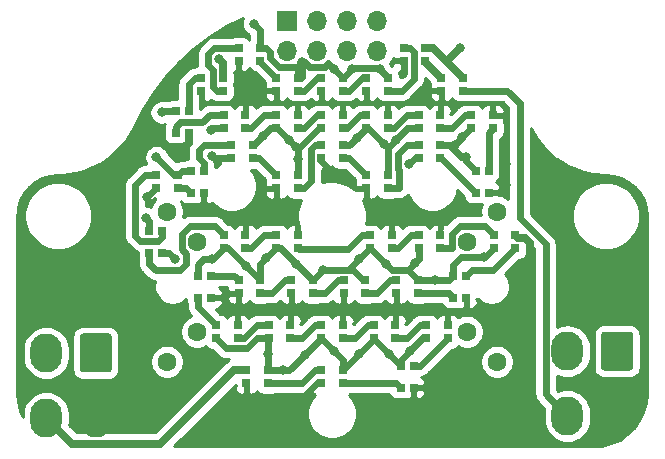
<source format=gbr>
%TF.GenerationSoftware,KiCad,Pcbnew,(5.1.9)-1*%
%TF.CreationDate,2021-11-07T13:18:06-07:00*%
%TF.ProjectId,dual_needle_gauge,6475616c-5f6e-4656-9564-6c655f676175,rev?*%
%TF.SameCoordinates,Original*%
%TF.FileFunction,Copper,L1,Top*%
%TF.FilePolarity,Positive*%
%FSLAX46Y46*%
G04 Gerber Fmt 4.6, Leading zero omitted, Abs format (unit mm)*
G04 Created by KiCad (PCBNEW (5.1.9)-1) date 2021-11-07 13:18:06*
%MOMM*%
%LPD*%
G01*
G04 APERTURE LIST*
%TA.AperFunction,SMDPad,CuDef*%
%ADD10R,0.700000X0.700000*%
%TD*%
%TA.AperFunction,ComponentPad*%
%ADD11C,1.600000*%
%TD*%
%TA.AperFunction,ComponentPad*%
%ADD12O,2.700000X3.300000*%
%TD*%
%TA.AperFunction,ComponentPad*%
%ADD13O,1.700000X1.700000*%
%TD*%
%TA.AperFunction,ComponentPad*%
%ADD14R,1.700000X1.700000*%
%TD*%
%TA.AperFunction,ViaPad*%
%ADD15C,0.800000*%
%TD*%
%TA.AperFunction,Conductor*%
%ADD16C,0.609600*%
%TD*%
%TA.AperFunction,Conductor*%
%ADD17C,0.700000*%
%TD*%
%TA.AperFunction,Conductor*%
%ADD18C,0.254000*%
%TD*%
%TA.AperFunction,Conductor*%
%ADD19C,0.100000*%
%TD*%
G04 APERTURE END LIST*
D10*
%TO.P,D42,4*%
%TO.N,/LEDGND*%
X191436841Y-108157866D03*
%TO.P,D42,3*%
%TO.N,Net-(D41-Pad1)*%
X191436841Y-107057866D03*
%TO.P,D42,2*%
%TO.N,/LED+5V*%
X193266841Y-107057866D03*
%TO.P,D42,1*%
%TO.N,/DOUT*%
X193266841Y-108157866D03*
%TD*%
%TO.P,D41,4*%
%TO.N,/LEDGND*%
X188261841Y-105617866D03*
%TO.P,D41,3*%
%TO.N,/DOUT4*%
X188261841Y-104517866D03*
%TO.P,D41,2*%
%TO.N,/LED+5V*%
X190091841Y-104517866D03*
%TO.P,D41,1*%
%TO.N,Net-(D41-Pad1)*%
X190091841Y-105617866D03*
%TD*%
%TO.P,D40,4*%
%TO.N,/LEDGND*%
X185086841Y-108157866D03*
%TO.P,D40,3*%
%TO.N,Net-(D39-Pad1)*%
X185086841Y-107057866D03*
%TO.P,D40,2*%
%TO.N,/LED+5V*%
X186916841Y-107057866D03*
%TO.P,D40,1*%
%TO.N,/DOUT4*%
X186916841Y-108157866D03*
%TD*%
%TO.P,D39,4*%
%TO.N,/LEDGND*%
X181276841Y-108157866D03*
%TO.P,D39,3*%
%TO.N,Net-(D38-Pad1)*%
X181276841Y-107057866D03*
%TO.P,D39,2*%
%TO.N,/LED+5V*%
X183106841Y-107057866D03*
%TO.P,D39,1*%
%TO.N,Net-(D39-Pad1)*%
X183106841Y-108157866D03*
%TD*%
%TO.P,D38,4*%
%TO.N,/LEDGND*%
X177466841Y-108157866D03*
%TO.P,D38,3*%
%TO.N,Net-(D37-Pad1)*%
X177466841Y-107057866D03*
%TO.P,D38,2*%
%TO.N,/LED+5V*%
X179296841Y-107057866D03*
%TO.P,D38,1*%
%TO.N,Net-(D38-Pad1)*%
X179296841Y-108157866D03*
%TD*%
%TO.P,D37,4*%
%TO.N,/LEDGND*%
X174291841Y-105617866D03*
%TO.P,D37,3*%
%TO.N,Net-(D36-Pad1)*%
X174291841Y-104517866D03*
%TO.P,D37,2*%
%TO.N,/LED+5V*%
X176121841Y-104517866D03*
%TO.P,D37,1*%
%TO.N,Net-(D37-Pad1)*%
X176121841Y-105617866D03*
%TD*%
%TO.P,D36,4*%
%TO.N,/LEDGND*%
X171116841Y-108157866D03*
%TO.P,D36,3*%
%TO.N,Net-(D35-Pad1)*%
X171116841Y-107057866D03*
%TO.P,D36,2*%
%TO.N,/LED+5V*%
X172946841Y-107057866D03*
%TO.P,D36,1*%
%TO.N,Net-(D36-Pad1)*%
X172946841Y-108157866D03*
%TD*%
%TO.P,D35,4*%
%TO.N,/LEDGND*%
X170041841Y-111697866D03*
%TO.P,D35,3*%
%TO.N,Net-(D34-Pad1)*%
X168941841Y-111697866D03*
%TO.P,D35,2*%
%TO.N,/LED+5V*%
X168941841Y-109867866D03*
%TO.P,D35,1*%
%TO.N,Net-(D35-Pad1)*%
X170041841Y-109867866D03*
%TD*%
%TO.P,D34,4*%
%TO.N,/LEDGND*%
X174851841Y-110232866D03*
%TO.P,D34,3*%
%TO.N,Net-(D33-Pad1)*%
X174851841Y-111332866D03*
%TO.P,D34,2*%
%TO.N,/LED+5V*%
X173021841Y-111332866D03*
%TO.P,D34,1*%
%TO.N,Net-(D34-Pad1)*%
X173021841Y-110232866D03*
%TD*%
%TO.P,D33,4*%
%TO.N,/LEDGND*%
X179296841Y-110232866D03*
%TO.P,D33,3*%
%TO.N,Net-(D32-Pad1)*%
X179296841Y-111332866D03*
%TO.P,D33,2*%
%TO.N,/LED+5V*%
X177466841Y-111332866D03*
%TO.P,D33,1*%
%TO.N,Net-(D33-Pad1)*%
X177466841Y-110232866D03*
%TD*%
%TO.P,D32,4*%
%TO.N,/LEDGND*%
X183106841Y-110232866D03*
%TO.P,D32,3*%
%TO.N,Net-(D31-Pad1)*%
X183106841Y-111332866D03*
%TO.P,D32,2*%
%TO.N,/LED+5V*%
X181276841Y-111332866D03*
%TO.P,D32,1*%
%TO.N,Net-(D32-Pad1)*%
X181276841Y-110232866D03*
%TD*%
%TO.P,D31,4*%
%TO.N,/LEDGND*%
X186916841Y-110232866D03*
%TO.P,D31,3*%
%TO.N,/DOUT3*%
X186916841Y-111332866D03*
%TO.P,D31,2*%
%TO.N,/LED+5V*%
X185086841Y-111332866D03*
%TO.P,D31,1*%
%TO.N,Net-(D31-Pad1)*%
X185086841Y-110232866D03*
%TD*%
%TO.P,D30,4*%
%TO.N,/LEDGND*%
X191361841Y-110232866D03*
%TO.P,D30,3*%
%TO.N,Net-(D29-Pad1)*%
X191361841Y-111332866D03*
%TO.P,D30,2*%
%TO.N,/LED+5V*%
X189531841Y-111332866D03*
%TO.P,D30,1*%
%TO.N,/DOUT3*%
X189531841Y-110232866D03*
%TD*%
%TO.P,D29,4*%
%TO.N,/LEDGND*%
X195806841Y-110232866D03*
%TO.P,D29,3*%
%TO.N,Net-(D28-Pad1)*%
X195806841Y-111332866D03*
%TO.P,D29,2*%
%TO.N,/LED+5V*%
X193976841Y-111332866D03*
%TO.P,D29,1*%
%TO.N,Net-(D29-Pad1)*%
X193976841Y-110232866D03*
%TD*%
%TO.P,D28,4*%
%TO.N,/LEDGND*%
X195441841Y-116777866D03*
%TO.P,D28,3*%
%TO.N,Net-(D27-Pad1)*%
X194341841Y-116777866D03*
%TO.P,D28,2*%
%TO.N,/LED+5V*%
X194341841Y-114947866D03*
%TO.P,D28,1*%
%TO.N,Net-(D28-Pad1)*%
X195441841Y-114947866D03*
%TD*%
%TO.P,D27,4*%
%TO.N,/LEDGND*%
X189531841Y-113872866D03*
%TO.P,D27,3*%
%TO.N,Net-(D26-Pad1)*%
X189531841Y-112772866D03*
%TO.P,D27,2*%
%TO.N,/LED+5V*%
X191361841Y-112772866D03*
%TO.P,D27,1*%
%TO.N,Net-(D27-Pad1)*%
X191361841Y-113872866D03*
%TD*%
%TO.P,D26,4*%
%TO.N,/LEDGND*%
X185086841Y-116412866D03*
%TO.P,D26,3*%
%TO.N,Net-(D25-Pad1)*%
X185086841Y-115312866D03*
%TO.P,D26,2*%
%TO.N,/LED+5V*%
X186916841Y-115312866D03*
%TO.P,D26,1*%
%TO.N,Net-(D26-Pad1)*%
X186916841Y-116412866D03*
%TD*%
%TO.P,D20,4*%
%TO.N,/LEDGND*%
X167819341Y-121857866D03*
%TO.P,D20,3*%
%TO.N,Net-(D19-Pad1)*%
X166719341Y-121857866D03*
%TO.P,D20,2*%
%TO.N,/LED+5V*%
X166719341Y-120027866D03*
%TO.P,D20,1*%
%TO.N,/DOUT2*%
X167819341Y-120027866D03*
%TD*%
%TO.P,D19,4*%
%TO.N,/LEDGND*%
X174851841Y-120392866D03*
%TO.P,D19,3*%
%TO.N,Net-(D18-Pad1)*%
X174851841Y-121492866D03*
%TO.P,D19,2*%
%TO.N,/LED+5V*%
X173021841Y-121492866D03*
%TO.P,D19,1*%
%TO.N,Net-(D19-Pad1)*%
X173021841Y-120392866D03*
%TD*%
%TO.P,D18,4*%
%TO.N,/LEDGND*%
X179296841Y-120392866D03*
%TO.P,D18,3*%
%TO.N,Net-(D17-Pad1)*%
X179296841Y-121492866D03*
%TO.P,D18,2*%
%TO.N,/LED+5V*%
X177466841Y-121492866D03*
%TO.P,D18,1*%
%TO.N,Net-(D18-Pad1)*%
X177466841Y-120392866D03*
%TD*%
%TO.P,D17,4*%
%TO.N,/LEDGND*%
X187234341Y-120392866D03*
%TO.P,D17,3*%
%TO.N,Net-(D16-Pad1)*%
X187234341Y-121492866D03*
%TO.P,D17,2*%
%TO.N,/LED+5V*%
X185404341Y-121492866D03*
%TO.P,D17,1*%
%TO.N,Net-(D17-Pad1)*%
X185404341Y-120392866D03*
%TD*%
%TO.P,D16,4*%
%TO.N,/LEDGND*%
X191361841Y-120392866D03*
%TO.P,D16,3*%
%TO.N,Net-(D15-Pad1)*%
X191361841Y-121492866D03*
%TO.P,D16,2*%
%TO.N,/LED+5V*%
X189531841Y-121492866D03*
%TO.P,D16,1*%
%TO.N,Net-(D16-Pad1)*%
X189531841Y-120392866D03*
%TD*%
%TO.P,D14,4*%
%TO.N,/LEDGND*%
X193536841Y-125667866D03*
%TO.P,D14,3*%
%TO.N,Net-(D13-Pad1)*%
X192436841Y-125667866D03*
%TO.P,D14,2*%
%TO.N,/LED+5V*%
X192436841Y-123837866D03*
%TO.P,D14,1*%
%TO.N,Net-(D14-Pad1)*%
X193536841Y-123837866D03*
%TD*%
%TO.P,D13,4*%
%TO.N,/LEDGND*%
X187626841Y-125302866D03*
%TO.P,D13,3*%
%TO.N,Net-(D12-Pad1)*%
X187626841Y-124202866D03*
%TO.P,D13,2*%
%TO.N,/LED+5V*%
X189456841Y-124202866D03*
%TO.P,D13,1*%
%TO.N,Net-(D13-Pad1)*%
X189456841Y-125302866D03*
%TD*%
%TO.P,D12,4*%
%TO.N,/LEDGND*%
X183181841Y-125302866D03*
%TO.P,D12,3*%
%TO.N,Net-(D11-Pad1)*%
X183181841Y-124202866D03*
%TO.P,D12,2*%
%TO.N,/LED+5V*%
X185011841Y-124202866D03*
%TO.P,D12,1*%
%TO.N,Net-(D12-Pad1)*%
X185011841Y-125302866D03*
%TD*%
%TO.P,D11,4*%
%TO.N,/LEDGND*%
X178736841Y-125302866D03*
%TO.P,D11,3*%
%TO.N,/DOUT1*%
X178736841Y-124202866D03*
%TO.P,D11,2*%
%TO.N,/LED+5V*%
X180566841Y-124202866D03*
%TO.P,D11,1*%
%TO.N,Net-(D11-Pad1)*%
X180566841Y-125302866D03*
%TD*%
%TO.P,D10,4*%
%TO.N,/LEDGND*%
X174291841Y-125302866D03*
%TO.P,D10,3*%
%TO.N,Net-(D10-Pad3)*%
X174291841Y-124202866D03*
%TO.P,D10,2*%
%TO.N,/LED+5V*%
X176121841Y-124202866D03*
%TO.P,D10,1*%
%TO.N,/DOUT1*%
X176121841Y-125302866D03*
%TD*%
%TO.P,D9,4*%
%TO.N,/LEDGND*%
X171946841Y-125667866D03*
%TO.P,D9,3*%
%TO.N,Net-(D8-Pad1)*%
X170846841Y-125667866D03*
%TO.P,D9,2*%
%TO.N,/LED+5V*%
X170846841Y-123837866D03*
%TO.P,D9,1*%
%TO.N,Net-(D10-Pad3)*%
X171946841Y-123837866D03*
%TD*%
%TO.P,D8,4*%
%TO.N,/LEDGND*%
X174216841Y-128012866D03*
%TO.P,D8,3*%
%TO.N,Net-(D7-Pad1)*%
X174216841Y-129112866D03*
%TO.P,D8,2*%
%TO.N,/LED+5V*%
X172386841Y-129112866D03*
%TO.P,D8,1*%
%TO.N,Net-(D8-Pad1)*%
X172386841Y-128012866D03*
%TD*%
%TO.P,D7,4*%
%TO.N,/LEDGND*%
X178661841Y-128012866D03*
%TO.P,D7,3*%
%TO.N,Net-(D6-Pad1)*%
X178661841Y-129112866D03*
%TO.P,D7,2*%
%TO.N,/LED+5V*%
X176831841Y-129112866D03*
%TO.P,D7,1*%
%TO.N,Net-(D7-Pad1)*%
X176831841Y-128012866D03*
%TD*%
%TO.P,D6,4*%
%TO.N,/LEDGND*%
X183106841Y-128012866D03*
%TO.P,D6,3*%
%TO.N,Net-(D5-Pad1)*%
X183106841Y-129112866D03*
%TO.P,D6,2*%
%TO.N,/LED+5V*%
X181276841Y-129112866D03*
%TO.P,D6,1*%
%TO.N,Net-(D6-Pad1)*%
X181276841Y-128012866D03*
%TD*%
%TO.P,D5,4*%
%TO.N,/LEDGND*%
X187551841Y-128012866D03*
%TO.P,D5,3*%
%TO.N,Net-(D4-Pad1)*%
X187551841Y-129112866D03*
%TO.P,D5,2*%
%TO.N,/LED+5V*%
X185721841Y-129112866D03*
%TO.P,D5,1*%
%TO.N,Net-(D5-Pad1)*%
X185721841Y-128012866D03*
%TD*%
%TO.P,D4,4*%
%TO.N,/LEDGND*%
X191996841Y-128012866D03*
%TO.P,D4,3*%
%TO.N,Net-(D3-Pad1)*%
X191996841Y-129112866D03*
%TO.P,D4,2*%
%TO.N,/LED+5V*%
X190166841Y-129112866D03*
%TO.P,D4,1*%
%TO.N,Net-(D4-Pad1)*%
X190166841Y-128012866D03*
%TD*%
%TO.P,D3,4*%
%TO.N,/LEDGND*%
X189091841Y-133287866D03*
%TO.P,D3,3*%
%TO.N,Net-(D2-Pad1)*%
X187991841Y-133287866D03*
%TO.P,D3,2*%
%TO.N,/LED+5V*%
X187991841Y-131457866D03*
%TO.P,D3,1*%
%TO.N,Net-(D3-Pad1)*%
X189091841Y-131457866D03*
%TD*%
%TO.P,D2,4*%
%TO.N,/LEDGND*%
X181276841Y-132922866D03*
%TO.P,D2,3*%
%TO.N,Net-(D1-Pad1)*%
X181276841Y-131822866D03*
%TO.P,D2,2*%
%TO.N,/LED+5V*%
X183106841Y-131822866D03*
%TO.P,D2,1*%
%TO.N,Net-(D2-Pad1)*%
X183106841Y-132922866D03*
%TD*%
%TO.P,D1,4*%
%TO.N,/LEDGND*%
X174926841Y-132922866D03*
%TO.P,D1,3*%
%TO.N,/DIN*%
X174926841Y-131822866D03*
%TO.P,D1,2*%
%TO.N,/LED+5V*%
X176756841Y-131822866D03*
%TO.P,D1,1*%
%TO.N,Net-(D1-Pad1)*%
X176756841Y-132922866D03*
%TD*%
%TO.P,D25,4*%
%TO.N,/LEDGND*%
X181276841Y-113872866D03*
%TO.P,D25,3*%
%TO.N,Net-(D24-Pad1)*%
X181276841Y-112772866D03*
%TO.P,D25,2*%
%TO.N,/LED+5V*%
X183106841Y-112772866D03*
%TO.P,D25,1*%
%TO.N,Net-(D25-Pad1)*%
X183106841Y-113872866D03*
%TD*%
%TO.P,D24,4*%
%TO.N,/LEDGND*%
X177466841Y-116412866D03*
%TO.P,D24,3*%
%TO.N,Net-(D23-Pad1)*%
X177466841Y-115312866D03*
%TO.P,D24,2*%
%TO.N,/LED+5V*%
X179296841Y-115312866D03*
%TO.P,D24,1*%
%TO.N,Net-(D24-Pad1)*%
X179296841Y-116412866D03*
%TD*%
%TO.P,D23,4*%
%TO.N,/LEDGND*%
X173656841Y-113872866D03*
%TO.P,D23,3*%
%TO.N,Net-(D22-Pad1)*%
X173656841Y-112772866D03*
%TO.P,D23,2*%
%TO.N,/LED+5V*%
X175486841Y-112772866D03*
%TO.P,D23,1*%
%TO.N,Net-(D23-Pad1)*%
X175486841Y-113872866D03*
%TD*%
%TO.P,D22,4*%
%TO.N,/LEDGND*%
X171311841Y-116777866D03*
%TO.P,D22,3*%
%TO.N,Net-(D21-Pad1)*%
X170211841Y-116777866D03*
%TO.P,D22,2*%
%TO.N,/LED+5V*%
X170211841Y-114947866D03*
%TO.P,D22,1*%
%TO.N,Net-(D22-Pad1)*%
X171311841Y-114947866D03*
%TD*%
%TO.P,D21,4*%
%TO.N,/LEDGND*%
X167306841Y-116412866D03*
%TO.P,D21,3*%
%TO.N,/DOUT2*%
X167306841Y-115312866D03*
%TO.P,D21,2*%
%TO.N,/LED+5V*%
X169136841Y-115312866D03*
%TO.P,D21,1*%
%TO.N,Net-(D21-Pad1)*%
X169136841Y-116412866D03*
%TD*%
%TO.P,D15,4*%
%TO.N,/LEDGND*%
X197711841Y-120392866D03*
%TO.P,D15,3*%
%TO.N,Net-(D14-Pad1)*%
X197711841Y-121492866D03*
%TO.P,D15,2*%
%TO.N,/LED+5V*%
X195881841Y-121492866D03*
%TO.P,D15,1*%
%TO.N,Net-(D15-Pad1)*%
X195881841Y-120392866D03*
%TD*%
D11*
%TO.P,M1,8*%
%TO.N,/COIL8*%
X193630417Y-128559283D03*
%TO.P,M1,7*%
%TO.N,/COIL7*%
X193630417Y-120939283D03*
%TO.P,M1,6*%
%TO.N,/COIL6*%
X170770417Y-128559283D03*
%TO.P,M1,5*%
%TO.N,/COIL5*%
X170770417Y-120939283D03*
%TO.P,M1,4*%
%TO.N,/COIL4*%
X196170417Y-131099283D03*
%TO.P,M1,3*%
%TO.N,/COIL3*%
X196170417Y-118399283D03*
%TO.P,M1,2*%
%TO.N,/COIL2*%
X168230417Y-131099283D03*
%TO.P,M1,1*%
%TO.N,/COIL1*%
X168221841Y-118392866D03*
%TD*%
D12*
%TO.P,J3,4*%
%TO.N,/DOUT*%
X202121841Y-135709831D03*
%TO.P,J3,3*%
%TO.N,/LEDGND*%
X206321841Y-135709831D03*
%TO.P,J3,2*%
%TO.N,/LED+5V*%
X202121841Y-130209831D03*
%TO.P,J3,1*%
%TA.AperFunction,ComponentPad*%
G36*
G01*
X207671841Y-128809832D02*
X207671841Y-131609830D01*
G75*
G02*
X207421840Y-131859831I-250001J0D01*
G01*
X205221842Y-131859831D01*
G75*
G02*
X204971841Y-131609830I0J250001D01*
G01*
X204971841Y-128809832D01*
G75*
G02*
X205221842Y-128559831I250001J0D01*
G01*
X207421840Y-128559831D01*
G75*
G02*
X207671841Y-128809832I0J-250001D01*
G01*
G37*
%TD.AperFunction*%
%TD*%
%TO.P,J1,4*%
%TO.N,/DIN*%
X157989341Y-135863176D03*
%TO.P,J1,3*%
%TO.N,/LEDGND*%
X162189341Y-135863176D03*
%TO.P,J1,2*%
%TO.N,/LED+5V*%
X157989341Y-130363176D03*
%TO.P,J1,1*%
%TA.AperFunction,ComponentPad*%
G36*
G01*
X163539341Y-128963177D02*
X163539341Y-131763175D01*
G75*
G02*
X163289340Y-132013176I-250001J0D01*
G01*
X161089342Y-132013176D01*
G75*
G02*
X160839341Y-131763175I0J250001D01*
G01*
X160839341Y-128963177D01*
G75*
G02*
X161089342Y-128713176I250001J0D01*
G01*
X163289340Y-128713176D01*
G75*
G02*
X163539341Y-128963177I0J-250001D01*
G01*
G37*
%TD.AperFunction*%
%TD*%
D13*
%TO.P,J2,8*%
%TO.N,/COIL7*%
X186001841Y-104773176D03*
%TO.P,J2,7*%
%TO.N,/COIL3*%
X186001841Y-102233176D03*
%TO.P,J2,6*%
%TO.N,/COIL8*%
X183461841Y-104773176D03*
%TO.P,J2,5*%
%TO.N,/COIL4*%
X183461841Y-102233176D03*
%TO.P,J2,4*%
%TO.N,/COIL6*%
X180921841Y-104773176D03*
%TO.P,J2,3*%
%TO.N,/COIL2*%
X180921841Y-102233176D03*
%TO.P,J2,2*%
%TO.N,/COIL5*%
X178381841Y-104773176D03*
D14*
%TO.P,J2,1*%
%TO.N,/COIL1*%
X178381841Y-102233176D03*
%TD*%
D15*
%TO.N,/LED+5V*%
X179296841Y-113954676D03*
X186593596Y-112665021D03*
X187601436Y-112303671D03*
X193218386Y-112091321D03*
X192564336Y-112745371D03*
X172019141Y-122426176D03*
X174883946Y-122964971D03*
X179157496Y-122793521D03*
X181460452Y-123348065D03*
X184461736Y-122435471D03*
X186760296Y-122848821D03*
X189236085Y-122714020D03*
X190867251Y-124202866D03*
X195023133Y-122244084D03*
X182364246Y-106315271D03*
X186212346Y-106353371D03*
X183861536Y-106303171D03*
X176600436Y-122359271D03*
X178511698Y-112314119D03*
X179159398Y-112961819D03*
X166431141Y-118920976D03*
X167764641Y-109992876D03*
X175575141Y-102474476D03*
X176305036Y-111954671D03*
X167317031Y-113790176D03*
X184284231Y-112141472D03*
X193520534Y-113742774D03*
X193037641Y-104506476D03*
X179626441Y-105725676D03*
X172590641Y-105471676D03*
X184490186Y-130439521D03*
X182327996Y-130164021D03*
X179883386Y-130506321D03*
X176756841Y-130413876D03*
X178078351Y-131822866D03*
X186976796Y-130442821D03*
X188781865Y-130159200D03*
X171909992Y-111485264D03*
%TO.N,/LEDGND*%
X182318841Y-115174476D03*
X185951041Y-118273276D03*
X188122741Y-118171676D03*
X190434141Y-118806676D03*
X192783641Y-117993876D03*
X170088741Y-118273276D03*
X168933041Y-122400776D03*
X188706941Y-114348976D03*
X196885741Y-116114276D03*
X196936541Y-114336276D03*
X196834941Y-112774176D03*
X189583241Y-108506976D03*
X175714841Y-108595876D03*
X174698841Y-107287776D03*
X188160841Y-106767076D03*
X163459341Y-118743176D03*
X163459341Y-120013176D03*
X163459341Y-121283176D03*
X163459341Y-122553176D03*
X163459341Y-123823176D03*
X162189341Y-123823176D03*
X162189341Y-122553176D03*
X162189341Y-121283176D03*
X162189341Y-120013176D03*
X162189341Y-118743176D03*
X160919341Y-123823176D03*
X159649341Y-123823176D03*
X159649341Y-122553176D03*
X160919341Y-122553176D03*
X202829341Y-122553176D03*
X204099341Y-122553176D03*
X205369341Y-122553176D03*
X206639341Y-122553176D03*
X206639341Y-123823176D03*
X205369341Y-123823176D03*
X204099341Y-123823176D03*
X202829341Y-123823176D03*
X174355941Y-118933676D03*
X176108541Y-117346176D03*
X166532741Y-117168376D03*
X202829341Y-125093176D03*
X204099341Y-125093176D03*
X205369341Y-125093176D03*
X206639341Y-125093176D03*
X172034856Y-113683149D03*
%TD*%
D16*
%TO.N,Net-(D1-Pad1)*%
X180768199Y-131822866D02*
X181276841Y-131822866D01*
X179668199Y-132922866D02*
X180768199Y-131822866D01*
X176756841Y-132922866D02*
X179668199Y-132922866D01*
%TO.N,/LED+5V*%
X187991841Y-130949224D02*
X187991841Y-131457866D01*
X189828199Y-129112866D02*
X188781865Y-130159200D01*
X190166841Y-129112866D02*
X189828199Y-129112866D01*
X185721841Y-129187866D02*
X186976796Y-130442821D01*
X185721841Y-129112866D02*
X185721841Y-129187866D01*
X185721841Y-129207866D02*
X184490186Y-130439521D01*
X185721841Y-129112866D02*
X185721841Y-129207866D01*
X183106841Y-130942866D02*
X182327996Y-130164021D01*
X183106841Y-131822866D02*
X183106841Y-130942866D01*
X178566841Y-131822866D02*
X178078351Y-131822866D01*
X181276841Y-129112866D02*
X179883386Y-130506321D01*
X176756841Y-129187866D02*
X176831841Y-129112866D01*
X176756841Y-131822866D02*
X176756841Y-130413876D01*
X173241642Y-129967667D02*
X172386841Y-129112866D01*
X175015644Y-129967667D02*
X173241642Y-129967667D01*
X175870445Y-129112866D02*
X175015644Y-129967667D01*
X176831841Y-129112866D02*
X175870445Y-129112866D01*
X170846841Y-122878266D02*
X171298931Y-122426176D01*
X170846841Y-123837866D02*
X170846841Y-122878266D01*
X172088531Y-122426176D02*
X173021841Y-121492866D01*
X171298931Y-122426176D02*
X172019141Y-122426176D01*
X173411841Y-121492866D02*
X174883946Y-122964971D01*
X173021841Y-121492866D02*
X173411841Y-121492866D01*
X177856841Y-121492866D02*
X179157496Y-122793521D01*
X177466841Y-121492866D02*
X177856841Y-121492866D01*
X183549142Y-123348065D02*
X184461736Y-122435471D01*
X181421642Y-123348065D02*
X181460452Y-123348065D01*
X180566841Y-124202866D02*
X181421642Y-123348065D01*
X188602040Y-123348065D02*
X189456841Y-124202866D01*
X187259540Y-123348065D02*
X188602040Y-123348065D01*
X185404341Y-121492866D02*
X186760296Y-122848821D01*
X183935682Y-123348065D02*
X183549142Y-123348065D01*
X184790483Y-124202866D02*
X183935682Y-123348065D01*
X185011841Y-124202866D02*
X184790483Y-124202866D01*
X189531841Y-122418264D02*
X189236085Y-122714020D01*
X189531841Y-121492866D02*
X189531841Y-122418264D01*
X192071841Y-124202866D02*
X192436841Y-123837866D01*
X189456841Y-124202866D02*
X190867251Y-124202866D01*
X193071023Y-122244084D02*
X195023133Y-122244084D01*
X195130623Y-122244084D02*
X195881841Y-121492866D01*
X192436841Y-122878266D02*
X193071023Y-122244084D01*
X192436841Y-123837866D02*
X192436841Y-122878266D01*
X192166841Y-112772866D02*
X191361841Y-112772866D01*
X192536841Y-112772866D02*
X192564336Y-112745371D01*
X192166841Y-112772866D02*
X192536841Y-112772866D01*
X186916841Y-112988266D02*
X186916841Y-115312866D01*
X188572241Y-111332866D02*
X187601436Y-112303671D01*
X189531841Y-111332866D02*
X188572241Y-111332866D01*
X185261441Y-111332866D02*
X186593596Y-112665021D01*
X185086841Y-111332866D02*
X185261441Y-111332866D01*
X179296841Y-113099262D02*
X179296841Y-113954676D01*
X181063237Y-111332866D02*
X179296841Y-113099262D01*
X181276841Y-111332866D02*
X181063237Y-111332866D01*
X169501841Y-114947866D02*
X169136841Y-115312866D01*
X170211841Y-114947866D02*
X169501841Y-114947866D01*
X179296841Y-113954676D02*
X179296841Y-115312866D01*
X186593596Y-112665021D02*
X186916841Y-112988266D01*
X187601436Y-112303671D02*
X186916841Y-112988266D01*
X193218386Y-112091321D02*
X193976841Y-111332866D01*
X192564336Y-112745371D02*
X193218386Y-112091321D01*
X172019141Y-122426176D02*
X172088531Y-122426176D01*
X174883946Y-122964971D02*
X176121841Y-124202866D01*
X179157496Y-122793521D02*
X180566841Y-124202866D01*
X181460452Y-123348065D02*
X183549142Y-123348065D01*
X184461736Y-122435471D02*
X185404341Y-121492866D01*
X186760296Y-122848821D02*
X187259540Y-123348065D01*
X189236085Y-122714020D02*
X188602040Y-123348065D01*
X190867251Y-124202866D02*
X192071841Y-124202866D01*
X195023133Y-122244084D02*
X195130623Y-122244084D01*
X186062040Y-106203065D02*
X186212346Y-106353371D01*
X183961642Y-106203065D02*
X186062040Y-106203065D01*
X183106841Y-107057866D02*
X183861536Y-106303171D01*
X182364246Y-106315271D02*
X183106841Y-107057866D01*
X186212346Y-106353371D02*
X186916841Y-107057866D01*
X183861536Y-106303171D02*
X183961642Y-106203065D01*
X176121841Y-122837866D02*
X176600436Y-122359271D01*
X176600436Y-122359271D02*
X177466841Y-121492866D01*
X176121841Y-124202866D02*
X176121841Y-122837866D01*
X177530445Y-111332866D02*
X178511698Y-112314119D01*
X178511698Y-112314119D02*
X179159398Y-112961819D01*
X177466841Y-111332866D02*
X177530445Y-111332866D01*
X179159398Y-112961819D02*
X179296841Y-113099262D01*
X167889651Y-109867866D02*
X167764641Y-109992876D01*
X166719341Y-119209176D02*
X166431141Y-118920976D01*
X168941841Y-109867866D02*
X167889651Y-109867866D01*
X176121841Y-103021176D02*
X175575141Y-102474476D01*
X176121841Y-104517866D02*
X176121841Y-103021176D01*
X166719341Y-120027866D02*
X166719341Y-119209176D01*
X176926841Y-111332866D02*
X176305036Y-111954671D01*
X177466841Y-111332866D02*
X176926841Y-111332866D01*
X176305036Y-111954671D02*
X175486841Y-112772866D01*
X169136841Y-115312866D02*
X168839721Y-115312866D01*
X168839721Y-115312866D02*
X167317031Y-113790176D01*
X183652837Y-112772866D02*
X184284231Y-112141472D01*
X183106841Y-112772866D02*
X183652837Y-112772866D01*
X185086841Y-111332866D02*
X184284231Y-112135476D01*
X184284231Y-112135476D02*
X184284231Y-112141472D01*
X194341841Y-114947866D02*
X193520534Y-114126559D01*
X193520534Y-114126559D02*
X193520534Y-113742774D01*
X192166841Y-112772866D02*
X193136749Y-113742774D01*
X193136749Y-113742774D02*
X193520534Y-113742774D01*
D17*
X190091841Y-104517866D02*
X190726841Y-104517866D01*
X191914646Y-105629471D02*
X193037641Y-104506476D01*
X191838446Y-105629471D02*
X191914646Y-105629471D01*
X190726841Y-104517866D02*
X191838446Y-105629471D01*
X191838446Y-105629471D02*
X193266841Y-107057866D01*
D16*
X179296841Y-106055276D02*
X179626441Y-105725676D01*
X179296841Y-107057866D02*
X179296841Y-106055276D01*
X179213742Y-106138375D02*
X179626441Y-105725676D01*
X176976642Y-105372667D02*
X177742350Y-106138375D01*
X176630483Y-104517866D02*
X176976642Y-104864025D01*
X176121841Y-104517866D02*
X176630483Y-104517866D01*
X177742350Y-106138375D02*
X179213742Y-106138375D01*
X176976642Y-104864025D02*
X176976642Y-105372667D01*
X179551518Y-107057866D02*
X179296841Y-107057866D01*
X179626441Y-106982943D02*
X179551518Y-107057866D01*
X179626441Y-105725676D02*
X179626441Y-106982943D01*
X179869235Y-105725676D02*
X179626441Y-105725676D01*
X180271536Y-106127977D02*
X179869235Y-105725676D01*
X181572146Y-106127977D02*
X180271536Y-106127977D01*
X181874549Y-105825574D02*
X181572146Y-106127977D01*
X182364246Y-106315271D02*
X181874549Y-105825574D01*
D17*
X172946841Y-107057866D02*
X172946841Y-105827876D01*
X172946841Y-105827876D02*
X172590641Y-105471676D01*
D16*
X184490186Y-130439521D02*
X183106841Y-131822866D01*
X182327996Y-130164021D02*
X181276841Y-129112866D01*
X179883386Y-130506321D02*
X178566841Y-131822866D01*
X176756841Y-130413876D02*
X176756841Y-129187866D01*
X178078351Y-131822866D02*
X176756841Y-131822866D01*
X186976796Y-130442821D02*
X187991841Y-131457866D01*
X188781865Y-130159200D02*
X187991841Y-130949224D01*
X173021841Y-111332866D02*
X172062390Y-111332866D01*
X172062390Y-111332866D02*
X171909992Y-111485264D01*
D17*
%TO.N,/DIN*%
X167636521Y-138063186D02*
X173876841Y-131822866D01*
X160189351Y-138063186D02*
X167636521Y-138063186D01*
X173876841Y-131822866D02*
X174926841Y-131822866D01*
X157989341Y-135863176D02*
X160189351Y-138063186D01*
D16*
%TO.N,/LEDGND*%
X181276841Y-132922866D02*
X180877251Y-132922866D01*
X180877251Y-132922866D02*
X179575641Y-134224476D01*
X181276841Y-113872866D02*
X181276841Y-114132476D01*
X181276841Y-114132476D02*
X182318841Y-115174476D01*
X182318841Y-115174476D02*
X182318841Y-115174476D01*
X168390131Y-121857866D02*
X168933041Y-122400776D01*
X167819341Y-121857866D02*
X168390131Y-121857866D01*
X189183051Y-113872866D02*
X188706941Y-114348976D01*
X189531841Y-113872866D02*
X189183051Y-113872866D01*
X188261841Y-105617866D02*
X188261841Y-106666076D01*
X188261841Y-106666076D02*
X188160841Y-106767076D01*
X167288251Y-116412866D02*
X166532741Y-117168376D01*
X167306841Y-116412866D02*
X167288251Y-116412866D01*
D17*
X197911840Y-120592865D02*
X198501842Y-120592865D01*
X197711841Y-120392866D02*
X197911840Y-120592865D01*
X198501842Y-120592865D02*
X198930441Y-121021464D01*
X198930441Y-121021464D02*
X198930441Y-122286476D01*
X170041841Y-111697866D02*
X170041841Y-112579776D01*
X170041841Y-112579776D02*
X169606141Y-113015476D01*
D16*
X173656841Y-113872866D02*
X172224573Y-113872866D01*
X172224573Y-113872866D02*
X172034856Y-113683149D01*
%TO.N,Net-(D2-Pad1)*%
X187626841Y-132922866D02*
X187991841Y-133287866D01*
X183106841Y-132922866D02*
X187626841Y-132922866D01*
%TO.N,Net-(D3-Pad1)*%
X189651841Y-131457866D02*
X191996841Y-129112866D01*
X189091841Y-131457866D02*
X189651841Y-131457866D01*
%TO.N,Net-(D4-Pad1)*%
X190166841Y-128012866D02*
X189658199Y-128012866D01*
X189658199Y-128012866D02*
X188558199Y-129112866D01*
X188558199Y-129112866D02*
X187551841Y-129112866D01*
%TO.N,/DOUT1*%
X178228199Y-124202866D02*
X178736841Y-124202866D01*
X177128199Y-125302866D02*
X178228199Y-124202866D01*
X176121841Y-125302866D02*
X177128199Y-125302866D01*
%TO.N,Net-(D6-Pad1)*%
X179668199Y-129112866D02*
X178661841Y-129112866D01*
X180768199Y-128012866D02*
X179668199Y-129112866D01*
X181276841Y-128012866D02*
X180768199Y-128012866D01*
%TO.N,Net-(D7-Pad1)*%
X174725483Y-129112866D02*
X174216841Y-129112866D01*
X175825483Y-128012866D02*
X174725483Y-129112866D01*
X176831841Y-128012866D02*
X175825483Y-128012866D01*
%TO.N,Net-(D8-Pad1)*%
X170846841Y-126472866D02*
X170846841Y-125667866D01*
X172386841Y-128012866D02*
X170846841Y-126472866D01*
%TO.N,Net-(D10-Pad3)*%
X173926841Y-123837866D02*
X174291841Y-124202866D01*
X171946841Y-123837866D02*
X173926841Y-123837866D01*
%TO.N,/DOUT2*%
X167819341Y-120027866D02*
X167819341Y-120536508D01*
X167473182Y-120882667D02*
X165965500Y-120882667D01*
X165526339Y-116133768D02*
X166347241Y-115312866D01*
X167819341Y-120536508D02*
X167473182Y-120882667D01*
X165965500Y-120882667D02*
X165526339Y-120443506D01*
X165526339Y-120443506D02*
X165526339Y-116133768D01*
X166347241Y-115312866D02*
X167306841Y-115312866D01*
%TO.N,Net-(D11-Pad1)*%
X182673199Y-124202866D02*
X183181841Y-124202866D01*
X181573199Y-125302866D02*
X182673199Y-124202866D01*
X180566841Y-125302866D02*
X181573199Y-125302866D01*
%TO.N,Net-(D12-Pad1)*%
X187118199Y-124202866D02*
X187626841Y-124202866D01*
X186018199Y-125302866D02*
X187118199Y-124202866D01*
X185011841Y-125302866D02*
X186018199Y-125302866D01*
%TO.N,Net-(D13-Pad1)*%
X192071841Y-125302866D02*
X192436841Y-125667866D01*
X189456841Y-125302866D02*
X192071841Y-125302866D01*
%TO.N,Net-(D14-Pad1)*%
X195856642Y-123348065D02*
X197711841Y-121492866D01*
X194026642Y-123348065D02*
X195856642Y-123348065D01*
X193536841Y-123837866D02*
X194026642Y-123348065D01*
%TO.N,/DOUT*%
X197019231Y-108157866D02*
X198067802Y-109206437D01*
X198067802Y-118949940D02*
X200267031Y-121149169D01*
X193266841Y-108157866D02*
X197019231Y-108157866D01*
X200267031Y-121149169D02*
X200267031Y-133855021D01*
X198067802Y-109206437D02*
X198067802Y-118949940D01*
X200267031Y-133855021D02*
X202121841Y-135709831D01*
%TO.N,Net-(D5-Pad1)*%
X184113199Y-129112866D02*
X183106841Y-129112866D01*
X185213199Y-128012866D02*
X184113199Y-129112866D01*
X185721841Y-128012866D02*
X185213199Y-128012866D01*
%TO.N,Net-(D15-Pad1)*%
X192321441Y-121492866D02*
X191361841Y-121492866D01*
X192325616Y-121488691D02*
X192321441Y-121492866D01*
X192325616Y-120312978D02*
X192325616Y-121488691D01*
X193004112Y-119634482D02*
X192325616Y-120312978D01*
X195123457Y-119634482D02*
X193004112Y-119634482D01*
X195881841Y-120392866D02*
X195123457Y-119634482D01*
%TO.N,Net-(D16-Pad1)*%
X187742983Y-121492866D02*
X187234341Y-121492866D01*
X188842983Y-120392866D02*
X187742983Y-121492866D01*
X189531841Y-120392866D02*
X188842983Y-120392866D01*
%TO.N,Net-(D17-Pad1)*%
X179361642Y-121557667D02*
X179296841Y-121492866D01*
X183538146Y-121557667D02*
X179361642Y-121557667D01*
X184702947Y-120392866D02*
X183538146Y-121557667D01*
X185404341Y-120392866D02*
X184702947Y-120392866D01*
%TO.N,Net-(D18-Pad1)*%
X175360483Y-121492866D02*
X174851841Y-121492866D01*
X176460483Y-120392866D02*
X175360483Y-121492866D01*
X177466841Y-120392866D02*
X176460483Y-120392866D01*
%TO.N,Net-(D19-Pad1)*%
X173021841Y-120392866D02*
X172263457Y-119634482D01*
X169465616Y-120312978D02*
X169465616Y-121594243D01*
X169465616Y-121594243D02*
X169837843Y-121966470D01*
X170144112Y-119634482D02*
X169465616Y-120312978D01*
X169837843Y-121966470D02*
X169837843Y-122809682D01*
X172263457Y-119634482D02*
X170144112Y-119634482D01*
X169837843Y-122809682D02*
X169299460Y-123348065D01*
X166719341Y-122817466D02*
X166719341Y-121857866D01*
X169299460Y-123348065D02*
X167249940Y-123348065D01*
X167249940Y-123348065D02*
X166719341Y-122817466D01*
%TO.N,Net-(D21-Pad1)*%
X169846841Y-116412866D02*
X170211841Y-116777866D01*
X169136841Y-116412866D02*
X169846841Y-116412866D01*
%TO.N,Net-(D22-Pad1)*%
X171311841Y-114947866D02*
X171311841Y-114299195D01*
X170898439Y-113885793D02*
X170898439Y-113190770D01*
X171316343Y-112772866D02*
X173656841Y-112772866D01*
X170898439Y-113190770D02*
X171316343Y-112772866D01*
X171311841Y-114299195D02*
X170898439Y-113885793D01*
%TO.N,Net-(D23-Pad1)*%
X176026841Y-113872866D02*
X177466841Y-115312866D01*
X175486841Y-113872866D02*
X176026841Y-113872866D01*
%TO.N,Net-(D24-Pad1)*%
X180768199Y-112772866D02*
X181276841Y-112772866D01*
X180422040Y-113119025D02*
X180768199Y-112772866D01*
X180422040Y-115796309D02*
X180422040Y-113119025D01*
X179805483Y-116412866D02*
X180422040Y-115796309D01*
X179296841Y-116412866D02*
X179805483Y-116412866D01*
%TO.N,Net-(D25-Pad1)*%
X183646841Y-113872866D02*
X185086841Y-115312866D01*
X183106841Y-113872866D02*
X183646841Y-113872866D01*
%TO.N,Net-(D26-Pad1)*%
X186916841Y-116412866D02*
X187876441Y-116412866D01*
X187876441Y-116412866D02*
X187876441Y-114857584D01*
X187876441Y-114857584D02*
X187802139Y-114783282D01*
X187802139Y-114783282D02*
X187802139Y-113542968D01*
X187802139Y-113542968D02*
X188572241Y-112772866D01*
X188572241Y-112772866D02*
X189531841Y-112772866D01*
%TO.N,Net-(D27-Pad1)*%
X191436841Y-113872866D02*
X194341841Y-116777866D01*
X191361841Y-113872866D02*
X191436841Y-113872866D01*
%TO.N,Net-(D28-Pad1)*%
X195441841Y-111697866D02*
X195806841Y-111332866D01*
X195441841Y-114947866D02*
X195441841Y-111697866D01*
%TO.N,Net-(D29-Pad1)*%
X192368199Y-111332866D02*
X191361841Y-111332866D01*
X193468199Y-110232866D02*
X192368199Y-111332866D01*
X193976841Y-110232866D02*
X193468199Y-110232866D01*
%TO.N,/DOUT3*%
X187425483Y-111332866D02*
X186916841Y-111332866D01*
X188525483Y-110232866D02*
X187425483Y-111332866D01*
X189531841Y-110232866D02*
X188525483Y-110232866D01*
%TO.N,Net-(D31-Pad1)*%
X183478199Y-111332866D02*
X183106841Y-111332866D01*
X184578199Y-110232866D02*
X183478199Y-111332866D01*
X185086841Y-110232866D02*
X184578199Y-110232866D01*
%TO.N,Net-(D32-Pad1)*%
X179805483Y-111332866D02*
X179296841Y-111332866D01*
X180905483Y-110232866D02*
X179805483Y-111332866D01*
X181276841Y-110232866D02*
X180905483Y-110232866D01*
%TO.N,Net-(D33-Pad1)*%
X175360483Y-111332866D02*
X174851841Y-111332866D01*
X176460483Y-110232866D02*
X175360483Y-111332866D01*
X177466841Y-110232866D02*
X176460483Y-110232866D01*
%TO.N,Net-(D34-Pad1)*%
X171823282Y-110232866D02*
X171213083Y-110843065D01*
X173021841Y-110232866D02*
X171823282Y-110232866D01*
X168941841Y-111189224D02*
X168941841Y-111697866D01*
X169288000Y-110843065D02*
X168941841Y-111189224D01*
X171213083Y-110843065D02*
X169288000Y-110843065D01*
%TO.N,Net-(D35-Pad1)*%
X170608199Y-107057866D02*
X171116841Y-107057866D01*
X170041841Y-107624224D02*
X170608199Y-107057866D01*
X170041841Y-109867866D02*
X170041841Y-107624224D01*
%TO.N,Net-(D36-Pad1)*%
X171685839Y-105969482D02*
X171685839Y-105037370D01*
X172205343Y-104517866D02*
X174291841Y-104517866D01*
X172092030Y-107811697D02*
X172092030Y-106375673D01*
X172092030Y-106375673D02*
X171685839Y-105969482D01*
X172438199Y-108157866D02*
X172092030Y-107811697D01*
X172946841Y-108157866D02*
X172438199Y-108157866D01*
X171685839Y-105037370D02*
X172205343Y-104517866D01*
%TO.N,Net-(D37-Pad1)*%
X176121841Y-105712866D02*
X177466841Y-107057866D01*
X176121841Y-105617866D02*
X176121841Y-105712866D01*
%TO.N,Net-(D38-Pad1)*%
X179805483Y-108157866D02*
X180905483Y-107057866D01*
X180905483Y-107057866D02*
X181276841Y-107057866D01*
X179296841Y-108157866D02*
X179805483Y-108157866D01*
%TO.N,Net-(D39-Pad1)*%
X184715483Y-107057866D02*
X185086841Y-107057866D01*
X183615483Y-108157866D02*
X184715483Y-107057866D01*
X183106841Y-108157866D02*
X183615483Y-108157866D01*
%TO.N,/DOUT4*%
X188770483Y-104517866D02*
X188261841Y-104517866D01*
X186916841Y-108157866D02*
X188109159Y-108157866D01*
X188109159Y-108157866D02*
X189116642Y-107150383D01*
X189116642Y-107150383D02*
X189116642Y-104864025D01*
X189116642Y-104864025D02*
X188770483Y-104517866D01*
D17*
%TO.N,Net-(D41-Pad1)*%
X190091841Y-105712866D02*
X191436841Y-107057866D01*
X190091841Y-105617866D02*
X190091841Y-105712866D01*
%TD*%
D18*
%TO.N,/LEDGND*%
X199075461Y-111430583D02*
X199092246Y-111459466D01*
X199107390Y-111489237D01*
X199627460Y-112339179D01*
X199673300Y-112402360D01*
X199688279Y-112423006D01*
X200334906Y-113181127D01*
X200403902Y-113250214D01*
X200408089Y-113254407D01*
X201165351Y-113902040D01*
X201249098Y-113962971D01*
X202098348Y-114484167D01*
X202121922Y-114496198D01*
X202190596Y-114531247D01*
X203110925Y-114913175D01*
X203158218Y-114928576D01*
X203209400Y-114945244D01*
X204178144Y-115178499D01*
X204275842Y-115194039D01*
X204280425Y-115194768D01*
X205267518Y-115273113D01*
X205293517Y-115275674D01*
X205337040Y-115275675D01*
X206042234Y-115344820D01*
X206689498Y-115540240D01*
X207286474Y-115857658D01*
X207810429Y-116284985D01*
X208241404Y-116805944D01*
X208562981Y-117400688D01*
X208762916Y-118046574D01*
X208836840Y-118749907D01*
X208836841Y-133800428D01*
X208764403Y-134612080D01*
X208557168Y-135369605D01*
X208219061Y-136078458D01*
X207760768Y-136716241D01*
X207196785Y-137262777D01*
X206544925Y-137700809D01*
X205825803Y-138016482D01*
X205057072Y-138201037D01*
X204392632Y-138249831D01*
X168842876Y-138249831D01*
X174042839Y-133049868D01*
X174100589Y-133049868D01*
X173941841Y-133208616D01*
X173938769Y-133272866D01*
X173951029Y-133397348D01*
X173987339Y-133517046D01*
X174046304Y-133627360D01*
X174125656Y-133724051D01*
X174222347Y-133803403D01*
X174332661Y-133862368D01*
X174452359Y-133898678D01*
X174576841Y-133910938D01*
X174641091Y-133907866D01*
X174799841Y-133749116D01*
X174799841Y-133049866D01*
X174779841Y-133049866D01*
X174779841Y-132810938D01*
X175073841Y-132810938D01*
X175073841Y-133049866D01*
X175053841Y-133049866D01*
X175053841Y-133749116D01*
X175212591Y-133907866D01*
X175276841Y-133910938D01*
X175401323Y-133898678D01*
X175521021Y-133862368D01*
X175631335Y-133803403D01*
X175728026Y-133724051D01*
X175807378Y-133627360D01*
X175841841Y-133562885D01*
X175876304Y-133627360D01*
X175955656Y-133724051D01*
X176052347Y-133803403D01*
X176162661Y-133862368D01*
X176282359Y-133898678D01*
X176406841Y-133910938D01*
X177106841Y-133910938D01*
X177231323Y-133898678D01*
X177350039Y-133862666D01*
X179622042Y-133862666D01*
X179668199Y-133867212D01*
X179714356Y-133862666D01*
X179714366Y-133862666D01*
X179852432Y-133849068D01*
X180029585Y-133795329D01*
X180192850Y-133708062D01*
X180335953Y-133590620D01*
X180360608Y-133560578D01*
X180396304Y-133627360D01*
X180475656Y-133724051D01*
X180572347Y-133803403D01*
X180682661Y-133862368D01*
X180782659Y-133892702D01*
X180533478Y-134141883D01*
X180299829Y-134491564D01*
X180138888Y-134880110D01*
X180056841Y-135292587D01*
X180056841Y-135713145D01*
X180138888Y-136125622D01*
X180299829Y-136514168D01*
X180533478Y-136863849D01*
X180830858Y-137161229D01*
X181180539Y-137394878D01*
X181569085Y-137555819D01*
X181981562Y-137637866D01*
X182402120Y-137637866D01*
X182814597Y-137555819D01*
X183203143Y-137394878D01*
X183552824Y-137161229D01*
X183850204Y-136863849D01*
X184083853Y-136514168D01*
X184244794Y-136125622D01*
X184326841Y-135713145D01*
X184326841Y-135292587D01*
X184244794Y-134880110D01*
X184083853Y-134491564D01*
X183850204Y-134141883D01*
X183601023Y-133892702D01*
X183700039Y-133862666D01*
X187046460Y-133862666D01*
X187052339Y-133882046D01*
X187111304Y-133992360D01*
X187190656Y-134089051D01*
X187287347Y-134168403D01*
X187397661Y-134227368D01*
X187517359Y-134263678D01*
X187641841Y-134275938D01*
X188341841Y-134275938D01*
X188466323Y-134263678D01*
X188541841Y-134240770D01*
X188617359Y-134263678D01*
X188741841Y-134275938D01*
X188806091Y-134272866D01*
X188964841Y-134114116D01*
X188964841Y-133771618D01*
X188967653Y-133762348D01*
X188979913Y-133637866D01*
X188979913Y-133414866D01*
X189218841Y-133414866D01*
X189218841Y-134114116D01*
X189377591Y-134272866D01*
X189441841Y-134275938D01*
X189566323Y-134263678D01*
X189686021Y-134227368D01*
X189796335Y-134168403D01*
X189893026Y-134089051D01*
X189972378Y-133992360D01*
X190031343Y-133882046D01*
X190067653Y-133762348D01*
X190079913Y-133637866D01*
X190076841Y-133573616D01*
X189918091Y-133414866D01*
X189218841Y-133414866D01*
X188979913Y-133414866D01*
X188979913Y-133140866D01*
X189218841Y-133140866D01*
X189218841Y-133160866D01*
X189918091Y-133160866D01*
X190076841Y-133002116D01*
X190079913Y-132937866D01*
X190067653Y-132813384D01*
X190031343Y-132693686D01*
X189972378Y-132583372D01*
X189893026Y-132486681D01*
X189796335Y-132407329D01*
X189765771Y-132390992D01*
X189836074Y-132384068D01*
X190013227Y-132330329D01*
X190176492Y-132243062D01*
X190319595Y-132125620D01*
X190349032Y-132089751D01*
X191480836Y-130957948D01*
X194735417Y-130957948D01*
X194735417Y-131240618D01*
X194790564Y-131517857D01*
X194898737Y-131779010D01*
X195055780Y-132014042D01*
X195255658Y-132213920D01*
X195490690Y-132370963D01*
X195751843Y-132479136D01*
X196029082Y-132534283D01*
X196311752Y-132534283D01*
X196588991Y-132479136D01*
X196850144Y-132370963D01*
X197085176Y-132213920D01*
X197285054Y-132014042D01*
X197442097Y-131779010D01*
X197550270Y-131517857D01*
X197605417Y-131240618D01*
X197605417Y-130957948D01*
X197550270Y-130680709D01*
X197442097Y-130419556D01*
X197285054Y-130184524D01*
X197085176Y-129984646D01*
X196850144Y-129827603D01*
X196588991Y-129719430D01*
X196311752Y-129664283D01*
X196029082Y-129664283D01*
X195751843Y-129719430D01*
X195490690Y-129827603D01*
X195255658Y-129984646D01*
X195055780Y-130184524D01*
X194898737Y-130419556D01*
X194790564Y-130680709D01*
X194735417Y-130957948D01*
X191480836Y-130957948D01*
X192337847Y-130100938D01*
X192346841Y-130100938D01*
X192471323Y-130088678D01*
X192591021Y-130052368D01*
X192701335Y-129993403D01*
X192798026Y-129914051D01*
X192877378Y-129817360D01*
X192891313Y-129791289D01*
X192950690Y-129830963D01*
X193211843Y-129939136D01*
X193489082Y-129994283D01*
X193771752Y-129994283D01*
X194048991Y-129939136D01*
X194310144Y-129830963D01*
X194545176Y-129673920D01*
X194745054Y-129474042D01*
X194902097Y-129239010D01*
X195010270Y-128977857D01*
X195065417Y-128700618D01*
X195065417Y-128417948D01*
X195010270Y-128140709D01*
X194902097Y-127879556D01*
X194745054Y-127644524D01*
X194545176Y-127444646D01*
X194310144Y-127287603D01*
X194048991Y-127179430D01*
X193771752Y-127124283D01*
X193489082Y-127124283D01*
X193211843Y-127179430D01*
X192950690Y-127287603D01*
X192888491Y-127329163D01*
X192877378Y-127308372D01*
X192798026Y-127211681D01*
X192701335Y-127132329D01*
X192591021Y-127073364D01*
X192471323Y-127037054D01*
X192346841Y-127024794D01*
X192282591Y-127027866D01*
X192123841Y-127186616D01*
X192123841Y-127885866D01*
X192143841Y-127885866D01*
X192143841Y-128124794D01*
X191849841Y-128124794D01*
X191849841Y-127885866D01*
X191869841Y-127885866D01*
X191869841Y-127186616D01*
X191711091Y-127027866D01*
X191646841Y-127024794D01*
X191522359Y-127037054D01*
X191402661Y-127073364D01*
X191292347Y-127132329D01*
X191195656Y-127211681D01*
X191116304Y-127308372D01*
X191081841Y-127372847D01*
X191047378Y-127308372D01*
X190968026Y-127211681D01*
X190871335Y-127132329D01*
X190761021Y-127073364D01*
X190641323Y-127037054D01*
X190516841Y-127024794D01*
X189816841Y-127024794D01*
X189692359Y-127037054D01*
X189572661Y-127073364D01*
X189564451Y-127077752D01*
X189473966Y-127086664D01*
X189296813Y-127140403D01*
X189133547Y-127227670D01*
X189026305Y-127315682D01*
X188990445Y-127345112D01*
X188961016Y-127380971D01*
X188456124Y-127885864D01*
X188378093Y-127885864D01*
X188536841Y-127727116D01*
X188539913Y-127662866D01*
X188527653Y-127538384D01*
X188491343Y-127418686D01*
X188432378Y-127308372D01*
X188353026Y-127211681D01*
X188256335Y-127132329D01*
X188146021Y-127073364D01*
X188026323Y-127037054D01*
X187901841Y-127024794D01*
X187837591Y-127027866D01*
X187678841Y-127186616D01*
X187678841Y-127885866D01*
X187698841Y-127885866D01*
X187698841Y-128124794D01*
X187404841Y-128124794D01*
X187404841Y-127885866D01*
X187424841Y-127885866D01*
X187424841Y-127186616D01*
X187266091Y-127027866D01*
X187201841Y-127024794D01*
X187077359Y-127037054D01*
X186957661Y-127073364D01*
X186847347Y-127132329D01*
X186750656Y-127211681D01*
X186671304Y-127308372D01*
X186636841Y-127372847D01*
X186602378Y-127308372D01*
X186523026Y-127211681D01*
X186426335Y-127132329D01*
X186316021Y-127073364D01*
X186196323Y-127037054D01*
X186071841Y-127024794D01*
X185371841Y-127024794D01*
X185247359Y-127037054D01*
X185127661Y-127073364D01*
X185119451Y-127077752D01*
X185028966Y-127086664D01*
X184851813Y-127140403D01*
X184688547Y-127227670D01*
X184581305Y-127315682D01*
X184545445Y-127345112D01*
X184516016Y-127380971D01*
X184011124Y-127885864D01*
X183933093Y-127885864D01*
X184091841Y-127727116D01*
X184094913Y-127662866D01*
X184082653Y-127538384D01*
X184046343Y-127418686D01*
X183987378Y-127308372D01*
X183908026Y-127211681D01*
X183811335Y-127132329D01*
X183701021Y-127073364D01*
X183581323Y-127037054D01*
X183456841Y-127024794D01*
X183392591Y-127027866D01*
X183233841Y-127186616D01*
X183233841Y-127885866D01*
X183253841Y-127885866D01*
X183253841Y-128124794D01*
X182959841Y-128124794D01*
X182959841Y-127885866D01*
X182979841Y-127885866D01*
X182979841Y-127186616D01*
X182821091Y-127027866D01*
X182756841Y-127024794D01*
X182632359Y-127037054D01*
X182512661Y-127073364D01*
X182402347Y-127132329D01*
X182305656Y-127211681D01*
X182226304Y-127308372D01*
X182191841Y-127372847D01*
X182157378Y-127308372D01*
X182078026Y-127211681D01*
X181981335Y-127132329D01*
X181871021Y-127073364D01*
X181751323Y-127037054D01*
X181626841Y-127024794D01*
X180926841Y-127024794D01*
X180802359Y-127037054D01*
X180682661Y-127073364D01*
X180674451Y-127077752D01*
X180583966Y-127086664D01*
X180406813Y-127140403D01*
X180243547Y-127227670D01*
X180136305Y-127315682D01*
X180100445Y-127345112D01*
X180071016Y-127380971D01*
X179566124Y-127885864D01*
X179488093Y-127885864D01*
X179646841Y-127727116D01*
X179649913Y-127662866D01*
X179637653Y-127538384D01*
X179601343Y-127418686D01*
X179542378Y-127308372D01*
X179463026Y-127211681D01*
X179366335Y-127132329D01*
X179256021Y-127073364D01*
X179136323Y-127037054D01*
X179011841Y-127024794D01*
X178947591Y-127027866D01*
X178788841Y-127186616D01*
X178788841Y-127885866D01*
X178808841Y-127885866D01*
X178808841Y-128124794D01*
X178514841Y-128124794D01*
X178514841Y-127885866D01*
X178534841Y-127885866D01*
X178534841Y-127186616D01*
X178376091Y-127027866D01*
X178311841Y-127024794D01*
X178187359Y-127037054D01*
X178067661Y-127073364D01*
X177957347Y-127132329D01*
X177860656Y-127211681D01*
X177781304Y-127308372D01*
X177746841Y-127372847D01*
X177712378Y-127308372D01*
X177633026Y-127211681D01*
X177536335Y-127132329D01*
X177426021Y-127073364D01*
X177306323Y-127037054D01*
X177181841Y-127024794D01*
X176481841Y-127024794D01*
X176357359Y-127037054D01*
X176238643Y-127073066D01*
X175871640Y-127073066D01*
X175825483Y-127068520D01*
X175779326Y-127073066D01*
X175779316Y-127073066D01*
X175641250Y-127086664D01*
X175464097Y-127140403D01*
X175300831Y-127227670D01*
X175193589Y-127315682D01*
X175157729Y-127345112D01*
X175133074Y-127375154D01*
X175097378Y-127308372D01*
X175018026Y-127211681D01*
X174921335Y-127132329D01*
X174811021Y-127073364D01*
X174691323Y-127037054D01*
X174566841Y-127024794D01*
X174502591Y-127027866D01*
X174343841Y-127186616D01*
X174343841Y-127885866D01*
X174363841Y-127885866D01*
X174363841Y-128124794D01*
X174069841Y-128124794D01*
X174069841Y-127885866D01*
X174089841Y-127885866D01*
X174089841Y-127186616D01*
X173931091Y-127027866D01*
X173866841Y-127024794D01*
X173742359Y-127037054D01*
X173622661Y-127073364D01*
X173512347Y-127132329D01*
X173415656Y-127211681D01*
X173336304Y-127308372D01*
X173301841Y-127372847D01*
X173267378Y-127308372D01*
X173188026Y-127211681D01*
X173091335Y-127132329D01*
X172981021Y-127073364D01*
X172861323Y-127037054D01*
X172736841Y-127024794D01*
X172727847Y-127024794D01*
X172353418Y-126650366D01*
X172421323Y-126643678D01*
X172541021Y-126607368D01*
X172651335Y-126548403D01*
X172748026Y-126469051D01*
X172827378Y-126372360D01*
X172886343Y-126262046D01*
X172922653Y-126142348D01*
X172934913Y-126017866D01*
X172931841Y-125953616D01*
X172773091Y-125794866D01*
X172073841Y-125794866D01*
X172073841Y-125814866D01*
X171834913Y-125814866D01*
X171834913Y-125652866D01*
X173303769Y-125652866D01*
X173316029Y-125777348D01*
X173352339Y-125897046D01*
X173411304Y-126007360D01*
X173490656Y-126104051D01*
X173587347Y-126183403D01*
X173697661Y-126242368D01*
X173817359Y-126278678D01*
X173941841Y-126290938D01*
X174006091Y-126287866D01*
X174164841Y-126129116D01*
X174164841Y-125429866D01*
X173465591Y-125429866D01*
X173306841Y-125588616D01*
X173303769Y-125652866D01*
X171834913Y-125652866D01*
X171834913Y-125520866D01*
X172073841Y-125520866D01*
X172073841Y-125540866D01*
X172773091Y-125540866D01*
X172931841Y-125382116D01*
X172934913Y-125317866D01*
X172922653Y-125193384D01*
X172886343Y-125073686D01*
X172827378Y-124963372D01*
X172748026Y-124866681D01*
X172651335Y-124787329D01*
X172633257Y-124777666D01*
X173331414Y-124777666D01*
X173316029Y-124828384D01*
X173303769Y-124952866D01*
X173306841Y-125017116D01*
X173465591Y-125175866D01*
X173808089Y-125175866D01*
X173817359Y-125178678D01*
X173941841Y-125190938D01*
X174438841Y-125190938D01*
X174438841Y-125429866D01*
X174418841Y-125429866D01*
X174418841Y-126129116D01*
X174577591Y-126287866D01*
X174641841Y-126290938D01*
X174766323Y-126278678D01*
X174886021Y-126242368D01*
X174996335Y-126183403D01*
X175093026Y-126104051D01*
X175172378Y-126007360D01*
X175206841Y-125942885D01*
X175241304Y-126007360D01*
X175320656Y-126104051D01*
X175417347Y-126183403D01*
X175527661Y-126242368D01*
X175647359Y-126278678D01*
X175771841Y-126290938D01*
X176471841Y-126290938D01*
X176596323Y-126278678D01*
X176715039Y-126242666D01*
X177082042Y-126242666D01*
X177128199Y-126247212D01*
X177174356Y-126242666D01*
X177174366Y-126242666D01*
X177312432Y-126229068D01*
X177489585Y-126175329D01*
X177652850Y-126088062D01*
X177795953Y-125970620D01*
X177820608Y-125940578D01*
X177856304Y-126007360D01*
X177935656Y-126104051D01*
X178032347Y-126183403D01*
X178142661Y-126242368D01*
X178262359Y-126278678D01*
X178386841Y-126290938D01*
X178451091Y-126287866D01*
X178609841Y-126129116D01*
X178609841Y-125429866D01*
X178589841Y-125429866D01*
X178589841Y-125190938D01*
X178883841Y-125190938D01*
X178883841Y-125429866D01*
X178863841Y-125429866D01*
X178863841Y-126129116D01*
X179022591Y-126287866D01*
X179086841Y-126290938D01*
X179211323Y-126278678D01*
X179331021Y-126242368D01*
X179441335Y-126183403D01*
X179538026Y-126104051D01*
X179617378Y-126007360D01*
X179651841Y-125942885D01*
X179686304Y-126007360D01*
X179765656Y-126104051D01*
X179862347Y-126183403D01*
X179972661Y-126242368D01*
X180092359Y-126278678D01*
X180216841Y-126290938D01*
X180916841Y-126290938D01*
X181041323Y-126278678D01*
X181160039Y-126242666D01*
X181527042Y-126242666D01*
X181573199Y-126247212D01*
X181619356Y-126242666D01*
X181619366Y-126242666D01*
X181757432Y-126229068D01*
X181934585Y-126175329D01*
X182097850Y-126088062D01*
X182240953Y-125970620D01*
X182265608Y-125940578D01*
X182301304Y-126007360D01*
X182380656Y-126104051D01*
X182477347Y-126183403D01*
X182587661Y-126242368D01*
X182707359Y-126278678D01*
X182831841Y-126290938D01*
X182896091Y-126287866D01*
X183054841Y-126129116D01*
X183054841Y-125429866D01*
X183034841Y-125429866D01*
X183034841Y-125190938D01*
X183328841Y-125190938D01*
X183328841Y-125429866D01*
X183308841Y-125429866D01*
X183308841Y-126129116D01*
X183467591Y-126287866D01*
X183531841Y-126290938D01*
X183656323Y-126278678D01*
X183776021Y-126242368D01*
X183886335Y-126183403D01*
X183983026Y-126104051D01*
X184062378Y-126007360D01*
X184096841Y-125942885D01*
X184131304Y-126007360D01*
X184210656Y-126104051D01*
X184307347Y-126183403D01*
X184417661Y-126242368D01*
X184537359Y-126278678D01*
X184661841Y-126290938D01*
X185361841Y-126290938D01*
X185486323Y-126278678D01*
X185605039Y-126242666D01*
X185972042Y-126242666D01*
X186018199Y-126247212D01*
X186064356Y-126242666D01*
X186064366Y-126242666D01*
X186202432Y-126229068D01*
X186379585Y-126175329D01*
X186542850Y-126088062D01*
X186685953Y-125970620D01*
X186710608Y-125940578D01*
X186746304Y-126007360D01*
X186825656Y-126104051D01*
X186922347Y-126183403D01*
X187032661Y-126242368D01*
X187152359Y-126278678D01*
X187276841Y-126290938D01*
X187341091Y-126287866D01*
X187499841Y-126129116D01*
X187499841Y-125429866D01*
X187479841Y-125429866D01*
X187479841Y-125190938D01*
X187773841Y-125190938D01*
X187773841Y-125429866D01*
X187753841Y-125429866D01*
X187753841Y-126129116D01*
X187912591Y-126287866D01*
X187976841Y-126290938D01*
X188101323Y-126278678D01*
X188221021Y-126242368D01*
X188331335Y-126183403D01*
X188428026Y-126104051D01*
X188507378Y-126007360D01*
X188541841Y-125942885D01*
X188576304Y-126007360D01*
X188655656Y-126104051D01*
X188752347Y-126183403D01*
X188862661Y-126242368D01*
X188982359Y-126278678D01*
X189106841Y-126290938D01*
X189806841Y-126290938D01*
X189931323Y-126278678D01*
X190050039Y-126242666D01*
X191491460Y-126242666D01*
X191497339Y-126262046D01*
X191556304Y-126372360D01*
X191635656Y-126469051D01*
X191732347Y-126548403D01*
X191842661Y-126607368D01*
X191962359Y-126643678D01*
X192086841Y-126655938D01*
X192786841Y-126655938D01*
X192911323Y-126643678D01*
X192986841Y-126620770D01*
X193062359Y-126643678D01*
X193186841Y-126655938D01*
X193251091Y-126652866D01*
X193409841Y-126494116D01*
X193409841Y-126151618D01*
X193412653Y-126142348D01*
X193424913Y-126017866D01*
X193424913Y-125520866D01*
X193663841Y-125520866D01*
X193663841Y-125540866D01*
X193683841Y-125540866D01*
X193683841Y-125794866D01*
X193663841Y-125794866D01*
X193663841Y-126494116D01*
X193822591Y-126652866D01*
X193886841Y-126655938D01*
X194011323Y-126643678D01*
X194131021Y-126607368D01*
X194241335Y-126548403D01*
X194338026Y-126469051D01*
X194417378Y-126372360D01*
X194476343Y-126262046D01*
X194512653Y-126142348D01*
X194524913Y-126017866D01*
X194521841Y-125953616D01*
X194363093Y-125794868D01*
X194521841Y-125794868D01*
X194521841Y-125753683D01*
X194713336Y-125945178D01*
X194964746Y-126113165D01*
X195244098Y-126228877D01*
X195540657Y-126287866D01*
X195843025Y-126287866D01*
X196139584Y-126228877D01*
X196418936Y-126113165D01*
X196670346Y-125945178D01*
X196884153Y-125731371D01*
X197052140Y-125479961D01*
X197167852Y-125200609D01*
X197226841Y-124904050D01*
X197226841Y-124601682D01*
X197167852Y-124305123D01*
X197052140Y-124025771D01*
X196884153Y-123774361D01*
X196821788Y-123711996D01*
X198052847Y-122480938D01*
X198061841Y-122480938D01*
X198186323Y-122468678D01*
X198306021Y-122432368D01*
X198416335Y-122373403D01*
X198513026Y-122294051D01*
X198592378Y-122197360D01*
X198651343Y-122087046D01*
X198687653Y-121967348D01*
X198699913Y-121842866D01*
X198699913Y-121142866D01*
X198687653Y-121018384D01*
X198664745Y-120942866D01*
X198680317Y-120891532D01*
X199327231Y-121538447D01*
X199327232Y-133808854D01*
X199322685Y-133855021D01*
X199340830Y-134039254D01*
X199394569Y-134216407D01*
X199481835Y-134379672D01*
X199541990Y-134452969D01*
X199599278Y-134522775D01*
X199635141Y-134552207D01*
X200160011Y-135077077D01*
X200136841Y-135312321D01*
X200136841Y-136107340D01*
X200165563Y-136398958D01*
X200279067Y-136773132D01*
X200463388Y-137117974D01*
X200711443Y-137420229D01*
X201013698Y-137668284D01*
X201358539Y-137852605D01*
X201732713Y-137966109D01*
X202121841Y-138004435D01*
X202510968Y-137966109D01*
X202885142Y-137852605D01*
X203229984Y-137668284D01*
X203532239Y-137420229D01*
X203780294Y-137117974D01*
X203964615Y-136773133D01*
X204078119Y-136398959D01*
X204106841Y-136107341D01*
X204106841Y-135312322D01*
X204078119Y-135020704D01*
X203964615Y-134646529D01*
X203780294Y-134301688D01*
X203532239Y-133999433D01*
X203229984Y-133751378D01*
X202885143Y-133567057D01*
X202510969Y-133453553D01*
X202121841Y-133415227D01*
X201732714Y-133453553D01*
X201358540Y-133567057D01*
X201325698Y-133584611D01*
X201206831Y-133465745D01*
X201206831Y-132271516D01*
X201358539Y-132352605D01*
X201732713Y-132466109D01*
X202121841Y-132504435D01*
X202510968Y-132466109D01*
X202885142Y-132352605D01*
X203229984Y-132168284D01*
X203532239Y-131920229D01*
X203780294Y-131617974D01*
X203964615Y-131273133D01*
X204078119Y-130898959D01*
X204106841Y-130607341D01*
X204106841Y-129812322D01*
X204078119Y-129520704D01*
X203964615Y-129146529D01*
X203784648Y-128809832D01*
X204333769Y-128809832D01*
X204333769Y-131609830D01*
X204350833Y-131783084D01*
X204401370Y-131949681D01*
X204483436Y-132103217D01*
X204593880Y-132237792D01*
X204728455Y-132348236D01*
X204881991Y-132430302D01*
X205048588Y-132480839D01*
X205221842Y-132497903D01*
X207421840Y-132497903D01*
X207595094Y-132480839D01*
X207761691Y-132430302D01*
X207915227Y-132348236D01*
X208049802Y-132237792D01*
X208160246Y-132103217D01*
X208242312Y-131949681D01*
X208292849Y-131783084D01*
X208309913Y-131609830D01*
X208309913Y-128809832D01*
X208292849Y-128636578D01*
X208242312Y-128469981D01*
X208160246Y-128316445D01*
X208049802Y-128181870D01*
X207915227Y-128071426D01*
X207761691Y-127989360D01*
X207595094Y-127938823D01*
X207421840Y-127921759D01*
X205221842Y-127921759D01*
X205048588Y-127938823D01*
X204881991Y-127989360D01*
X204728455Y-128071426D01*
X204593880Y-128181870D01*
X204483436Y-128316445D01*
X204401370Y-128469981D01*
X204350833Y-128636578D01*
X204333769Y-128809832D01*
X203784648Y-128809832D01*
X203780294Y-128801688D01*
X203532239Y-128499433D01*
X203229984Y-128251378D01*
X202885143Y-128067057D01*
X202510969Y-127953553D01*
X202121841Y-127915227D01*
X201732714Y-127953553D01*
X201358540Y-128067057D01*
X201206831Y-128148147D01*
X201206831Y-121195325D01*
X201211377Y-121149168D01*
X201206831Y-121103011D01*
X201206831Y-121103002D01*
X201193233Y-120964936D01*
X201139494Y-120787783D01*
X201052227Y-120624518D01*
X200989856Y-120548519D01*
X200964214Y-120517274D01*
X200964213Y-120517273D01*
X200934785Y-120481415D01*
X200898927Y-120451987D01*
X199007602Y-118560664D01*
X199007602Y-118459028D01*
X202484341Y-118459028D01*
X202484341Y-119027324D01*
X202595210Y-119584699D01*
X202812687Y-120109736D01*
X203128415Y-120582256D01*
X203530261Y-120984102D01*
X204002781Y-121299830D01*
X204527818Y-121517307D01*
X205085193Y-121628176D01*
X205653489Y-121628176D01*
X206210864Y-121517307D01*
X206735901Y-121299830D01*
X207208421Y-120984102D01*
X207610267Y-120582256D01*
X207925995Y-120109736D01*
X208143472Y-119584699D01*
X208254341Y-119027324D01*
X208254341Y-118459028D01*
X208143472Y-117901653D01*
X207925995Y-117376616D01*
X207610267Y-116904096D01*
X207208421Y-116502250D01*
X206735901Y-116186522D01*
X206210864Y-115969045D01*
X205653489Y-115858176D01*
X205085193Y-115858176D01*
X204527818Y-115969045D01*
X204002781Y-116186522D01*
X203530261Y-116502250D01*
X203128415Y-116904096D01*
X202812687Y-117376616D01*
X202595210Y-117901653D01*
X202484341Y-118459028D01*
X199007602Y-118459028D01*
X199007602Y-111289343D01*
X199075461Y-111430583D01*
%TA.AperFunction,Conductor*%
D19*
G36*
X199075461Y-111430583D02*
G01*
X199092246Y-111459466D01*
X199107390Y-111489237D01*
X199627460Y-112339179D01*
X199673300Y-112402360D01*
X199688279Y-112423006D01*
X200334906Y-113181127D01*
X200403902Y-113250214D01*
X200408089Y-113254407D01*
X201165351Y-113902040D01*
X201249098Y-113962971D01*
X202098348Y-114484167D01*
X202121922Y-114496198D01*
X202190596Y-114531247D01*
X203110925Y-114913175D01*
X203158218Y-114928576D01*
X203209400Y-114945244D01*
X204178144Y-115178499D01*
X204275842Y-115194039D01*
X204280425Y-115194768D01*
X205267518Y-115273113D01*
X205293517Y-115275674D01*
X205337040Y-115275675D01*
X206042234Y-115344820D01*
X206689498Y-115540240D01*
X207286474Y-115857658D01*
X207810429Y-116284985D01*
X208241404Y-116805944D01*
X208562981Y-117400688D01*
X208762916Y-118046574D01*
X208836840Y-118749907D01*
X208836841Y-133800428D01*
X208764403Y-134612080D01*
X208557168Y-135369605D01*
X208219061Y-136078458D01*
X207760768Y-136716241D01*
X207196785Y-137262777D01*
X206544925Y-137700809D01*
X205825803Y-138016482D01*
X205057072Y-138201037D01*
X204392632Y-138249831D01*
X168842876Y-138249831D01*
X174042839Y-133049868D01*
X174100589Y-133049868D01*
X173941841Y-133208616D01*
X173938769Y-133272866D01*
X173951029Y-133397348D01*
X173987339Y-133517046D01*
X174046304Y-133627360D01*
X174125656Y-133724051D01*
X174222347Y-133803403D01*
X174332661Y-133862368D01*
X174452359Y-133898678D01*
X174576841Y-133910938D01*
X174641091Y-133907866D01*
X174799841Y-133749116D01*
X174799841Y-133049866D01*
X174779841Y-133049866D01*
X174779841Y-132810938D01*
X175073841Y-132810938D01*
X175073841Y-133049866D01*
X175053841Y-133049866D01*
X175053841Y-133749116D01*
X175212591Y-133907866D01*
X175276841Y-133910938D01*
X175401323Y-133898678D01*
X175521021Y-133862368D01*
X175631335Y-133803403D01*
X175728026Y-133724051D01*
X175807378Y-133627360D01*
X175841841Y-133562885D01*
X175876304Y-133627360D01*
X175955656Y-133724051D01*
X176052347Y-133803403D01*
X176162661Y-133862368D01*
X176282359Y-133898678D01*
X176406841Y-133910938D01*
X177106841Y-133910938D01*
X177231323Y-133898678D01*
X177350039Y-133862666D01*
X179622042Y-133862666D01*
X179668199Y-133867212D01*
X179714356Y-133862666D01*
X179714366Y-133862666D01*
X179852432Y-133849068D01*
X180029585Y-133795329D01*
X180192850Y-133708062D01*
X180335953Y-133590620D01*
X180360608Y-133560578D01*
X180396304Y-133627360D01*
X180475656Y-133724051D01*
X180572347Y-133803403D01*
X180682661Y-133862368D01*
X180782659Y-133892702D01*
X180533478Y-134141883D01*
X180299829Y-134491564D01*
X180138888Y-134880110D01*
X180056841Y-135292587D01*
X180056841Y-135713145D01*
X180138888Y-136125622D01*
X180299829Y-136514168D01*
X180533478Y-136863849D01*
X180830858Y-137161229D01*
X181180539Y-137394878D01*
X181569085Y-137555819D01*
X181981562Y-137637866D01*
X182402120Y-137637866D01*
X182814597Y-137555819D01*
X183203143Y-137394878D01*
X183552824Y-137161229D01*
X183850204Y-136863849D01*
X184083853Y-136514168D01*
X184244794Y-136125622D01*
X184326841Y-135713145D01*
X184326841Y-135292587D01*
X184244794Y-134880110D01*
X184083853Y-134491564D01*
X183850204Y-134141883D01*
X183601023Y-133892702D01*
X183700039Y-133862666D01*
X187046460Y-133862666D01*
X187052339Y-133882046D01*
X187111304Y-133992360D01*
X187190656Y-134089051D01*
X187287347Y-134168403D01*
X187397661Y-134227368D01*
X187517359Y-134263678D01*
X187641841Y-134275938D01*
X188341841Y-134275938D01*
X188466323Y-134263678D01*
X188541841Y-134240770D01*
X188617359Y-134263678D01*
X188741841Y-134275938D01*
X188806091Y-134272866D01*
X188964841Y-134114116D01*
X188964841Y-133771618D01*
X188967653Y-133762348D01*
X188979913Y-133637866D01*
X188979913Y-133414866D01*
X189218841Y-133414866D01*
X189218841Y-134114116D01*
X189377591Y-134272866D01*
X189441841Y-134275938D01*
X189566323Y-134263678D01*
X189686021Y-134227368D01*
X189796335Y-134168403D01*
X189893026Y-134089051D01*
X189972378Y-133992360D01*
X190031343Y-133882046D01*
X190067653Y-133762348D01*
X190079913Y-133637866D01*
X190076841Y-133573616D01*
X189918091Y-133414866D01*
X189218841Y-133414866D01*
X188979913Y-133414866D01*
X188979913Y-133140866D01*
X189218841Y-133140866D01*
X189218841Y-133160866D01*
X189918091Y-133160866D01*
X190076841Y-133002116D01*
X190079913Y-132937866D01*
X190067653Y-132813384D01*
X190031343Y-132693686D01*
X189972378Y-132583372D01*
X189893026Y-132486681D01*
X189796335Y-132407329D01*
X189765771Y-132390992D01*
X189836074Y-132384068D01*
X190013227Y-132330329D01*
X190176492Y-132243062D01*
X190319595Y-132125620D01*
X190349032Y-132089751D01*
X191480836Y-130957948D01*
X194735417Y-130957948D01*
X194735417Y-131240618D01*
X194790564Y-131517857D01*
X194898737Y-131779010D01*
X195055780Y-132014042D01*
X195255658Y-132213920D01*
X195490690Y-132370963D01*
X195751843Y-132479136D01*
X196029082Y-132534283D01*
X196311752Y-132534283D01*
X196588991Y-132479136D01*
X196850144Y-132370963D01*
X197085176Y-132213920D01*
X197285054Y-132014042D01*
X197442097Y-131779010D01*
X197550270Y-131517857D01*
X197605417Y-131240618D01*
X197605417Y-130957948D01*
X197550270Y-130680709D01*
X197442097Y-130419556D01*
X197285054Y-130184524D01*
X197085176Y-129984646D01*
X196850144Y-129827603D01*
X196588991Y-129719430D01*
X196311752Y-129664283D01*
X196029082Y-129664283D01*
X195751843Y-129719430D01*
X195490690Y-129827603D01*
X195255658Y-129984646D01*
X195055780Y-130184524D01*
X194898737Y-130419556D01*
X194790564Y-130680709D01*
X194735417Y-130957948D01*
X191480836Y-130957948D01*
X192337847Y-130100938D01*
X192346841Y-130100938D01*
X192471323Y-130088678D01*
X192591021Y-130052368D01*
X192701335Y-129993403D01*
X192798026Y-129914051D01*
X192877378Y-129817360D01*
X192891313Y-129791289D01*
X192950690Y-129830963D01*
X193211843Y-129939136D01*
X193489082Y-129994283D01*
X193771752Y-129994283D01*
X194048991Y-129939136D01*
X194310144Y-129830963D01*
X194545176Y-129673920D01*
X194745054Y-129474042D01*
X194902097Y-129239010D01*
X195010270Y-128977857D01*
X195065417Y-128700618D01*
X195065417Y-128417948D01*
X195010270Y-128140709D01*
X194902097Y-127879556D01*
X194745054Y-127644524D01*
X194545176Y-127444646D01*
X194310144Y-127287603D01*
X194048991Y-127179430D01*
X193771752Y-127124283D01*
X193489082Y-127124283D01*
X193211843Y-127179430D01*
X192950690Y-127287603D01*
X192888491Y-127329163D01*
X192877378Y-127308372D01*
X192798026Y-127211681D01*
X192701335Y-127132329D01*
X192591021Y-127073364D01*
X192471323Y-127037054D01*
X192346841Y-127024794D01*
X192282591Y-127027866D01*
X192123841Y-127186616D01*
X192123841Y-127885866D01*
X192143841Y-127885866D01*
X192143841Y-128124794D01*
X191849841Y-128124794D01*
X191849841Y-127885866D01*
X191869841Y-127885866D01*
X191869841Y-127186616D01*
X191711091Y-127027866D01*
X191646841Y-127024794D01*
X191522359Y-127037054D01*
X191402661Y-127073364D01*
X191292347Y-127132329D01*
X191195656Y-127211681D01*
X191116304Y-127308372D01*
X191081841Y-127372847D01*
X191047378Y-127308372D01*
X190968026Y-127211681D01*
X190871335Y-127132329D01*
X190761021Y-127073364D01*
X190641323Y-127037054D01*
X190516841Y-127024794D01*
X189816841Y-127024794D01*
X189692359Y-127037054D01*
X189572661Y-127073364D01*
X189564451Y-127077752D01*
X189473966Y-127086664D01*
X189296813Y-127140403D01*
X189133547Y-127227670D01*
X189026305Y-127315682D01*
X188990445Y-127345112D01*
X188961016Y-127380971D01*
X188456124Y-127885864D01*
X188378093Y-127885864D01*
X188536841Y-127727116D01*
X188539913Y-127662866D01*
X188527653Y-127538384D01*
X188491343Y-127418686D01*
X188432378Y-127308372D01*
X188353026Y-127211681D01*
X188256335Y-127132329D01*
X188146021Y-127073364D01*
X188026323Y-127037054D01*
X187901841Y-127024794D01*
X187837591Y-127027866D01*
X187678841Y-127186616D01*
X187678841Y-127885866D01*
X187698841Y-127885866D01*
X187698841Y-128124794D01*
X187404841Y-128124794D01*
X187404841Y-127885866D01*
X187424841Y-127885866D01*
X187424841Y-127186616D01*
X187266091Y-127027866D01*
X187201841Y-127024794D01*
X187077359Y-127037054D01*
X186957661Y-127073364D01*
X186847347Y-127132329D01*
X186750656Y-127211681D01*
X186671304Y-127308372D01*
X186636841Y-127372847D01*
X186602378Y-127308372D01*
X186523026Y-127211681D01*
X186426335Y-127132329D01*
X186316021Y-127073364D01*
X186196323Y-127037054D01*
X186071841Y-127024794D01*
X185371841Y-127024794D01*
X185247359Y-127037054D01*
X185127661Y-127073364D01*
X185119451Y-127077752D01*
X185028966Y-127086664D01*
X184851813Y-127140403D01*
X184688547Y-127227670D01*
X184581305Y-127315682D01*
X184545445Y-127345112D01*
X184516016Y-127380971D01*
X184011124Y-127885864D01*
X183933093Y-127885864D01*
X184091841Y-127727116D01*
X184094913Y-127662866D01*
X184082653Y-127538384D01*
X184046343Y-127418686D01*
X183987378Y-127308372D01*
X183908026Y-127211681D01*
X183811335Y-127132329D01*
X183701021Y-127073364D01*
X183581323Y-127037054D01*
X183456841Y-127024794D01*
X183392591Y-127027866D01*
X183233841Y-127186616D01*
X183233841Y-127885866D01*
X183253841Y-127885866D01*
X183253841Y-128124794D01*
X182959841Y-128124794D01*
X182959841Y-127885866D01*
X182979841Y-127885866D01*
X182979841Y-127186616D01*
X182821091Y-127027866D01*
X182756841Y-127024794D01*
X182632359Y-127037054D01*
X182512661Y-127073364D01*
X182402347Y-127132329D01*
X182305656Y-127211681D01*
X182226304Y-127308372D01*
X182191841Y-127372847D01*
X182157378Y-127308372D01*
X182078026Y-127211681D01*
X181981335Y-127132329D01*
X181871021Y-127073364D01*
X181751323Y-127037054D01*
X181626841Y-127024794D01*
X180926841Y-127024794D01*
X180802359Y-127037054D01*
X180682661Y-127073364D01*
X180674451Y-127077752D01*
X180583966Y-127086664D01*
X180406813Y-127140403D01*
X180243547Y-127227670D01*
X180136305Y-127315682D01*
X180100445Y-127345112D01*
X180071016Y-127380971D01*
X179566124Y-127885864D01*
X179488093Y-127885864D01*
X179646841Y-127727116D01*
X179649913Y-127662866D01*
X179637653Y-127538384D01*
X179601343Y-127418686D01*
X179542378Y-127308372D01*
X179463026Y-127211681D01*
X179366335Y-127132329D01*
X179256021Y-127073364D01*
X179136323Y-127037054D01*
X179011841Y-127024794D01*
X178947591Y-127027866D01*
X178788841Y-127186616D01*
X178788841Y-127885866D01*
X178808841Y-127885866D01*
X178808841Y-128124794D01*
X178514841Y-128124794D01*
X178514841Y-127885866D01*
X178534841Y-127885866D01*
X178534841Y-127186616D01*
X178376091Y-127027866D01*
X178311841Y-127024794D01*
X178187359Y-127037054D01*
X178067661Y-127073364D01*
X177957347Y-127132329D01*
X177860656Y-127211681D01*
X177781304Y-127308372D01*
X177746841Y-127372847D01*
X177712378Y-127308372D01*
X177633026Y-127211681D01*
X177536335Y-127132329D01*
X177426021Y-127073364D01*
X177306323Y-127037054D01*
X177181841Y-127024794D01*
X176481841Y-127024794D01*
X176357359Y-127037054D01*
X176238643Y-127073066D01*
X175871640Y-127073066D01*
X175825483Y-127068520D01*
X175779326Y-127073066D01*
X175779316Y-127073066D01*
X175641250Y-127086664D01*
X175464097Y-127140403D01*
X175300831Y-127227670D01*
X175193589Y-127315682D01*
X175157729Y-127345112D01*
X175133074Y-127375154D01*
X175097378Y-127308372D01*
X175018026Y-127211681D01*
X174921335Y-127132329D01*
X174811021Y-127073364D01*
X174691323Y-127037054D01*
X174566841Y-127024794D01*
X174502591Y-127027866D01*
X174343841Y-127186616D01*
X174343841Y-127885866D01*
X174363841Y-127885866D01*
X174363841Y-128124794D01*
X174069841Y-128124794D01*
X174069841Y-127885866D01*
X174089841Y-127885866D01*
X174089841Y-127186616D01*
X173931091Y-127027866D01*
X173866841Y-127024794D01*
X173742359Y-127037054D01*
X173622661Y-127073364D01*
X173512347Y-127132329D01*
X173415656Y-127211681D01*
X173336304Y-127308372D01*
X173301841Y-127372847D01*
X173267378Y-127308372D01*
X173188026Y-127211681D01*
X173091335Y-127132329D01*
X172981021Y-127073364D01*
X172861323Y-127037054D01*
X172736841Y-127024794D01*
X172727847Y-127024794D01*
X172353418Y-126650366D01*
X172421323Y-126643678D01*
X172541021Y-126607368D01*
X172651335Y-126548403D01*
X172748026Y-126469051D01*
X172827378Y-126372360D01*
X172886343Y-126262046D01*
X172922653Y-126142348D01*
X172934913Y-126017866D01*
X172931841Y-125953616D01*
X172773091Y-125794866D01*
X172073841Y-125794866D01*
X172073841Y-125814866D01*
X171834913Y-125814866D01*
X171834913Y-125652866D01*
X173303769Y-125652866D01*
X173316029Y-125777348D01*
X173352339Y-125897046D01*
X173411304Y-126007360D01*
X173490656Y-126104051D01*
X173587347Y-126183403D01*
X173697661Y-126242368D01*
X173817359Y-126278678D01*
X173941841Y-126290938D01*
X174006091Y-126287866D01*
X174164841Y-126129116D01*
X174164841Y-125429866D01*
X173465591Y-125429866D01*
X173306841Y-125588616D01*
X173303769Y-125652866D01*
X171834913Y-125652866D01*
X171834913Y-125520866D01*
X172073841Y-125520866D01*
X172073841Y-125540866D01*
X172773091Y-125540866D01*
X172931841Y-125382116D01*
X172934913Y-125317866D01*
X172922653Y-125193384D01*
X172886343Y-125073686D01*
X172827378Y-124963372D01*
X172748026Y-124866681D01*
X172651335Y-124787329D01*
X172633257Y-124777666D01*
X173331414Y-124777666D01*
X173316029Y-124828384D01*
X173303769Y-124952866D01*
X173306841Y-125017116D01*
X173465591Y-125175866D01*
X173808089Y-125175866D01*
X173817359Y-125178678D01*
X173941841Y-125190938D01*
X174438841Y-125190938D01*
X174438841Y-125429866D01*
X174418841Y-125429866D01*
X174418841Y-126129116D01*
X174577591Y-126287866D01*
X174641841Y-126290938D01*
X174766323Y-126278678D01*
X174886021Y-126242368D01*
X174996335Y-126183403D01*
X175093026Y-126104051D01*
X175172378Y-126007360D01*
X175206841Y-125942885D01*
X175241304Y-126007360D01*
X175320656Y-126104051D01*
X175417347Y-126183403D01*
X175527661Y-126242368D01*
X175647359Y-126278678D01*
X175771841Y-126290938D01*
X176471841Y-126290938D01*
X176596323Y-126278678D01*
X176715039Y-126242666D01*
X177082042Y-126242666D01*
X177128199Y-126247212D01*
X177174356Y-126242666D01*
X177174366Y-126242666D01*
X177312432Y-126229068D01*
X177489585Y-126175329D01*
X177652850Y-126088062D01*
X177795953Y-125970620D01*
X177820608Y-125940578D01*
X177856304Y-126007360D01*
X177935656Y-126104051D01*
X178032347Y-126183403D01*
X178142661Y-126242368D01*
X178262359Y-126278678D01*
X178386841Y-126290938D01*
X178451091Y-126287866D01*
X178609841Y-126129116D01*
X178609841Y-125429866D01*
X178589841Y-125429866D01*
X178589841Y-125190938D01*
X178883841Y-125190938D01*
X178883841Y-125429866D01*
X178863841Y-125429866D01*
X178863841Y-126129116D01*
X179022591Y-126287866D01*
X179086841Y-126290938D01*
X179211323Y-126278678D01*
X179331021Y-126242368D01*
X179441335Y-126183403D01*
X179538026Y-126104051D01*
X179617378Y-126007360D01*
X179651841Y-125942885D01*
X179686304Y-126007360D01*
X179765656Y-126104051D01*
X179862347Y-126183403D01*
X179972661Y-126242368D01*
X180092359Y-126278678D01*
X180216841Y-126290938D01*
X180916841Y-126290938D01*
X181041323Y-126278678D01*
X181160039Y-126242666D01*
X181527042Y-126242666D01*
X181573199Y-126247212D01*
X181619356Y-126242666D01*
X181619366Y-126242666D01*
X181757432Y-126229068D01*
X181934585Y-126175329D01*
X182097850Y-126088062D01*
X182240953Y-125970620D01*
X182265608Y-125940578D01*
X182301304Y-126007360D01*
X182380656Y-126104051D01*
X182477347Y-126183403D01*
X182587661Y-126242368D01*
X182707359Y-126278678D01*
X182831841Y-126290938D01*
X182896091Y-126287866D01*
X183054841Y-126129116D01*
X183054841Y-125429866D01*
X183034841Y-125429866D01*
X183034841Y-125190938D01*
X183328841Y-125190938D01*
X183328841Y-125429866D01*
X183308841Y-125429866D01*
X183308841Y-126129116D01*
X183467591Y-126287866D01*
X183531841Y-126290938D01*
X183656323Y-126278678D01*
X183776021Y-126242368D01*
X183886335Y-126183403D01*
X183983026Y-126104051D01*
X184062378Y-126007360D01*
X184096841Y-125942885D01*
X184131304Y-126007360D01*
X184210656Y-126104051D01*
X184307347Y-126183403D01*
X184417661Y-126242368D01*
X184537359Y-126278678D01*
X184661841Y-126290938D01*
X185361841Y-126290938D01*
X185486323Y-126278678D01*
X185605039Y-126242666D01*
X185972042Y-126242666D01*
X186018199Y-126247212D01*
X186064356Y-126242666D01*
X186064366Y-126242666D01*
X186202432Y-126229068D01*
X186379585Y-126175329D01*
X186542850Y-126088062D01*
X186685953Y-125970620D01*
X186710608Y-125940578D01*
X186746304Y-126007360D01*
X186825656Y-126104051D01*
X186922347Y-126183403D01*
X187032661Y-126242368D01*
X187152359Y-126278678D01*
X187276841Y-126290938D01*
X187341091Y-126287866D01*
X187499841Y-126129116D01*
X187499841Y-125429866D01*
X187479841Y-125429866D01*
X187479841Y-125190938D01*
X187773841Y-125190938D01*
X187773841Y-125429866D01*
X187753841Y-125429866D01*
X187753841Y-126129116D01*
X187912591Y-126287866D01*
X187976841Y-126290938D01*
X188101323Y-126278678D01*
X188221021Y-126242368D01*
X188331335Y-126183403D01*
X188428026Y-126104051D01*
X188507378Y-126007360D01*
X188541841Y-125942885D01*
X188576304Y-126007360D01*
X188655656Y-126104051D01*
X188752347Y-126183403D01*
X188862661Y-126242368D01*
X188982359Y-126278678D01*
X189106841Y-126290938D01*
X189806841Y-126290938D01*
X189931323Y-126278678D01*
X190050039Y-126242666D01*
X191491460Y-126242666D01*
X191497339Y-126262046D01*
X191556304Y-126372360D01*
X191635656Y-126469051D01*
X191732347Y-126548403D01*
X191842661Y-126607368D01*
X191962359Y-126643678D01*
X192086841Y-126655938D01*
X192786841Y-126655938D01*
X192911323Y-126643678D01*
X192986841Y-126620770D01*
X193062359Y-126643678D01*
X193186841Y-126655938D01*
X193251091Y-126652866D01*
X193409841Y-126494116D01*
X193409841Y-126151618D01*
X193412653Y-126142348D01*
X193424913Y-126017866D01*
X193424913Y-125520866D01*
X193663841Y-125520866D01*
X193663841Y-125540866D01*
X193683841Y-125540866D01*
X193683841Y-125794866D01*
X193663841Y-125794866D01*
X193663841Y-126494116D01*
X193822591Y-126652866D01*
X193886841Y-126655938D01*
X194011323Y-126643678D01*
X194131021Y-126607368D01*
X194241335Y-126548403D01*
X194338026Y-126469051D01*
X194417378Y-126372360D01*
X194476343Y-126262046D01*
X194512653Y-126142348D01*
X194524913Y-126017866D01*
X194521841Y-125953616D01*
X194363093Y-125794868D01*
X194521841Y-125794868D01*
X194521841Y-125753683D01*
X194713336Y-125945178D01*
X194964746Y-126113165D01*
X195244098Y-126228877D01*
X195540657Y-126287866D01*
X195843025Y-126287866D01*
X196139584Y-126228877D01*
X196418936Y-126113165D01*
X196670346Y-125945178D01*
X196884153Y-125731371D01*
X197052140Y-125479961D01*
X197167852Y-125200609D01*
X197226841Y-124904050D01*
X197226841Y-124601682D01*
X197167852Y-124305123D01*
X197052140Y-124025771D01*
X196884153Y-123774361D01*
X196821788Y-123711996D01*
X198052847Y-122480938D01*
X198061841Y-122480938D01*
X198186323Y-122468678D01*
X198306021Y-122432368D01*
X198416335Y-122373403D01*
X198513026Y-122294051D01*
X198592378Y-122197360D01*
X198651343Y-122087046D01*
X198687653Y-121967348D01*
X198699913Y-121842866D01*
X198699913Y-121142866D01*
X198687653Y-121018384D01*
X198664745Y-120942866D01*
X198680317Y-120891532D01*
X199327231Y-121538447D01*
X199327232Y-133808854D01*
X199322685Y-133855021D01*
X199340830Y-134039254D01*
X199394569Y-134216407D01*
X199481835Y-134379672D01*
X199541990Y-134452969D01*
X199599278Y-134522775D01*
X199635141Y-134552207D01*
X200160011Y-135077077D01*
X200136841Y-135312321D01*
X200136841Y-136107340D01*
X200165563Y-136398958D01*
X200279067Y-136773132D01*
X200463388Y-137117974D01*
X200711443Y-137420229D01*
X201013698Y-137668284D01*
X201358539Y-137852605D01*
X201732713Y-137966109D01*
X202121841Y-138004435D01*
X202510968Y-137966109D01*
X202885142Y-137852605D01*
X203229984Y-137668284D01*
X203532239Y-137420229D01*
X203780294Y-137117974D01*
X203964615Y-136773133D01*
X204078119Y-136398959D01*
X204106841Y-136107341D01*
X204106841Y-135312322D01*
X204078119Y-135020704D01*
X203964615Y-134646529D01*
X203780294Y-134301688D01*
X203532239Y-133999433D01*
X203229984Y-133751378D01*
X202885143Y-133567057D01*
X202510969Y-133453553D01*
X202121841Y-133415227D01*
X201732714Y-133453553D01*
X201358540Y-133567057D01*
X201325698Y-133584611D01*
X201206831Y-133465745D01*
X201206831Y-132271516D01*
X201358539Y-132352605D01*
X201732713Y-132466109D01*
X202121841Y-132504435D01*
X202510968Y-132466109D01*
X202885142Y-132352605D01*
X203229984Y-132168284D01*
X203532239Y-131920229D01*
X203780294Y-131617974D01*
X203964615Y-131273133D01*
X204078119Y-130898959D01*
X204106841Y-130607341D01*
X204106841Y-129812322D01*
X204078119Y-129520704D01*
X203964615Y-129146529D01*
X203784648Y-128809832D01*
X204333769Y-128809832D01*
X204333769Y-131609830D01*
X204350833Y-131783084D01*
X204401370Y-131949681D01*
X204483436Y-132103217D01*
X204593880Y-132237792D01*
X204728455Y-132348236D01*
X204881991Y-132430302D01*
X205048588Y-132480839D01*
X205221842Y-132497903D01*
X207421840Y-132497903D01*
X207595094Y-132480839D01*
X207761691Y-132430302D01*
X207915227Y-132348236D01*
X208049802Y-132237792D01*
X208160246Y-132103217D01*
X208242312Y-131949681D01*
X208292849Y-131783084D01*
X208309913Y-131609830D01*
X208309913Y-128809832D01*
X208292849Y-128636578D01*
X208242312Y-128469981D01*
X208160246Y-128316445D01*
X208049802Y-128181870D01*
X207915227Y-128071426D01*
X207761691Y-127989360D01*
X207595094Y-127938823D01*
X207421840Y-127921759D01*
X205221842Y-127921759D01*
X205048588Y-127938823D01*
X204881991Y-127989360D01*
X204728455Y-128071426D01*
X204593880Y-128181870D01*
X204483436Y-128316445D01*
X204401370Y-128469981D01*
X204350833Y-128636578D01*
X204333769Y-128809832D01*
X203784648Y-128809832D01*
X203780294Y-128801688D01*
X203532239Y-128499433D01*
X203229984Y-128251378D01*
X202885143Y-128067057D01*
X202510969Y-127953553D01*
X202121841Y-127915227D01*
X201732714Y-127953553D01*
X201358540Y-128067057D01*
X201206831Y-128148147D01*
X201206831Y-121195325D01*
X201211377Y-121149168D01*
X201206831Y-121103011D01*
X201206831Y-121103002D01*
X201193233Y-120964936D01*
X201139494Y-120787783D01*
X201052227Y-120624518D01*
X200989856Y-120548519D01*
X200964214Y-120517274D01*
X200964213Y-120517273D01*
X200934785Y-120481415D01*
X200898927Y-120451987D01*
X199007602Y-118560664D01*
X199007602Y-118459028D01*
X202484341Y-118459028D01*
X202484341Y-119027324D01*
X202595210Y-119584699D01*
X202812687Y-120109736D01*
X203128415Y-120582256D01*
X203530261Y-120984102D01*
X204002781Y-121299830D01*
X204527818Y-121517307D01*
X205085193Y-121628176D01*
X205653489Y-121628176D01*
X206210864Y-121517307D01*
X206735901Y-121299830D01*
X207208421Y-120984102D01*
X207610267Y-120582256D01*
X207925995Y-120109736D01*
X208143472Y-119584699D01*
X208254341Y-119027324D01*
X208254341Y-118459028D01*
X208143472Y-117901653D01*
X207925995Y-117376616D01*
X207610267Y-116904096D01*
X207208421Y-116502250D01*
X206735901Y-116186522D01*
X206210864Y-115969045D01*
X205653489Y-115858176D01*
X205085193Y-115858176D01*
X204527818Y-115969045D01*
X204002781Y-116186522D01*
X203530261Y-116502250D01*
X203128415Y-116904096D01*
X202812687Y-117376616D01*
X202595210Y-117901653D01*
X202484341Y-118459028D01*
X199007602Y-118459028D01*
X199007602Y-111289343D01*
X199075461Y-111430583D01*
G37*
%TD.AperFunction*%
D18*
X174657936Y-101984220D02*
X174579915Y-102172578D01*
X174540141Y-102372537D01*
X174540141Y-102576415D01*
X174579915Y-102776374D01*
X174657936Y-102964732D01*
X174771204Y-103134250D01*
X174915367Y-103278413D01*
X175084885Y-103391681D01*
X175182042Y-103431925D01*
X175182041Y-103831451D01*
X175172378Y-103813372D01*
X175093026Y-103716681D01*
X174996335Y-103637329D01*
X174886021Y-103578364D01*
X174766323Y-103542054D01*
X174641841Y-103529794D01*
X173941841Y-103529794D01*
X173817359Y-103542054D01*
X173698643Y-103578066D01*
X172251508Y-103578066D01*
X172205343Y-103573519D01*
X172159178Y-103578066D01*
X172159176Y-103578066D01*
X172021110Y-103591664D01*
X171843957Y-103645403D01*
X171680692Y-103732670D01*
X171537589Y-103850112D01*
X171508156Y-103885976D01*
X171053949Y-104340184D01*
X171018086Y-104369616D01*
X170985489Y-104409336D01*
X170900643Y-104512719D01*
X170813377Y-104675984D01*
X170759638Y-104853137D01*
X170741493Y-105037370D01*
X170746040Y-105083536D01*
X170746039Y-105923324D01*
X170741493Y-105969482D01*
X170746039Y-106015639D01*
X170746039Y-106015648D01*
X170751520Y-106071303D01*
X170642359Y-106082054D01*
X170522661Y-106118364D01*
X170514451Y-106122752D01*
X170423966Y-106131664D01*
X170246813Y-106185403D01*
X170174263Y-106224182D01*
X170083547Y-106272670D01*
X170031640Y-106315270D01*
X169940445Y-106390112D01*
X169911015Y-106425973D01*
X169409951Y-106927038D01*
X169374088Y-106956470D01*
X169338003Y-107000440D01*
X169256645Y-107099573D01*
X169169379Y-107262838D01*
X169115640Y-107439991D01*
X169097495Y-107624224D01*
X169102042Y-107670391D01*
X169102041Y-108879794D01*
X168591841Y-108879794D01*
X168467359Y-108892054D01*
X168348643Y-108928066D01*
X167935808Y-108928066D01*
X167889651Y-108923520D01*
X167843494Y-108928066D01*
X167843484Y-108928066D01*
X167705418Y-108941664D01*
X167631543Y-108964074D01*
X167462743Y-108997650D01*
X167274385Y-109075671D01*
X167104867Y-109188939D01*
X166960704Y-109333102D01*
X166847436Y-109502620D01*
X166769415Y-109690978D01*
X166729641Y-109890937D01*
X166729641Y-110094815D01*
X166769415Y-110294774D01*
X166847436Y-110483132D01*
X166960704Y-110652650D01*
X167104867Y-110796813D01*
X167274385Y-110910081D01*
X167462743Y-110988102D01*
X167662702Y-111027876D01*
X167866580Y-111027876D01*
X168017823Y-110997792D01*
X168015639Y-111004992D01*
X168006727Y-111095476D01*
X168002339Y-111103686D01*
X167966029Y-111223384D01*
X167953769Y-111347866D01*
X167953769Y-112047866D01*
X167966029Y-112172348D01*
X168002339Y-112292046D01*
X168061304Y-112402360D01*
X168140656Y-112499051D01*
X168237347Y-112578403D01*
X168347661Y-112637368D01*
X168467359Y-112673678D01*
X168591841Y-112685938D01*
X169291841Y-112685938D01*
X169416323Y-112673678D01*
X169491841Y-112650770D01*
X169567359Y-112673678D01*
X169691841Y-112685938D01*
X169756091Y-112682866D01*
X169914841Y-112524116D01*
X169914841Y-112181618D01*
X169917653Y-112172348D01*
X169929913Y-112047866D01*
X169929913Y-111782865D01*
X170188841Y-111782865D01*
X170188841Y-111824866D01*
X170168841Y-111824866D01*
X170168841Y-112524116D01*
X170202313Y-112557588D01*
X170201256Y-112558877D01*
X170113243Y-112666119D01*
X170038987Y-112805044D01*
X170025977Y-112829384D01*
X169972237Y-113006537D01*
X169958639Y-113144603D01*
X169958639Y-113144613D01*
X169954093Y-113190770D01*
X169958639Y-113236927D01*
X169958639Y-113839633D01*
X169954093Y-113885793D01*
X169958639Y-113931950D01*
X169958639Y-113931959D01*
X169961380Y-113959794D01*
X169861841Y-113959794D01*
X169737359Y-113972054D01*
X169618643Y-114008066D01*
X169547998Y-114008066D01*
X169501841Y-114003520D01*
X169455684Y-114008066D01*
X169455674Y-114008066D01*
X169317608Y-114021664D01*
X169140455Y-114075403D01*
X169004177Y-114148245D01*
X168289663Y-113433732D01*
X168234236Y-113299920D01*
X168120968Y-113130402D01*
X167976805Y-112986239D01*
X167807287Y-112872971D01*
X167618929Y-112794950D01*
X167418970Y-112755176D01*
X167215092Y-112755176D01*
X167015133Y-112794950D01*
X166826775Y-112872971D01*
X166657257Y-112986239D01*
X166513094Y-113130402D01*
X166399826Y-113299920D01*
X166321805Y-113488278D01*
X166282031Y-113688237D01*
X166282031Y-113892115D01*
X166321805Y-114092074D01*
X166399826Y-114280432D01*
X166461722Y-114373066D01*
X166393398Y-114373066D01*
X166347241Y-114368520D01*
X166301084Y-114373066D01*
X166301074Y-114373066D01*
X166163008Y-114386664D01*
X166003462Y-114435062D01*
X165985855Y-114440403D01*
X165822589Y-114527670D01*
X165715347Y-114615682D01*
X165679487Y-114645112D01*
X165650058Y-114680971D01*
X164894449Y-115436582D01*
X164858586Y-115466014D01*
X164801298Y-115535820D01*
X164741143Y-115609117D01*
X164653877Y-115772382D01*
X164600138Y-115949535D01*
X164581993Y-116133768D01*
X164586540Y-116179935D01*
X164586539Y-120397349D01*
X164581993Y-120443506D01*
X164586539Y-120489663D01*
X164586539Y-120489672D01*
X164600137Y-120627738D01*
X164653876Y-120804891D01*
X164741143Y-120968157D01*
X164858585Y-121111260D01*
X164894453Y-121140697D01*
X165268313Y-121514557D01*
X165297746Y-121550421D01*
X165440849Y-121667863D01*
X165604114Y-121755130D01*
X165731269Y-121793702D01*
X165731269Y-122207866D01*
X165743529Y-122332348D01*
X165779541Y-122451065D01*
X165779541Y-122771308D01*
X165774995Y-122817466D01*
X165779541Y-122863623D01*
X165779541Y-122863632D01*
X165793139Y-123001698D01*
X165846878Y-123178851D01*
X165934145Y-123342117D01*
X166051587Y-123485220D01*
X166087456Y-123514657D01*
X166552753Y-123979955D01*
X166582186Y-124015819D01*
X166725289Y-124133261D01*
X166888554Y-124220528D01*
X167065707Y-124274267D01*
X167203773Y-124287865D01*
X167203782Y-124287865D01*
X167222226Y-124289682D01*
X167215830Y-124305123D01*
X167156841Y-124601682D01*
X167156841Y-124904050D01*
X167215830Y-125200609D01*
X167331542Y-125479961D01*
X167499529Y-125731371D01*
X167713336Y-125945178D01*
X167964746Y-126113165D01*
X168244098Y-126228877D01*
X168540657Y-126287866D01*
X168843025Y-126287866D01*
X169139584Y-126228877D01*
X169418936Y-126113165D01*
X169670346Y-125945178D01*
X169858769Y-125756755D01*
X169858769Y-126017866D01*
X169871029Y-126142348D01*
X169907041Y-126261064D01*
X169907041Y-126426709D01*
X169902495Y-126472866D01*
X169907041Y-126519023D01*
X169907041Y-126519032D01*
X169920639Y-126657098D01*
X169974378Y-126834251D01*
X170061645Y-126997517D01*
X170179087Y-127140620D01*
X170214956Y-127170057D01*
X170261677Y-127216778D01*
X170090690Y-127287603D01*
X169855658Y-127444646D01*
X169655780Y-127644524D01*
X169498737Y-127879556D01*
X169390564Y-128140709D01*
X169335417Y-128417948D01*
X169335417Y-128700618D01*
X169390564Y-128977857D01*
X169498737Y-129239010D01*
X169655780Y-129474042D01*
X169855658Y-129673920D01*
X170090690Y-129830963D01*
X170351843Y-129939136D01*
X170629082Y-129994283D01*
X170911752Y-129994283D01*
X171188991Y-129939136D01*
X171450144Y-129830963D01*
X171496882Y-129799734D01*
X171506304Y-129817360D01*
X171585656Y-129914051D01*
X171682347Y-129993403D01*
X171792661Y-130052368D01*
X171912359Y-130088678D01*
X172036841Y-130100938D01*
X172045836Y-130100938D01*
X172544459Y-130599562D01*
X172573888Y-130635421D01*
X172609746Y-130664849D01*
X172609747Y-130664850D01*
X172716990Y-130752863D01*
X172782477Y-130787866D01*
X172880256Y-130840130D01*
X173057409Y-130893869D01*
X173195475Y-130907467D01*
X173195484Y-130907467D01*
X173241641Y-130912013D01*
X173287798Y-130907467D01*
X173501288Y-130907467D01*
X173498074Y-130908442D01*
X173326957Y-130999906D01*
X173176971Y-131122996D01*
X173146125Y-131160582D01*
X167228521Y-137078186D01*
X160597352Y-137078186D01*
X159956903Y-136437737D01*
X159974341Y-136260686D01*
X159974341Y-135465667D01*
X159945619Y-135174049D01*
X159832115Y-134799874D01*
X159647794Y-134455033D01*
X159399739Y-134152778D01*
X159097484Y-133904723D01*
X158752643Y-133720402D01*
X158378469Y-133606898D01*
X157989341Y-133568572D01*
X157600214Y-133606898D01*
X157226040Y-133720402D01*
X156881199Y-133904723D01*
X156578944Y-134152778D01*
X156330888Y-134455033D01*
X156146567Y-134799874D01*
X156033063Y-135174048D01*
X156004341Y-135465666D01*
X156004341Y-135749422D01*
X155780191Y-135238794D01*
X155595636Y-134470063D01*
X155546842Y-133805623D01*
X155546842Y-129965666D01*
X156004341Y-129965666D01*
X156004341Y-130760685D01*
X156033063Y-131052303D01*
X156146567Y-131426477D01*
X156330888Y-131771319D01*
X156578943Y-132073574D01*
X156881198Y-132321629D01*
X157226039Y-132505950D01*
X157600213Y-132619454D01*
X157989341Y-132657780D01*
X158378468Y-132619454D01*
X158752642Y-132505950D01*
X159097484Y-132321629D01*
X159399739Y-132073574D01*
X159647794Y-131771319D01*
X159832115Y-131426478D01*
X159945619Y-131052304D01*
X159974341Y-130760686D01*
X159974341Y-129965667D01*
X159945619Y-129674049D01*
X159832115Y-129299874D01*
X159652148Y-128963177D01*
X160201269Y-128963177D01*
X160201269Y-131763175D01*
X160218333Y-131936429D01*
X160268870Y-132103026D01*
X160350936Y-132256562D01*
X160461380Y-132391137D01*
X160595955Y-132501581D01*
X160749491Y-132583647D01*
X160916088Y-132634184D01*
X161089342Y-132651248D01*
X163289340Y-132651248D01*
X163462594Y-132634184D01*
X163629191Y-132583647D01*
X163782727Y-132501581D01*
X163917302Y-132391137D01*
X164027746Y-132256562D01*
X164109812Y-132103026D01*
X164160349Y-131936429D01*
X164177413Y-131763175D01*
X164177413Y-130957948D01*
X166795417Y-130957948D01*
X166795417Y-131240618D01*
X166850564Y-131517857D01*
X166958737Y-131779010D01*
X167115780Y-132014042D01*
X167315658Y-132213920D01*
X167550690Y-132370963D01*
X167811843Y-132479136D01*
X168089082Y-132534283D01*
X168371752Y-132534283D01*
X168648991Y-132479136D01*
X168910144Y-132370963D01*
X169145176Y-132213920D01*
X169345054Y-132014042D01*
X169502097Y-131779010D01*
X169610270Y-131517857D01*
X169665417Y-131240618D01*
X169665417Y-130957948D01*
X169610270Y-130680709D01*
X169502097Y-130419556D01*
X169345054Y-130184524D01*
X169145176Y-129984646D01*
X168910144Y-129827603D01*
X168648991Y-129719430D01*
X168371752Y-129664283D01*
X168089082Y-129664283D01*
X167811843Y-129719430D01*
X167550690Y-129827603D01*
X167315658Y-129984646D01*
X167115780Y-130184524D01*
X166958737Y-130419556D01*
X166850564Y-130680709D01*
X166795417Y-130957948D01*
X164177413Y-130957948D01*
X164177413Y-128963177D01*
X164160349Y-128789923D01*
X164109812Y-128623326D01*
X164027746Y-128469790D01*
X163917302Y-128335215D01*
X163782727Y-128224771D01*
X163629191Y-128142705D01*
X163462594Y-128092168D01*
X163289340Y-128075104D01*
X161089342Y-128075104D01*
X160916088Y-128092168D01*
X160749491Y-128142705D01*
X160595955Y-128224771D01*
X160461380Y-128335215D01*
X160350936Y-128469790D01*
X160268870Y-128623326D01*
X160218333Y-128789923D01*
X160201269Y-128963177D01*
X159652148Y-128963177D01*
X159647794Y-128955033D01*
X159399739Y-128652778D01*
X159097484Y-128404723D01*
X158752643Y-128220402D01*
X158378469Y-128106898D01*
X157989341Y-128068572D01*
X157600214Y-128106898D01*
X157226040Y-128220402D01*
X156881199Y-128404723D01*
X156578944Y-128652778D01*
X156330888Y-128955033D01*
X156146567Y-129299874D01*
X156033063Y-129674048D01*
X156004341Y-129965666D01*
X155546842Y-129965666D01*
X155546842Y-118775445D01*
X155577867Y-118459028D01*
X156129341Y-118459028D01*
X156129341Y-119027324D01*
X156240210Y-119584699D01*
X156457687Y-120109736D01*
X156773415Y-120582256D01*
X157175261Y-120984102D01*
X157647781Y-121299830D01*
X158172818Y-121517307D01*
X158730193Y-121628176D01*
X159298489Y-121628176D01*
X159855864Y-121517307D01*
X160380901Y-121299830D01*
X160853421Y-120984102D01*
X161255267Y-120582256D01*
X161570995Y-120109736D01*
X161788472Y-119584699D01*
X161899341Y-119027324D01*
X161899341Y-118459028D01*
X161788472Y-117901653D01*
X161570995Y-117376616D01*
X161255267Y-116904096D01*
X160853421Y-116502250D01*
X160380901Y-116186522D01*
X159855864Y-115969045D01*
X159298489Y-115858176D01*
X158730193Y-115858176D01*
X158172818Y-115969045D01*
X157647781Y-116186522D01*
X157175261Y-116502250D01*
X156773415Y-116904096D01*
X156457687Y-117376616D01*
X156240210Y-117901653D01*
X156129341Y-118459028D01*
X155577867Y-118459028D01*
X155615984Y-118070283D01*
X155811403Y-117423021D01*
X156128824Y-116826040D01*
X156556151Y-116302087D01*
X157077108Y-115871112D01*
X157671854Y-115549535D01*
X158317739Y-115349600D01*
X159021063Y-115275677D01*
X159085937Y-115275677D01*
X159093403Y-115274942D01*
X159356547Y-115268970D01*
X159389780Y-115265594D01*
X159423150Y-115264079D01*
X160411940Y-115140919D01*
X160513391Y-115120094D01*
X161470740Y-114843769D01*
X161520206Y-114825176D01*
X161567683Y-114807331D01*
X162470020Y-114384646D01*
X162560071Y-114333490D01*
X163385176Y-113774852D01*
X163466115Y-113710239D01*
X164193671Y-113029404D01*
X164263506Y-112952925D01*
X164263507Y-112952923D01*
X164875598Y-112166659D01*
X164916181Y-112105112D01*
X164932610Y-112080196D01*
X165414167Y-111207856D01*
X165415557Y-111204791D01*
X165424691Y-111188003D01*
X166194391Y-109674071D01*
X167082184Y-108261510D01*
X168094353Y-106935217D01*
X169222554Y-105706127D01*
X170457511Y-104584343D01*
X171789064Y-103579098D01*
X173206239Y-102698676D01*
X174672119Y-101962994D01*
X174657936Y-101984220D01*
%TA.AperFunction,Conductor*%
D19*
G36*
X174657936Y-101984220D02*
G01*
X174579915Y-102172578D01*
X174540141Y-102372537D01*
X174540141Y-102576415D01*
X174579915Y-102776374D01*
X174657936Y-102964732D01*
X174771204Y-103134250D01*
X174915367Y-103278413D01*
X175084885Y-103391681D01*
X175182042Y-103431925D01*
X175182041Y-103831451D01*
X175172378Y-103813372D01*
X175093026Y-103716681D01*
X174996335Y-103637329D01*
X174886021Y-103578364D01*
X174766323Y-103542054D01*
X174641841Y-103529794D01*
X173941841Y-103529794D01*
X173817359Y-103542054D01*
X173698643Y-103578066D01*
X172251508Y-103578066D01*
X172205343Y-103573519D01*
X172159178Y-103578066D01*
X172159176Y-103578066D01*
X172021110Y-103591664D01*
X171843957Y-103645403D01*
X171680692Y-103732670D01*
X171537589Y-103850112D01*
X171508156Y-103885976D01*
X171053949Y-104340184D01*
X171018086Y-104369616D01*
X170985489Y-104409336D01*
X170900643Y-104512719D01*
X170813377Y-104675984D01*
X170759638Y-104853137D01*
X170741493Y-105037370D01*
X170746040Y-105083536D01*
X170746039Y-105923324D01*
X170741493Y-105969482D01*
X170746039Y-106015639D01*
X170746039Y-106015648D01*
X170751520Y-106071303D01*
X170642359Y-106082054D01*
X170522661Y-106118364D01*
X170514451Y-106122752D01*
X170423966Y-106131664D01*
X170246813Y-106185403D01*
X170174263Y-106224182D01*
X170083547Y-106272670D01*
X170031640Y-106315270D01*
X169940445Y-106390112D01*
X169911015Y-106425973D01*
X169409951Y-106927038D01*
X169374088Y-106956470D01*
X169338003Y-107000440D01*
X169256645Y-107099573D01*
X169169379Y-107262838D01*
X169115640Y-107439991D01*
X169097495Y-107624224D01*
X169102042Y-107670391D01*
X169102041Y-108879794D01*
X168591841Y-108879794D01*
X168467359Y-108892054D01*
X168348643Y-108928066D01*
X167935808Y-108928066D01*
X167889651Y-108923520D01*
X167843494Y-108928066D01*
X167843484Y-108928066D01*
X167705418Y-108941664D01*
X167631543Y-108964074D01*
X167462743Y-108997650D01*
X167274385Y-109075671D01*
X167104867Y-109188939D01*
X166960704Y-109333102D01*
X166847436Y-109502620D01*
X166769415Y-109690978D01*
X166729641Y-109890937D01*
X166729641Y-110094815D01*
X166769415Y-110294774D01*
X166847436Y-110483132D01*
X166960704Y-110652650D01*
X167104867Y-110796813D01*
X167274385Y-110910081D01*
X167462743Y-110988102D01*
X167662702Y-111027876D01*
X167866580Y-111027876D01*
X168017823Y-110997792D01*
X168015639Y-111004992D01*
X168006727Y-111095476D01*
X168002339Y-111103686D01*
X167966029Y-111223384D01*
X167953769Y-111347866D01*
X167953769Y-112047866D01*
X167966029Y-112172348D01*
X168002339Y-112292046D01*
X168061304Y-112402360D01*
X168140656Y-112499051D01*
X168237347Y-112578403D01*
X168347661Y-112637368D01*
X168467359Y-112673678D01*
X168591841Y-112685938D01*
X169291841Y-112685938D01*
X169416323Y-112673678D01*
X169491841Y-112650770D01*
X169567359Y-112673678D01*
X169691841Y-112685938D01*
X169756091Y-112682866D01*
X169914841Y-112524116D01*
X169914841Y-112181618D01*
X169917653Y-112172348D01*
X169929913Y-112047866D01*
X169929913Y-111782865D01*
X170188841Y-111782865D01*
X170188841Y-111824866D01*
X170168841Y-111824866D01*
X170168841Y-112524116D01*
X170202313Y-112557588D01*
X170201256Y-112558877D01*
X170113243Y-112666119D01*
X170038987Y-112805044D01*
X170025977Y-112829384D01*
X169972237Y-113006537D01*
X169958639Y-113144603D01*
X169958639Y-113144613D01*
X169954093Y-113190770D01*
X169958639Y-113236927D01*
X169958639Y-113839633D01*
X169954093Y-113885793D01*
X169958639Y-113931950D01*
X169958639Y-113931959D01*
X169961380Y-113959794D01*
X169861841Y-113959794D01*
X169737359Y-113972054D01*
X169618643Y-114008066D01*
X169547998Y-114008066D01*
X169501841Y-114003520D01*
X169455684Y-114008066D01*
X169455674Y-114008066D01*
X169317608Y-114021664D01*
X169140455Y-114075403D01*
X169004177Y-114148245D01*
X168289663Y-113433732D01*
X168234236Y-113299920D01*
X168120968Y-113130402D01*
X167976805Y-112986239D01*
X167807287Y-112872971D01*
X167618929Y-112794950D01*
X167418970Y-112755176D01*
X167215092Y-112755176D01*
X167015133Y-112794950D01*
X166826775Y-112872971D01*
X166657257Y-112986239D01*
X166513094Y-113130402D01*
X166399826Y-113299920D01*
X166321805Y-113488278D01*
X166282031Y-113688237D01*
X166282031Y-113892115D01*
X166321805Y-114092074D01*
X166399826Y-114280432D01*
X166461722Y-114373066D01*
X166393398Y-114373066D01*
X166347241Y-114368520D01*
X166301084Y-114373066D01*
X166301074Y-114373066D01*
X166163008Y-114386664D01*
X166003462Y-114435062D01*
X165985855Y-114440403D01*
X165822589Y-114527670D01*
X165715347Y-114615682D01*
X165679487Y-114645112D01*
X165650058Y-114680971D01*
X164894449Y-115436582D01*
X164858586Y-115466014D01*
X164801298Y-115535820D01*
X164741143Y-115609117D01*
X164653877Y-115772382D01*
X164600138Y-115949535D01*
X164581993Y-116133768D01*
X164586540Y-116179935D01*
X164586539Y-120397349D01*
X164581993Y-120443506D01*
X164586539Y-120489663D01*
X164586539Y-120489672D01*
X164600137Y-120627738D01*
X164653876Y-120804891D01*
X164741143Y-120968157D01*
X164858585Y-121111260D01*
X164894453Y-121140697D01*
X165268313Y-121514557D01*
X165297746Y-121550421D01*
X165440849Y-121667863D01*
X165604114Y-121755130D01*
X165731269Y-121793702D01*
X165731269Y-122207866D01*
X165743529Y-122332348D01*
X165779541Y-122451065D01*
X165779541Y-122771308D01*
X165774995Y-122817466D01*
X165779541Y-122863623D01*
X165779541Y-122863632D01*
X165793139Y-123001698D01*
X165846878Y-123178851D01*
X165934145Y-123342117D01*
X166051587Y-123485220D01*
X166087456Y-123514657D01*
X166552753Y-123979955D01*
X166582186Y-124015819D01*
X166725289Y-124133261D01*
X166888554Y-124220528D01*
X167065707Y-124274267D01*
X167203773Y-124287865D01*
X167203782Y-124287865D01*
X167222226Y-124289682D01*
X167215830Y-124305123D01*
X167156841Y-124601682D01*
X167156841Y-124904050D01*
X167215830Y-125200609D01*
X167331542Y-125479961D01*
X167499529Y-125731371D01*
X167713336Y-125945178D01*
X167964746Y-126113165D01*
X168244098Y-126228877D01*
X168540657Y-126287866D01*
X168843025Y-126287866D01*
X169139584Y-126228877D01*
X169418936Y-126113165D01*
X169670346Y-125945178D01*
X169858769Y-125756755D01*
X169858769Y-126017866D01*
X169871029Y-126142348D01*
X169907041Y-126261064D01*
X169907041Y-126426709D01*
X169902495Y-126472866D01*
X169907041Y-126519023D01*
X169907041Y-126519032D01*
X169920639Y-126657098D01*
X169974378Y-126834251D01*
X170061645Y-126997517D01*
X170179087Y-127140620D01*
X170214956Y-127170057D01*
X170261677Y-127216778D01*
X170090690Y-127287603D01*
X169855658Y-127444646D01*
X169655780Y-127644524D01*
X169498737Y-127879556D01*
X169390564Y-128140709D01*
X169335417Y-128417948D01*
X169335417Y-128700618D01*
X169390564Y-128977857D01*
X169498737Y-129239010D01*
X169655780Y-129474042D01*
X169855658Y-129673920D01*
X170090690Y-129830963D01*
X170351843Y-129939136D01*
X170629082Y-129994283D01*
X170911752Y-129994283D01*
X171188991Y-129939136D01*
X171450144Y-129830963D01*
X171496882Y-129799734D01*
X171506304Y-129817360D01*
X171585656Y-129914051D01*
X171682347Y-129993403D01*
X171792661Y-130052368D01*
X171912359Y-130088678D01*
X172036841Y-130100938D01*
X172045836Y-130100938D01*
X172544459Y-130599562D01*
X172573888Y-130635421D01*
X172609746Y-130664849D01*
X172609747Y-130664850D01*
X172716990Y-130752863D01*
X172782477Y-130787866D01*
X172880256Y-130840130D01*
X173057409Y-130893869D01*
X173195475Y-130907467D01*
X173195484Y-130907467D01*
X173241641Y-130912013D01*
X173287798Y-130907467D01*
X173501288Y-130907467D01*
X173498074Y-130908442D01*
X173326957Y-130999906D01*
X173176971Y-131122996D01*
X173146125Y-131160582D01*
X167228521Y-137078186D01*
X160597352Y-137078186D01*
X159956903Y-136437737D01*
X159974341Y-136260686D01*
X159974341Y-135465667D01*
X159945619Y-135174049D01*
X159832115Y-134799874D01*
X159647794Y-134455033D01*
X159399739Y-134152778D01*
X159097484Y-133904723D01*
X158752643Y-133720402D01*
X158378469Y-133606898D01*
X157989341Y-133568572D01*
X157600214Y-133606898D01*
X157226040Y-133720402D01*
X156881199Y-133904723D01*
X156578944Y-134152778D01*
X156330888Y-134455033D01*
X156146567Y-134799874D01*
X156033063Y-135174048D01*
X156004341Y-135465666D01*
X156004341Y-135749422D01*
X155780191Y-135238794D01*
X155595636Y-134470063D01*
X155546842Y-133805623D01*
X155546842Y-129965666D01*
X156004341Y-129965666D01*
X156004341Y-130760685D01*
X156033063Y-131052303D01*
X156146567Y-131426477D01*
X156330888Y-131771319D01*
X156578943Y-132073574D01*
X156881198Y-132321629D01*
X157226039Y-132505950D01*
X157600213Y-132619454D01*
X157989341Y-132657780D01*
X158378468Y-132619454D01*
X158752642Y-132505950D01*
X159097484Y-132321629D01*
X159399739Y-132073574D01*
X159647794Y-131771319D01*
X159832115Y-131426478D01*
X159945619Y-131052304D01*
X159974341Y-130760686D01*
X159974341Y-129965667D01*
X159945619Y-129674049D01*
X159832115Y-129299874D01*
X159652148Y-128963177D01*
X160201269Y-128963177D01*
X160201269Y-131763175D01*
X160218333Y-131936429D01*
X160268870Y-132103026D01*
X160350936Y-132256562D01*
X160461380Y-132391137D01*
X160595955Y-132501581D01*
X160749491Y-132583647D01*
X160916088Y-132634184D01*
X161089342Y-132651248D01*
X163289340Y-132651248D01*
X163462594Y-132634184D01*
X163629191Y-132583647D01*
X163782727Y-132501581D01*
X163917302Y-132391137D01*
X164027746Y-132256562D01*
X164109812Y-132103026D01*
X164160349Y-131936429D01*
X164177413Y-131763175D01*
X164177413Y-130957948D01*
X166795417Y-130957948D01*
X166795417Y-131240618D01*
X166850564Y-131517857D01*
X166958737Y-131779010D01*
X167115780Y-132014042D01*
X167315658Y-132213920D01*
X167550690Y-132370963D01*
X167811843Y-132479136D01*
X168089082Y-132534283D01*
X168371752Y-132534283D01*
X168648991Y-132479136D01*
X168910144Y-132370963D01*
X169145176Y-132213920D01*
X169345054Y-132014042D01*
X169502097Y-131779010D01*
X169610270Y-131517857D01*
X169665417Y-131240618D01*
X169665417Y-130957948D01*
X169610270Y-130680709D01*
X169502097Y-130419556D01*
X169345054Y-130184524D01*
X169145176Y-129984646D01*
X168910144Y-129827603D01*
X168648991Y-129719430D01*
X168371752Y-129664283D01*
X168089082Y-129664283D01*
X167811843Y-129719430D01*
X167550690Y-129827603D01*
X167315658Y-129984646D01*
X167115780Y-130184524D01*
X166958737Y-130419556D01*
X166850564Y-130680709D01*
X166795417Y-130957948D01*
X164177413Y-130957948D01*
X164177413Y-128963177D01*
X164160349Y-128789923D01*
X164109812Y-128623326D01*
X164027746Y-128469790D01*
X163917302Y-128335215D01*
X163782727Y-128224771D01*
X163629191Y-128142705D01*
X163462594Y-128092168D01*
X163289340Y-128075104D01*
X161089342Y-128075104D01*
X160916088Y-128092168D01*
X160749491Y-128142705D01*
X160595955Y-128224771D01*
X160461380Y-128335215D01*
X160350936Y-128469790D01*
X160268870Y-128623326D01*
X160218333Y-128789923D01*
X160201269Y-128963177D01*
X159652148Y-128963177D01*
X159647794Y-128955033D01*
X159399739Y-128652778D01*
X159097484Y-128404723D01*
X158752643Y-128220402D01*
X158378469Y-128106898D01*
X157989341Y-128068572D01*
X157600214Y-128106898D01*
X157226040Y-128220402D01*
X156881199Y-128404723D01*
X156578944Y-128652778D01*
X156330888Y-128955033D01*
X156146567Y-129299874D01*
X156033063Y-129674048D01*
X156004341Y-129965666D01*
X155546842Y-129965666D01*
X155546842Y-118775445D01*
X155577867Y-118459028D01*
X156129341Y-118459028D01*
X156129341Y-119027324D01*
X156240210Y-119584699D01*
X156457687Y-120109736D01*
X156773415Y-120582256D01*
X157175261Y-120984102D01*
X157647781Y-121299830D01*
X158172818Y-121517307D01*
X158730193Y-121628176D01*
X159298489Y-121628176D01*
X159855864Y-121517307D01*
X160380901Y-121299830D01*
X160853421Y-120984102D01*
X161255267Y-120582256D01*
X161570995Y-120109736D01*
X161788472Y-119584699D01*
X161899341Y-119027324D01*
X161899341Y-118459028D01*
X161788472Y-117901653D01*
X161570995Y-117376616D01*
X161255267Y-116904096D01*
X160853421Y-116502250D01*
X160380901Y-116186522D01*
X159855864Y-115969045D01*
X159298489Y-115858176D01*
X158730193Y-115858176D01*
X158172818Y-115969045D01*
X157647781Y-116186522D01*
X157175261Y-116502250D01*
X156773415Y-116904096D01*
X156457687Y-117376616D01*
X156240210Y-117901653D01*
X156129341Y-118459028D01*
X155577867Y-118459028D01*
X155615984Y-118070283D01*
X155811403Y-117423021D01*
X156128824Y-116826040D01*
X156556151Y-116302087D01*
X157077108Y-115871112D01*
X157671854Y-115549535D01*
X158317739Y-115349600D01*
X159021063Y-115275677D01*
X159085937Y-115275677D01*
X159093403Y-115274942D01*
X159356547Y-115268970D01*
X159389780Y-115265594D01*
X159423150Y-115264079D01*
X160411940Y-115140919D01*
X160513391Y-115120094D01*
X161470740Y-114843769D01*
X161520206Y-114825176D01*
X161567683Y-114807331D01*
X162470020Y-114384646D01*
X162560071Y-114333490D01*
X163385176Y-113774852D01*
X163466115Y-113710239D01*
X164193671Y-113029404D01*
X164263506Y-112952925D01*
X164263507Y-112952923D01*
X164875598Y-112166659D01*
X164916181Y-112105112D01*
X164932610Y-112080196D01*
X165414167Y-111207856D01*
X165415557Y-111204791D01*
X165424691Y-111188003D01*
X166194391Y-109674071D01*
X167082184Y-108261510D01*
X168094353Y-106935217D01*
X169222554Y-105706127D01*
X170457511Y-104584343D01*
X171789064Y-103579098D01*
X173206239Y-102698676D01*
X174672119Y-101962994D01*
X174657936Y-101984220D01*
G37*
%TD.AperFunction*%
D18*
X181423841Y-133049866D02*
X181403841Y-133049866D01*
X181403841Y-133069866D01*
X181149841Y-133069866D01*
X181149841Y-133049866D01*
X181129841Y-133049866D01*
X181129841Y-132810938D01*
X181423841Y-132810938D01*
X181423841Y-133049866D01*
%TA.AperFunction,Conductor*%
D19*
G36*
X181423841Y-133049866D02*
G01*
X181403841Y-133049866D01*
X181403841Y-133069866D01*
X181149841Y-133069866D01*
X181149841Y-133049866D01*
X181129841Y-133049866D01*
X181129841Y-132810938D01*
X181423841Y-132810938D01*
X181423841Y-133049866D01*
G37*
%TD.AperFunction*%
D18*
X168833726Y-122291429D02*
X168898043Y-122355746D01*
X168898043Y-122408265D01*
X168772124Y-122408265D01*
X168795153Y-122332348D01*
X168801766Y-122265200D01*
X168833726Y-122291429D01*
%TA.AperFunction,Conductor*%
D19*
G36*
X168833726Y-122291429D02*
G01*
X168898043Y-122355746D01*
X168898043Y-122408265D01*
X168772124Y-122408265D01*
X168795153Y-122332348D01*
X168801766Y-122265200D01*
X168833726Y-122291429D01*
G37*
%TD.AperFunction*%
D18*
X167946341Y-121730866D02*
X167966341Y-121730866D01*
X167966341Y-121984866D01*
X167946341Y-121984866D01*
X167946341Y-122004866D01*
X167707413Y-122004866D01*
X167707413Y-121793702D01*
X167834568Y-121755130D01*
X167917380Y-121710866D01*
X167946341Y-121710866D01*
X167946341Y-121730866D01*
%TA.AperFunction,Conductor*%
D19*
G36*
X167946341Y-121730866D02*
G01*
X167966341Y-121730866D01*
X167966341Y-121984866D01*
X167946341Y-121984866D01*
X167946341Y-122004866D01*
X167707413Y-122004866D01*
X167707413Y-121793702D01*
X167834568Y-121755130D01*
X167917380Y-121710866D01*
X167946341Y-121710866D01*
X167946341Y-121730866D01*
G37*
%TD.AperFunction*%
D18*
X182226304Y-114577360D02*
X182305656Y-114674051D01*
X182402347Y-114753403D01*
X182512661Y-114812368D01*
X182632359Y-114848678D01*
X182756841Y-114860938D01*
X183305837Y-114860938D01*
X184098769Y-115653872D01*
X184098769Y-115662866D01*
X184111029Y-115787348D01*
X184133937Y-115862866D01*
X184111029Y-115938384D01*
X184098769Y-116062866D01*
X184101841Y-116127116D01*
X184260591Y-116285866D01*
X184603089Y-116285866D01*
X184612359Y-116288678D01*
X184736841Y-116300938D01*
X185233841Y-116300938D01*
X185233841Y-116539866D01*
X185213841Y-116539866D01*
X185213841Y-117239116D01*
X185372591Y-117397866D01*
X185436841Y-117400938D01*
X185561323Y-117388678D01*
X185681021Y-117352368D01*
X185791335Y-117293403D01*
X185888026Y-117214051D01*
X185967378Y-117117360D01*
X186001841Y-117052885D01*
X186036304Y-117117360D01*
X186115656Y-117214051D01*
X186212347Y-117293403D01*
X186322661Y-117352368D01*
X186442359Y-117388678D01*
X186566841Y-117400938D01*
X187266841Y-117400938D01*
X187391323Y-117388678D01*
X187510039Y-117352666D01*
X187830274Y-117352666D01*
X187876441Y-117357213D01*
X187922608Y-117352666D01*
X188060674Y-117339068D01*
X188237827Y-117285329D01*
X188401092Y-117198062D01*
X188544195Y-117080620D01*
X188654158Y-116946630D01*
X188789829Y-117274168D01*
X189023478Y-117623849D01*
X189320858Y-117921229D01*
X189670539Y-118154878D01*
X190059085Y-118315819D01*
X190471562Y-118397866D01*
X190892120Y-118397866D01*
X191304597Y-118315819D01*
X191693143Y-118154878D01*
X192042824Y-117921229D01*
X192340204Y-117623849D01*
X192573853Y-117274168D01*
X192734794Y-116885622D01*
X192798790Y-116563893D01*
X193353769Y-117118872D01*
X193353769Y-117127866D01*
X193366029Y-117252348D01*
X193402339Y-117372046D01*
X193461304Y-117482360D01*
X193540656Y-117579051D01*
X193637347Y-117658403D01*
X193747661Y-117717368D01*
X193867359Y-117753678D01*
X193991841Y-117765938D01*
X194691841Y-117765938D01*
X194816323Y-117753678D01*
X194891841Y-117730770D01*
X194893841Y-117731376D01*
X194790564Y-117980709D01*
X194735417Y-118257948D01*
X194735417Y-118540618D01*
X194766063Y-118694682D01*
X193050268Y-118694682D01*
X193004111Y-118690136D01*
X192957954Y-118694682D01*
X192957945Y-118694682D01*
X192819879Y-118708280D01*
X192642726Y-118762019D01*
X192479461Y-118849286D01*
X192336358Y-118966728D01*
X192306929Y-119002587D01*
X191879397Y-119430120D01*
X191836323Y-119417054D01*
X191711841Y-119404794D01*
X191647591Y-119407866D01*
X191488841Y-119566616D01*
X191488841Y-119884825D01*
X191453153Y-119951593D01*
X191399414Y-120128746D01*
X191385816Y-120266812D01*
X191385816Y-120266821D01*
X191381270Y-120312978D01*
X191385816Y-120359136D01*
X191385816Y-120504794D01*
X191214841Y-120504794D01*
X191214841Y-120265866D01*
X191234841Y-120265866D01*
X191234841Y-119566616D01*
X191076091Y-119407866D01*
X191011841Y-119404794D01*
X190887359Y-119417054D01*
X190767661Y-119453364D01*
X190657347Y-119512329D01*
X190560656Y-119591681D01*
X190481304Y-119688372D01*
X190446841Y-119752847D01*
X190412378Y-119688372D01*
X190333026Y-119591681D01*
X190236335Y-119512329D01*
X190126021Y-119453364D01*
X190006323Y-119417054D01*
X189881841Y-119404794D01*
X189181841Y-119404794D01*
X189057359Y-119417054D01*
X188938643Y-119453066D01*
X188889140Y-119453066D01*
X188842983Y-119448520D01*
X188796826Y-119453066D01*
X188796816Y-119453066D01*
X188658750Y-119466664D01*
X188491810Y-119517305D01*
X188481597Y-119520403D01*
X188318331Y-119607670D01*
X188211089Y-119695682D01*
X188175229Y-119725112D01*
X188150574Y-119755154D01*
X188114878Y-119688372D01*
X188035526Y-119591681D01*
X187938835Y-119512329D01*
X187828521Y-119453364D01*
X187708823Y-119417054D01*
X187584341Y-119404794D01*
X187520091Y-119407866D01*
X187361341Y-119566616D01*
X187361341Y-120265866D01*
X187381341Y-120265866D01*
X187381341Y-120504794D01*
X187087341Y-120504794D01*
X187087341Y-120265866D01*
X187107341Y-120265866D01*
X187107341Y-119566616D01*
X186948591Y-119407866D01*
X186884341Y-119404794D01*
X186759859Y-119417054D01*
X186640161Y-119453364D01*
X186529847Y-119512329D01*
X186433156Y-119591681D01*
X186353804Y-119688372D01*
X186319341Y-119752847D01*
X186284878Y-119688372D01*
X186205526Y-119591681D01*
X186108835Y-119512329D01*
X185998521Y-119453364D01*
X185878823Y-119417054D01*
X185754341Y-119404794D01*
X185054664Y-119404794D01*
X185126841Y-119041938D01*
X185126841Y-118463794D01*
X185014050Y-117896758D01*
X184805554Y-117393403D01*
X184959841Y-117239116D01*
X184959841Y-116539866D01*
X184260591Y-116539866D01*
X184195074Y-116605383D01*
X184062794Y-116473103D01*
X183582085Y-116151903D01*
X183047949Y-115930657D01*
X182480913Y-115817866D01*
X181902769Y-115817866D01*
X181353503Y-115927122D01*
X181361840Y-115842476D01*
X181361840Y-115842467D01*
X181366386Y-115796310D01*
X181361840Y-115750153D01*
X181361840Y-114857866D01*
X181403843Y-114857866D01*
X181403843Y-114699118D01*
X181562591Y-114857866D01*
X181626841Y-114860938D01*
X181751323Y-114848678D01*
X181871021Y-114812368D01*
X181981335Y-114753403D01*
X182078026Y-114674051D01*
X182157378Y-114577360D01*
X182191841Y-114512885D01*
X182226304Y-114577360D01*
%TA.AperFunction,Conductor*%
D19*
G36*
X182226304Y-114577360D02*
G01*
X182305656Y-114674051D01*
X182402347Y-114753403D01*
X182512661Y-114812368D01*
X182632359Y-114848678D01*
X182756841Y-114860938D01*
X183305837Y-114860938D01*
X184098769Y-115653872D01*
X184098769Y-115662866D01*
X184111029Y-115787348D01*
X184133937Y-115862866D01*
X184111029Y-115938384D01*
X184098769Y-116062866D01*
X184101841Y-116127116D01*
X184260591Y-116285866D01*
X184603089Y-116285866D01*
X184612359Y-116288678D01*
X184736841Y-116300938D01*
X185233841Y-116300938D01*
X185233841Y-116539866D01*
X185213841Y-116539866D01*
X185213841Y-117239116D01*
X185372591Y-117397866D01*
X185436841Y-117400938D01*
X185561323Y-117388678D01*
X185681021Y-117352368D01*
X185791335Y-117293403D01*
X185888026Y-117214051D01*
X185967378Y-117117360D01*
X186001841Y-117052885D01*
X186036304Y-117117360D01*
X186115656Y-117214051D01*
X186212347Y-117293403D01*
X186322661Y-117352368D01*
X186442359Y-117388678D01*
X186566841Y-117400938D01*
X187266841Y-117400938D01*
X187391323Y-117388678D01*
X187510039Y-117352666D01*
X187830274Y-117352666D01*
X187876441Y-117357213D01*
X187922608Y-117352666D01*
X188060674Y-117339068D01*
X188237827Y-117285329D01*
X188401092Y-117198062D01*
X188544195Y-117080620D01*
X188654158Y-116946630D01*
X188789829Y-117274168D01*
X189023478Y-117623849D01*
X189320858Y-117921229D01*
X189670539Y-118154878D01*
X190059085Y-118315819D01*
X190471562Y-118397866D01*
X190892120Y-118397866D01*
X191304597Y-118315819D01*
X191693143Y-118154878D01*
X192042824Y-117921229D01*
X192340204Y-117623849D01*
X192573853Y-117274168D01*
X192734794Y-116885622D01*
X192798790Y-116563893D01*
X193353769Y-117118872D01*
X193353769Y-117127866D01*
X193366029Y-117252348D01*
X193402339Y-117372046D01*
X193461304Y-117482360D01*
X193540656Y-117579051D01*
X193637347Y-117658403D01*
X193747661Y-117717368D01*
X193867359Y-117753678D01*
X193991841Y-117765938D01*
X194691841Y-117765938D01*
X194816323Y-117753678D01*
X194891841Y-117730770D01*
X194893841Y-117731376D01*
X194790564Y-117980709D01*
X194735417Y-118257948D01*
X194735417Y-118540618D01*
X194766063Y-118694682D01*
X193050268Y-118694682D01*
X193004111Y-118690136D01*
X192957954Y-118694682D01*
X192957945Y-118694682D01*
X192819879Y-118708280D01*
X192642726Y-118762019D01*
X192479461Y-118849286D01*
X192336358Y-118966728D01*
X192306929Y-119002587D01*
X191879397Y-119430120D01*
X191836323Y-119417054D01*
X191711841Y-119404794D01*
X191647591Y-119407866D01*
X191488841Y-119566616D01*
X191488841Y-119884825D01*
X191453153Y-119951593D01*
X191399414Y-120128746D01*
X191385816Y-120266812D01*
X191385816Y-120266821D01*
X191381270Y-120312978D01*
X191385816Y-120359136D01*
X191385816Y-120504794D01*
X191214841Y-120504794D01*
X191214841Y-120265866D01*
X191234841Y-120265866D01*
X191234841Y-119566616D01*
X191076091Y-119407866D01*
X191011841Y-119404794D01*
X190887359Y-119417054D01*
X190767661Y-119453364D01*
X190657347Y-119512329D01*
X190560656Y-119591681D01*
X190481304Y-119688372D01*
X190446841Y-119752847D01*
X190412378Y-119688372D01*
X190333026Y-119591681D01*
X190236335Y-119512329D01*
X190126021Y-119453364D01*
X190006323Y-119417054D01*
X189881841Y-119404794D01*
X189181841Y-119404794D01*
X189057359Y-119417054D01*
X188938643Y-119453066D01*
X188889140Y-119453066D01*
X188842983Y-119448520D01*
X188796826Y-119453066D01*
X188796816Y-119453066D01*
X188658750Y-119466664D01*
X188491810Y-119517305D01*
X188481597Y-119520403D01*
X188318331Y-119607670D01*
X188211089Y-119695682D01*
X188175229Y-119725112D01*
X188150574Y-119755154D01*
X188114878Y-119688372D01*
X188035526Y-119591681D01*
X187938835Y-119512329D01*
X187828521Y-119453364D01*
X187708823Y-119417054D01*
X187584341Y-119404794D01*
X187520091Y-119407866D01*
X187361341Y-119566616D01*
X187361341Y-120265866D01*
X187381341Y-120265866D01*
X187381341Y-120504794D01*
X187087341Y-120504794D01*
X187087341Y-120265866D01*
X187107341Y-120265866D01*
X187107341Y-119566616D01*
X186948591Y-119407866D01*
X186884341Y-119404794D01*
X186759859Y-119417054D01*
X186640161Y-119453364D01*
X186529847Y-119512329D01*
X186433156Y-119591681D01*
X186353804Y-119688372D01*
X186319341Y-119752847D01*
X186284878Y-119688372D01*
X186205526Y-119591681D01*
X186108835Y-119512329D01*
X185998521Y-119453364D01*
X185878823Y-119417054D01*
X185754341Y-119404794D01*
X185054664Y-119404794D01*
X185126841Y-119041938D01*
X185126841Y-118463794D01*
X185014050Y-117896758D01*
X184805554Y-117393403D01*
X184959841Y-117239116D01*
X184959841Y-116539866D01*
X184260591Y-116539866D01*
X184195074Y-116605383D01*
X184062794Y-116473103D01*
X183582085Y-116151903D01*
X183047949Y-115930657D01*
X182480913Y-115817866D01*
X181902769Y-115817866D01*
X181353503Y-115927122D01*
X181361840Y-115842476D01*
X181361840Y-115842467D01*
X181366386Y-115796310D01*
X181361840Y-115750153D01*
X181361840Y-114857866D01*
X181403843Y-114857866D01*
X181403843Y-114699118D01*
X181562591Y-114857866D01*
X181626841Y-114860938D01*
X181751323Y-114848678D01*
X181871021Y-114812368D01*
X181981335Y-114753403D01*
X182078026Y-114674051D01*
X182157378Y-114577360D01*
X182191841Y-114512885D01*
X182226304Y-114577360D01*
G37*
%TD.AperFunction*%
D18*
X176478769Y-115653872D02*
X176478769Y-115662866D01*
X176491029Y-115787348D01*
X176513937Y-115862866D01*
X176491029Y-115938384D01*
X176478769Y-116062866D01*
X176481841Y-116127116D01*
X176640591Y-116285866D01*
X176983089Y-116285866D01*
X176992359Y-116288678D01*
X177116841Y-116300938D01*
X177613841Y-116300938D01*
X177613841Y-116539866D01*
X177593841Y-116539866D01*
X177593841Y-117239116D01*
X177752591Y-117397866D01*
X177816841Y-117400938D01*
X177941323Y-117388678D01*
X178061021Y-117352368D01*
X178171335Y-117293403D01*
X178268026Y-117214051D01*
X178347378Y-117117360D01*
X178381841Y-117052885D01*
X178416304Y-117117360D01*
X178495656Y-117214051D01*
X178592347Y-117293403D01*
X178702661Y-117352368D01*
X178822359Y-117388678D01*
X178946841Y-117400938D01*
X179575007Y-117400938D01*
X179369632Y-117896758D01*
X179256841Y-118463794D01*
X179256841Y-119041938D01*
X179369632Y-119608974D01*
X179423841Y-119739846D01*
X179423841Y-120265866D01*
X179443841Y-120265866D01*
X179443841Y-120504794D01*
X179149841Y-120504794D01*
X179149841Y-120265866D01*
X179169841Y-120265866D01*
X179169841Y-119566616D01*
X179011091Y-119407866D01*
X178946841Y-119404794D01*
X178822359Y-119417054D01*
X178702661Y-119453364D01*
X178592347Y-119512329D01*
X178495656Y-119591681D01*
X178416304Y-119688372D01*
X178381841Y-119752847D01*
X178347378Y-119688372D01*
X178268026Y-119591681D01*
X178171335Y-119512329D01*
X178061021Y-119453364D01*
X177941323Y-119417054D01*
X177816841Y-119404794D01*
X177116841Y-119404794D01*
X176992359Y-119417054D01*
X176873643Y-119453066D01*
X176506640Y-119453066D01*
X176460483Y-119448520D01*
X176414326Y-119453066D01*
X176414316Y-119453066D01*
X176276250Y-119466664D01*
X176109310Y-119517305D01*
X176099097Y-119520403D01*
X175935831Y-119607670D01*
X175828589Y-119695682D01*
X175792729Y-119725112D01*
X175768074Y-119755154D01*
X175732378Y-119688372D01*
X175653026Y-119591681D01*
X175556335Y-119512329D01*
X175446021Y-119453364D01*
X175326323Y-119417054D01*
X175201841Y-119404794D01*
X175137591Y-119407866D01*
X174978841Y-119566616D01*
X174978841Y-120265866D01*
X174998841Y-120265866D01*
X174998841Y-120504794D01*
X174704841Y-120504794D01*
X174704841Y-120265866D01*
X174724841Y-120265866D01*
X174724841Y-119566616D01*
X174566091Y-119407866D01*
X174501841Y-119404794D01*
X174377359Y-119417054D01*
X174257661Y-119453364D01*
X174147347Y-119512329D01*
X174050656Y-119591681D01*
X173971304Y-119688372D01*
X173936841Y-119752847D01*
X173902378Y-119688372D01*
X173823026Y-119591681D01*
X173726335Y-119512329D01*
X173616021Y-119453364D01*
X173496323Y-119417054D01*
X173371841Y-119404794D01*
X173362846Y-119404794D01*
X172960648Y-119002597D01*
X172931211Y-118966728D01*
X172788108Y-118849286D01*
X172624843Y-118762019D01*
X172447690Y-118708280D01*
X172309624Y-118694682D01*
X172309614Y-118694682D01*
X172263457Y-118690136D01*
X172217300Y-118694682D01*
X170190268Y-118694682D01*
X170144111Y-118690136D01*
X170097954Y-118694682D01*
X170097945Y-118694682D01*
X169959879Y-118708280D01*
X169782726Y-118762019D01*
X169619461Y-118849286D01*
X169568794Y-118890867D01*
X169601694Y-118811440D01*
X169656841Y-118534201D01*
X169656841Y-118251531D01*
X169601694Y-117974292D01*
X169493521Y-117713139D01*
X169374441Y-117534923D01*
X169410656Y-117579051D01*
X169507347Y-117658403D01*
X169617661Y-117717368D01*
X169737359Y-117753678D01*
X169861841Y-117765938D01*
X170561841Y-117765938D01*
X170686323Y-117753678D01*
X170761841Y-117730770D01*
X170837359Y-117753678D01*
X170961841Y-117765938D01*
X171026091Y-117762866D01*
X171184841Y-117604116D01*
X171184841Y-117261618D01*
X171187653Y-117252348D01*
X171199913Y-117127866D01*
X171199913Y-116630866D01*
X171438841Y-116630866D01*
X171438841Y-116650866D01*
X171458841Y-116650866D01*
X171458841Y-116904866D01*
X171438841Y-116904866D01*
X171438841Y-117604116D01*
X171597591Y-117762866D01*
X171661841Y-117765938D01*
X171786323Y-117753678D01*
X171906021Y-117717368D01*
X172016335Y-117658403D01*
X172050222Y-117630593D01*
X172340858Y-117921229D01*
X172690539Y-118154878D01*
X173079085Y-118315819D01*
X173491562Y-118397866D01*
X173912120Y-118397866D01*
X174324597Y-118315819D01*
X174713143Y-118154878D01*
X175062824Y-117921229D01*
X175360204Y-117623849D01*
X175593853Y-117274168D01*
X175754794Y-116885622D01*
X175779211Y-116762866D01*
X176478769Y-116762866D01*
X176491029Y-116887348D01*
X176527339Y-117007046D01*
X176586304Y-117117360D01*
X176665656Y-117214051D01*
X176762347Y-117293403D01*
X176872661Y-117352368D01*
X176992359Y-117388678D01*
X177116841Y-117400938D01*
X177181091Y-117397866D01*
X177339841Y-117239116D01*
X177339841Y-116539866D01*
X176640591Y-116539866D01*
X176481841Y-116698616D01*
X176478769Y-116762866D01*
X175779211Y-116762866D01*
X175836841Y-116473145D01*
X175836841Y-116052587D01*
X175754794Y-115640110D01*
X175593853Y-115251564D01*
X175360204Y-114901883D01*
X175319259Y-114860938D01*
X175685837Y-114860938D01*
X176478769Y-115653872D01*
%TA.AperFunction,Conductor*%
D19*
G36*
X176478769Y-115653872D02*
G01*
X176478769Y-115662866D01*
X176491029Y-115787348D01*
X176513937Y-115862866D01*
X176491029Y-115938384D01*
X176478769Y-116062866D01*
X176481841Y-116127116D01*
X176640591Y-116285866D01*
X176983089Y-116285866D01*
X176992359Y-116288678D01*
X177116841Y-116300938D01*
X177613841Y-116300938D01*
X177613841Y-116539866D01*
X177593841Y-116539866D01*
X177593841Y-117239116D01*
X177752591Y-117397866D01*
X177816841Y-117400938D01*
X177941323Y-117388678D01*
X178061021Y-117352368D01*
X178171335Y-117293403D01*
X178268026Y-117214051D01*
X178347378Y-117117360D01*
X178381841Y-117052885D01*
X178416304Y-117117360D01*
X178495656Y-117214051D01*
X178592347Y-117293403D01*
X178702661Y-117352368D01*
X178822359Y-117388678D01*
X178946841Y-117400938D01*
X179575007Y-117400938D01*
X179369632Y-117896758D01*
X179256841Y-118463794D01*
X179256841Y-119041938D01*
X179369632Y-119608974D01*
X179423841Y-119739846D01*
X179423841Y-120265866D01*
X179443841Y-120265866D01*
X179443841Y-120504794D01*
X179149841Y-120504794D01*
X179149841Y-120265866D01*
X179169841Y-120265866D01*
X179169841Y-119566616D01*
X179011091Y-119407866D01*
X178946841Y-119404794D01*
X178822359Y-119417054D01*
X178702661Y-119453364D01*
X178592347Y-119512329D01*
X178495656Y-119591681D01*
X178416304Y-119688372D01*
X178381841Y-119752847D01*
X178347378Y-119688372D01*
X178268026Y-119591681D01*
X178171335Y-119512329D01*
X178061021Y-119453364D01*
X177941323Y-119417054D01*
X177816841Y-119404794D01*
X177116841Y-119404794D01*
X176992359Y-119417054D01*
X176873643Y-119453066D01*
X176506640Y-119453066D01*
X176460483Y-119448520D01*
X176414326Y-119453066D01*
X176414316Y-119453066D01*
X176276250Y-119466664D01*
X176109310Y-119517305D01*
X176099097Y-119520403D01*
X175935831Y-119607670D01*
X175828589Y-119695682D01*
X175792729Y-119725112D01*
X175768074Y-119755154D01*
X175732378Y-119688372D01*
X175653026Y-119591681D01*
X175556335Y-119512329D01*
X175446021Y-119453364D01*
X175326323Y-119417054D01*
X175201841Y-119404794D01*
X175137591Y-119407866D01*
X174978841Y-119566616D01*
X174978841Y-120265866D01*
X174998841Y-120265866D01*
X174998841Y-120504794D01*
X174704841Y-120504794D01*
X174704841Y-120265866D01*
X174724841Y-120265866D01*
X174724841Y-119566616D01*
X174566091Y-119407866D01*
X174501841Y-119404794D01*
X174377359Y-119417054D01*
X174257661Y-119453364D01*
X174147347Y-119512329D01*
X174050656Y-119591681D01*
X173971304Y-119688372D01*
X173936841Y-119752847D01*
X173902378Y-119688372D01*
X173823026Y-119591681D01*
X173726335Y-119512329D01*
X173616021Y-119453364D01*
X173496323Y-119417054D01*
X173371841Y-119404794D01*
X173362846Y-119404794D01*
X172960648Y-119002597D01*
X172931211Y-118966728D01*
X172788108Y-118849286D01*
X172624843Y-118762019D01*
X172447690Y-118708280D01*
X172309624Y-118694682D01*
X172309614Y-118694682D01*
X172263457Y-118690136D01*
X172217300Y-118694682D01*
X170190268Y-118694682D01*
X170144111Y-118690136D01*
X170097954Y-118694682D01*
X170097945Y-118694682D01*
X169959879Y-118708280D01*
X169782726Y-118762019D01*
X169619461Y-118849286D01*
X169568794Y-118890867D01*
X169601694Y-118811440D01*
X169656841Y-118534201D01*
X169656841Y-118251531D01*
X169601694Y-117974292D01*
X169493521Y-117713139D01*
X169374441Y-117534923D01*
X169410656Y-117579051D01*
X169507347Y-117658403D01*
X169617661Y-117717368D01*
X169737359Y-117753678D01*
X169861841Y-117765938D01*
X170561841Y-117765938D01*
X170686323Y-117753678D01*
X170761841Y-117730770D01*
X170837359Y-117753678D01*
X170961841Y-117765938D01*
X171026091Y-117762866D01*
X171184841Y-117604116D01*
X171184841Y-117261618D01*
X171187653Y-117252348D01*
X171199913Y-117127866D01*
X171199913Y-116630866D01*
X171438841Y-116630866D01*
X171438841Y-116650866D01*
X171458841Y-116650866D01*
X171458841Y-116904866D01*
X171438841Y-116904866D01*
X171438841Y-117604116D01*
X171597591Y-117762866D01*
X171661841Y-117765938D01*
X171786323Y-117753678D01*
X171906021Y-117717368D01*
X172016335Y-117658403D01*
X172050222Y-117630593D01*
X172340858Y-117921229D01*
X172690539Y-118154878D01*
X173079085Y-118315819D01*
X173491562Y-118397866D01*
X173912120Y-118397866D01*
X174324597Y-118315819D01*
X174713143Y-118154878D01*
X175062824Y-117921229D01*
X175360204Y-117623849D01*
X175593853Y-117274168D01*
X175754794Y-116885622D01*
X175779211Y-116762866D01*
X176478769Y-116762866D01*
X176491029Y-116887348D01*
X176527339Y-117007046D01*
X176586304Y-117117360D01*
X176665656Y-117214051D01*
X176762347Y-117293403D01*
X176872661Y-117352368D01*
X176992359Y-117388678D01*
X177116841Y-117400938D01*
X177181091Y-117397866D01*
X177339841Y-117239116D01*
X177339841Y-116539866D01*
X176640591Y-116539866D01*
X176481841Y-116698616D01*
X176478769Y-116762866D01*
X175779211Y-116762866D01*
X175836841Y-116473145D01*
X175836841Y-116052587D01*
X175754794Y-115640110D01*
X175593853Y-115251564D01*
X175360204Y-114901883D01*
X175319259Y-114860938D01*
X175685837Y-114860938D01*
X176478769Y-115653872D01*
G37*
%TD.AperFunction*%
D18*
X197838841Y-120265866D02*
X197858841Y-120265866D01*
X197858841Y-120504794D01*
X197564841Y-120504794D01*
X197564841Y-120265866D01*
X197584841Y-120265866D01*
X197584841Y-120245866D01*
X197838841Y-120245866D01*
X197838841Y-120265866D01*
%TA.AperFunction,Conductor*%
D19*
G36*
X197838841Y-120265866D02*
G01*
X197858841Y-120265866D01*
X197858841Y-120504794D01*
X197564841Y-120504794D01*
X197564841Y-120265866D01*
X197584841Y-120265866D01*
X197584841Y-120245866D01*
X197838841Y-120245866D01*
X197838841Y-120265866D01*
G37*
%TD.AperFunction*%
D18*
X166505656Y-117214051D02*
X166602347Y-117293403D01*
X166712661Y-117352368D01*
X166832359Y-117388678D01*
X166956841Y-117400938D01*
X167021091Y-117397866D01*
X167179839Y-117239118D01*
X167179839Y-117397866D01*
X167187445Y-117397866D01*
X167107204Y-117478107D01*
X166950161Y-117713139D01*
X166843195Y-117971378D01*
X166733039Y-117925750D01*
X166533080Y-117885976D01*
X166466139Y-117885976D01*
X166466139Y-117165899D01*
X166505656Y-117214051D01*
%TA.AperFunction,Conductor*%
D19*
G36*
X166505656Y-117214051D02*
G01*
X166602347Y-117293403D01*
X166712661Y-117352368D01*
X166832359Y-117388678D01*
X166956841Y-117400938D01*
X167021091Y-117397866D01*
X167179839Y-117239118D01*
X167179839Y-117397866D01*
X167187445Y-117397866D01*
X167107204Y-117478107D01*
X166950161Y-117713139D01*
X166843195Y-117971378D01*
X166733039Y-117925750D01*
X166533080Y-117885976D01*
X166466139Y-117885976D01*
X166466139Y-117165899D01*
X166505656Y-117214051D01*
G37*
%TD.AperFunction*%
D18*
X174438841Y-105744866D02*
X174418841Y-105744866D01*
X174418841Y-106444116D01*
X174577591Y-106602866D01*
X174641841Y-106605938D01*
X174766323Y-106593678D01*
X174886021Y-106557368D01*
X174996335Y-106498403D01*
X175093026Y-106419051D01*
X175172378Y-106322360D01*
X175206841Y-106257885D01*
X175241304Y-106322360D01*
X175320656Y-106419051D01*
X175417347Y-106498403D01*
X175527661Y-106557368D01*
X175647359Y-106593678D01*
X175676441Y-106596542D01*
X176478769Y-107398871D01*
X176478769Y-107407866D01*
X176491029Y-107532348D01*
X176513937Y-107607866D01*
X176491029Y-107683384D01*
X176478769Y-107807866D01*
X176481841Y-107872116D01*
X176640591Y-108030866D01*
X176983089Y-108030866D01*
X176992359Y-108033678D01*
X177116841Y-108045938D01*
X177613841Y-108045938D01*
X177613841Y-108284866D01*
X177593841Y-108284866D01*
X177593841Y-108984116D01*
X177752591Y-109142866D01*
X177816841Y-109145938D01*
X177941323Y-109133678D01*
X178061021Y-109097368D01*
X178171335Y-109038403D01*
X178268026Y-108959051D01*
X178347378Y-108862360D01*
X178381841Y-108797885D01*
X178416304Y-108862360D01*
X178495656Y-108959051D01*
X178592347Y-109038403D01*
X178702661Y-109097368D01*
X178822359Y-109133678D01*
X178946841Y-109145938D01*
X179646841Y-109145938D01*
X179771323Y-109133678D01*
X179891021Y-109097368D01*
X179899231Y-109092980D01*
X179989716Y-109084068D01*
X180166869Y-109030329D01*
X180330134Y-108943062D01*
X180409249Y-108878134D01*
X180475656Y-108959051D01*
X180572347Y-109038403D01*
X180682661Y-109097368D01*
X180802359Y-109133678D01*
X180926841Y-109145938D01*
X180991091Y-109142866D01*
X181149841Y-108984116D01*
X181149841Y-108284866D01*
X181129841Y-108284866D01*
X181129841Y-108162585D01*
X181246488Y-108045938D01*
X181423841Y-108045938D01*
X181423841Y-108284866D01*
X181403841Y-108284866D01*
X181403841Y-108984116D01*
X181562591Y-109142866D01*
X181626841Y-109145938D01*
X181751323Y-109133678D01*
X181871021Y-109097368D01*
X181981335Y-109038403D01*
X182078026Y-108959051D01*
X182157378Y-108862360D01*
X182191841Y-108797885D01*
X182226304Y-108862360D01*
X182305656Y-108959051D01*
X182402347Y-109038403D01*
X182512661Y-109097368D01*
X182632359Y-109133678D01*
X182756841Y-109145938D01*
X183456841Y-109145938D01*
X183581323Y-109133678D01*
X183701021Y-109097368D01*
X183709231Y-109092980D01*
X183799716Y-109084068D01*
X183976869Y-109030329D01*
X184140134Y-108943062D01*
X184219249Y-108878134D01*
X184285656Y-108959051D01*
X184382347Y-109038403D01*
X184492661Y-109097368D01*
X184612359Y-109133678D01*
X184736841Y-109145938D01*
X184801091Y-109142866D01*
X184959841Y-108984116D01*
X184959841Y-108284866D01*
X184939841Y-108284866D01*
X184939841Y-108162585D01*
X185056488Y-108045938D01*
X185233841Y-108045938D01*
X185233841Y-108284866D01*
X185213841Y-108284866D01*
X185213841Y-108984116D01*
X185372591Y-109142866D01*
X185436841Y-109145938D01*
X185561323Y-109133678D01*
X185681021Y-109097368D01*
X185791335Y-109038403D01*
X185888026Y-108959051D01*
X185967378Y-108862360D01*
X186001841Y-108797885D01*
X186036304Y-108862360D01*
X186115656Y-108959051D01*
X186212347Y-109038403D01*
X186322661Y-109097368D01*
X186442359Y-109133678D01*
X186566841Y-109145938D01*
X187266841Y-109145938D01*
X187391323Y-109133678D01*
X187510039Y-109097666D01*
X188063002Y-109097666D01*
X188109159Y-109102212D01*
X188155316Y-109097666D01*
X188155326Y-109097666D01*
X188293392Y-109084068D01*
X188470545Y-109030329D01*
X188633810Y-108943062D01*
X188776913Y-108825620D01*
X188806350Y-108789752D01*
X189088236Y-108507866D01*
X190448769Y-108507866D01*
X190461029Y-108632348D01*
X190497339Y-108752046D01*
X190556304Y-108862360D01*
X190635656Y-108959051D01*
X190732347Y-109038403D01*
X190842661Y-109097368D01*
X190962359Y-109133678D01*
X191086841Y-109145938D01*
X191151091Y-109142866D01*
X191309841Y-108984116D01*
X191309841Y-108284866D01*
X190610591Y-108284866D01*
X190451841Y-108443616D01*
X190448769Y-108507866D01*
X189088236Y-108507866D01*
X189748537Y-107847566D01*
X189784396Y-107818137D01*
X189818520Y-107776557D01*
X189901838Y-107675035D01*
X189972320Y-107543171D01*
X189989105Y-107511769D01*
X190042844Y-107334616D01*
X190056442Y-107196550D01*
X190056442Y-107196541D01*
X190060988Y-107150384D01*
X190056442Y-107104227D01*
X190056442Y-107070467D01*
X190454770Y-107468795D01*
X190461029Y-107532348D01*
X190483937Y-107607866D01*
X190461029Y-107683384D01*
X190448769Y-107807866D01*
X190451841Y-107872116D01*
X190610591Y-108030866D01*
X190953089Y-108030866D01*
X190962359Y-108033678D01*
X191086841Y-108045938D01*
X191419651Y-108045938D01*
X191436840Y-108047631D01*
X191454029Y-108045938D01*
X191583841Y-108045938D01*
X191583841Y-108284866D01*
X191563841Y-108284866D01*
X191563841Y-108984116D01*
X191722591Y-109142866D01*
X191786841Y-109145938D01*
X191911323Y-109133678D01*
X192031021Y-109097368D01*
X192141335Y-109038403D01*
X192238026Y-108959051D01*
X192317378Y-108862360D01*
X192351841Y-108797885D01*
X192386304Y-108862360D01*
X192465656Y-108959051D01*
X192562347Y-109038403D01*
X192672661Y-109097368D01*
X192792359Y-109133678D01*
X192916841Y-109145938D01*
X193616841Y-109145938D01*
X193741323Y-109133678D01*
X193860039Y-109097666D01*
X196629954Y-109097666D01*
X197128002Y-109595714D01*
X197128003Y-117327473D01*
X197085176Y-117284646D01*
X196850144Y-117127603D01*
X196588991Y-117019430D01*
X196331420Y-116968195D01*
X196268091Y-116904866D01*
X195568841Y-116904866D01*
X195568841Y-116924866D01*
X195329913Y-116924866D01*
X195329913Y-116630866D01*
X195568841Y-116630866D01*
X195568841Y-116650866D01*
X196268091Y-116650866D01*
X196426841Y-116492116D01*
X196429913Y-116427866D01*
X196417653Y-116303384D01*
X196381343Y-116183686D01*
X196322378Y-116073372D01*
X196243026Y-115976681D01*
X196146335Y-115897329D01*
X196081860Y-115862866D01*
X196146335Y-115828403D01*
X196243026Y-115749051D01*
X196322378Y-115652360D01*
X196381343Y-115542046D01*
X196417653Y-115422348D01*
X196429913Y-115297866D01*
X196429913Y-114597866D01*
X196417653Y-114473384D01*
X196381641Y-114354668D01*
X196381641Y-112278247D01*
X196401021Y-112272368D01*
X196511335Y-112213403D01*
X196608026Y-112134051D01*
X196687378Y-112037360D01*
X196746343Y-111927046D01*
X196782653Y-111807348D01*
X196794913Y-111682866D01*
X196794913Y-110982866D01*
X196782653Y-110858384D01*
X196759745Y-110782866D01*
X196782653Y-110707348D01*
X196794913Y-110582866D01*
X196791841Y-110518616D01*
X196633091Y-110359866D01*
X196290593Y-110359866D01*
X196281323Y-110357054D01*
X196156841Y-110344794D01*
X195659841Y-110344794D01*
X195659841Y-110105866D01*
X195679841Y-110105866D01*
X195679841Y-109406616D01*
X195933841Y-109406616D01*
X195933841Y-110105866D01*
X196633091Y-110105866D01*
X196791841Y-109947116D01*
X196794913Y-109882866D01*
X196782653Y-109758384D01*
X196746343Y-109638686D01*
X196687378Y-109528372D01*
X196608026Y-109431681D01*
X196511335Y-109352329D01*
X196401021Y-109293364D01*
X196281323Y-109257054D01*
X196156841Y-109244794D01*
X196092591Y-109247866D01*
X195933841Y-109406616D01*
X195679841Y-109406616D01*
X195521091Y-109247866D01*
X195456841Y-109244794D01*
X195332359Y-109257054D01*
X195212661Y-109293364D01*
X195102347Y-109352329D01*
X195005656Y-109431681D01*
X194926304Y-109528372D01*
X194891841Y-109592847D01*
X194857378Y-109528372D01*
X194778026Y-109431681D01*
X194681335Y-109352329D01*
X194571021Y-109293364D01*
X194451323Y-109257054D01*
X194326841Y-109244794D01*
X193626841Y-109244794D01*
X193502359Y-109257054D01*
X193382661Y-109293364D01*
X193374451Y-109297752D01*
X193283966Y-109306664D01*
X193110855Y-109359177D01*
X193106813Y-109360403D01*
X192943547Y-109447670D01*
X192836305Y-109535682D01*
X192800445Y-109565112D01*
X192771016Y-109600971D01*
X192266124Y-110105864D01*
X192188093Y-110105864D01*
X192346841Y-109947116D01*
X192349913Y-109882866D01*
X192337653Y-109758384D01*
X192301343Y-109638686D01*
X192242378Y-109528372D01*
X192163026Y-109431681D01*
X192066335Y-109352329D01*
X191956021Y-109293364D01*
X191836323Y-109257054D01*
X191711841Y-109244794D01*
X191647591Y-109247866D01*
X191488841Y-109406616D01*
X191488841Y-110105866D01*
X191508841Y-110105866D01*
X191508841Y-110344794D01*
X191214841Y-110344794D01*
X191214841Y-110105866D01*
X191234841Y-110105866D01*
X191234841Y-109406616D01*
X191076091Y-109247866D01*
X191011841Y-109244794D01*
X190887359Y-109257054D01*
X190767661Y-109293364D01*
X190657347Y-109352329D01*
X190560656Y-109431681D01*
X190481304Y-109528372D01*
X190446841Y-109592847D01*
X190412378Y-109528372D01*
X190333026Y-109431681D01*
X190236335Y-109352329D01*
X190126021Y-109293364D01*
X190006323Y-109257054D01*
X189881841Y-109244794D01*
X189181841Y-109244794D01*
X189057359Y-109257054D01*
X188938643Y-109293066D01*
X188571640Y-109293066D01*
X188525483Y-109288520D01*
X188479326Y-109293066D01*
X188479316Y-109293066D01*
X188341250Y-109306664D01*
X188168139Y-109359177D01*
X188164097Y-109360403D01*
X188000831Y-109447670D01*
X187893589Y-109535682D01*
X187857729Y-109565112D01*
X187833074Y-109595154D01*
X187797378Y-109528372D01*
X187718026Y-109431681D01*
X187621335Y-109352329D01*
X187511021Y-109293364D01*
X187391323Y-109257054D01*
X187266841Y-109244794D01*
X187202591Y-109247866D01*
X187043841Y-109406616D01*
X187043841Y-110105866D01*
X187063841Y-110105866D01*
X187063841Y-110344794D01*
X186769841Y-110344794D01*
X186769841Y-110105866D01*
X186789841Y-110105866D01*
X186789841Y-109406616D01*
X186631091Y-109247866D01*
X186566841Y-109244794D01*
X186442359Y-109257054D01*
X186322661Y-109293364D01*
X186212347Y-109352329D01*
X186115656Y-109431681D01*
X186036304Y-109528372D01*
X186001841Y-109592847D01*
X185967378Y-109528372D01*
X185888026Y-109431681D01*
X185791335Y-109352329D01*
X185681021Y-109293364D01*
X185561323Y-109257054D01*
X185436841Y-109244794D01*
X184736841Y-109244794D01*
X184612359Y-109257054D01*
X184492661Y-109293364D01*
X184484451Y-109297752D01*
X184393966Y-109306664D01*
X184220855Y-109359177D01*
X184216813Y-109360403D01*
X184053547Y-109447670D01*
X183974433Y-109512598D01*
X183908026Y-109431681D01*
X183811335Y-109352329D01*
X183701021Y-109293364D01*
X183581323Y-109257054D01*
X183456841Y-109244794D01*
X183392591Y-109247866D01*
X183233841Y-109406616D01*
X183233841Y-110105866D01*
X183253841Y-110105866D01*
X183253841Y-110228147D01*
X183137194Y-110344794D01*
X182959841Y-110344794D01*
X182959841Y-110105866D01*
X182979841Y-110105866D01*
X182979841Y-109406616D01*
X182821091Y-109247866D01*
X182756841Y-109244794D01*
X182632359Y-109257054D01*
X182512661Y-109293364D01*
X182402347Y-109352329D01*
X182305656Y-109431681D01*
X182226304Y-109528372D01*
X182191841Y-109592847D01*
X182157378Y-109528372D01*
X182078026Y-109431681D01*
X181981335Y-109352329D01*
X181871021Y-109293364D01*
X181751323Y-109257054D01*
X181626841Y-109244794D01*
X180926841Y-109244794D01*
X180802359Y-109257054D01*
X180682661Y-109293364D01*
X180574491Y-109351183D01*
X180548139Y-109359177D01*
X180544097Y-109360403D01*
X180380831Y-109447670D01*
X180273589Y-109535682D01*
X180237729Y-109565112D01*
X180213074Y-109595154D01*
X180177378Y-109528372D01*
X180098026Y-109431681D01*
X180001335Y-109352329D01*
X179891021Y-109293364D01*
X179771323Y-109257054D01*
X179646841Y-109244794D01*
X179582591Y-109247866D01*
X179423841Y-109406616D01*
X179423841Y-110105866D01*
X179443841Y-110105866D01*
X179443841Y-110344794D01*
X179149841Y-110344794D01*
X179149841Y-110105866D01*
X179169841Y-110105866D01*
X179169841Y-109406616D01*
X179011091Y-109247866D01*
X178946841Y-109244794D01*
X178822359Y-109257054D01*
X178702661Y-109293364D01*
X178592347Y-109352329D01*
X178495656Y-109431681D01*
X178416304Y-109528372D01*
X178381841Y-109592847D01*
X178347378Y-109528372D01*
X178268026Y-109431681D01*
X178171335Y-109352329D01*
X178061021Y-109293364D01*
X177941323Y-109257054D01*
X177816841Y-109244794D01*
X177116841Y-109244794D01*
X176992359Y-109257054D01*
X176873643Y-109293066D01*
X176506640Y-109293066D01*
X176460483Y-109288520D01*
X176414326Y-109293066D01*
X176414316Y-109293066D01*
X176276250Y-109306664D01*
X176103139Y-109359177D01*
X176099097Y-109360403D01*
X175935831Y-109447670D01*
X175828589Y-109535682D01*
X175792729Y-109565112D01*
X175768074Y-109595154D01*
X175732378Y-109528372D01*
X175653026Y-109431681D01*
X175556335Y-109352329D01*
X175446021Y-109293364D01*
X175326323Y-109257054D01*
X175201841Y-109244794D01*
X175137591Y-109247866D01*
X174978841Y-109406616D01*
X174978841Y-110105866D01*
X174998841Y-110105866D01*
X174998841Y-110344794D01*
X174704841Y-110344794D01*
X174704841Y-110105866D01*
X174724841Y-110105866D01*
X174724841Y-109406616D01*
X174566091Y-109247866D01*
X174501841Y-109244794D01*
X174377359Y-109257054D01*
X174257661Y-109293364D01*
X174147347Y-109352329D01*
X174050656Y-109431681D01*
X173971304Y-109528372D01*
X173936841Y-109592847D01*
X173902378Y-109528372D01*
X173823026Y-109431681D01*
X173726335Y-109352329D01*
X173616021Y-109293364D01*
X173496323Y-109257054D01*
X173371841Y-109244794D01*
X172671841Y-109244794D01*
X172547359Y-109257054D01*
X172428643Y-109293066D01*
X171869439Y-109293066D01*
X171823282Y-109288520D01*
X171777125Y-109293066D01*
X171777115Y-109293066D01*
X171639049Y-109306664D01*
X171465938Y-109359177D01*
X171461896Y-109360403D01*
X171298630Y-109447670D01*
X171233607Y-109501034D01*
X171155528Y-109565112D01*
X171126095Y-109600976D01*
X171029913Y-109697158D01*
X171029913Y-109517866D01*
X171017653Y-109393384D01*
X170981641Y-109274668D01*
X170981641Y-108992316D01*
X170989841Y-108984116D01*
X170989841Y-108284866D01*
X170981641Y-108284866D01*
X170981641Y-108045938D01*
X171180998Y-108045938D01*
X171219567Y-108173082D01*
X171263841Y-108255914D01*
X171263841Y-108284866D01*
X171243841Y-108284866D01*
X171243841Y-108984116D01*
X171402591Y-109142866D01*
X171466841Y-109145938D01*
X171591323Y-109133678D01*
X171711021Y-109097368D01*
X171821335Y-109038403D01*
X171918026Y-108959051D01*
X171925781Y-108949601D01*
X172076813Y-109030329D01*
X172253966Y-109084068D01*
X172344451Y-109092980D01*
X172352661Y-109097368D01*
X172472359Y-109133678D01*
X172596841Y-109145938D01*
X173296841Y-109145938D01*
X173421323Y-109133678D01*
X173541021Y-109097368D01*
X173651335Y-109038403D01*
X173748026Y-108959051D01*
X173827378Y-108862360D01*
X173886343Y-108752046D01*
X173922653Y-108632348D01*
X173934913Y-108507866D01*
X176478769Y-108507866D01*
X176491029Y-108632348D01*
X176527339Y-108752046D01*
X176586304Y-108862360D01*
X176665656Y-108959051D01*
X176762347Y-109038403D01*
X176872661Y-109097368D01*
X176992359Y-109133678D01*
X177116841Y-109145938D01*
X177181091Y-109142866D01*
X177339841Y-108984116D01*
X177339841Y-108284866D01*
X176640591Y-108284866D01*
X176481841Y-108443616D01*
X176478769Y-108507866D01*
X173934913Y-108507866D01*
X173934913Y-107807866D01*
X173922653Y-107683384D01*
X173899745Y-107607866D01*
X173922653Y-107532348D01*
X173934913Y-107407866D01*
X173934913Y-106707866D01*
X173931841Y-106676674D01*
X173931841Y-106604953D01*
X173941841Y-106605938D01*
X174006091Y-106602866D01*
X174164841Y-106444116D01*
X174164841Y-105744866D01*
X174144841Y-105744866D01*
X174144841Y-105505938D01*
X174438841Y-105505938D01*
X174438841Y-105744866D01*
%TA.AperFunction,Conductor*%
D19*
G36*
X174438841Y-105744866D02*
G01*
X174418841Y-105744866D01*
X174418841Y-106444116D01*
X174577591Y-106602866D01*
X174641841Y-106605938D01*
X174766323Y-106593678D01*
X174886021Y-106557368D01*
X174996335Y-106498403D01*
X175093026Y-106419051D01*
X175172378Y-106322360D01*
X175206841Y-106257885D01*
X175241304Y-106322360D01*
X175320656Y-106419051D01*
X175417347Y-106498403D01*
X175527661Y-106557368D01*
X175647359Y-106593678D01*
X175676441Y-106596542D01*
X176478769Y-107398871D01*
X176478769Y-107407866D01*
X176491029Y-107532348D01*
X176513937Y-107607866D01*
X176491029Y-107683384D01*
X176478769Y-107807866D01*
X176481841Y-107872116D01*
X176640591Y-108030866D01*
X176983089Y-108030866D01*
X176992359Y-108033678D01*
X177116841Y-108045938D01*
X177613841Y-108045938D01*
X177613841Y-108284866D01*
X177593841Y-108284866D01*
X177593841Y-108984116D01*
X177752591Y-109142866D01*
X177816841Y-109145938D01*
X177941323Y-109133678D01*
X178061021Y-109097368D01*
X178171335Y-109038403D01*
X178268026Y-108959051D01*
X178347378Y-108862360D01*
X178381841Y-108797885D01*
X178416304Y-108862360D01*
X178495656Y-108959051D01*
X178592347Y-109038403D01*
X178702661Y-109097368D01*
X178822359Y-109133678D01*
X178946841Y-109145938D01*
X179646841Y-109145938D01*
X179771323Y-109133678D01*
X179891021Y-109097368D01*
X179899231Y-109092980D01*
X179989716Y-109084068D01*
X180166869Y-109030329D01*
X180330134Y-108943062D01*
X180409249Y-108878134D01*
X180475656Y-108959051D01*
X180572347Y-109038403D01*
X180682661Y-109097368D01*
X180802359Y-109133678D01*
X180926841Y-109145938D01*
X180991091Y-109142866D01*
X181149841Y-108984116D01*
X181149841Y-108284866D01*
X181129841Y-108284866D01*
X181129841Y-108162585D01*
X181246488Y-108045938D01*
X181423841Y-108045938D01*
X181423841Y-108284866D01*
X181403841Y-108284866D01*
X181403841Y-108984116D01*
X181562591Y-109142866D01*
X181626841Y-109145938D01*
X181751323Y-109133678D01*
X181871021Y-109097368D01*
X181981335Y-109038403D01*
X182078026Y-108959051D01*
X182157378Y-108862360D01*
X182191841Y-108797885D01*
X182226304Y-108862360D01*
X182305656Y-108959051D01*
X182402347Y-109038403D01*
X182512661Y-109097368D01*
X182632359Y-109133678D01*
X182756841Y-109145938D01*
X183456841Y-109145938D01*
X183581323Y-109133678D01*
X183701021Y-109097368D01*
X183709231Y-109092980D01*
X183799716Y-109084068D01*
X183976869Y-109030329D01*
X184140134Y-108943062D01*
X184219249Y-108878134D01*
X184285656Y-108959051D01*
X184382347Y-109038403D01*
X184492661Y-109097368D01*
X184612359Y-109133678D01*
X184736841Y-109145938D01*
X184801091Y-109142866D01*
X184959841Y-108984116D01*
X184959841Y-108284866D01*
X184939841Y-108284866D01*
X184939841Y-108162585D01*
X185056488Y-108045938D01*
X185233841Y-108045938D01*
X185233841Y-108284866D01*
X185213841Y-108284866D01*
X185213841Y-108984116D01*
X185372591Y-109142866D01*
X185436841Y-109145938D01*
X185561323Y-109133678D01*
X185681021Y-109097368D01*
X185791335Y-109038403D01*
X185888026Y-108959051D01*
X185967378Y-108862360D01*
X186001841Y-108797885D01*
X186036304Y-108862360D01*
X186115656Y-108959051D01*
X186212347Y-109038403D01*
X186322661Y-109097368D01*
X186442359Y-109133678D01*
X186566841Y-109145938D01*
X187266841Y-109145938D01*
X187391323Y-109133678D01*
X187510039Y-109097666D01*
X188063002Y-109097666D01*
X188109159Y-109102212D01*
X188155316Y-109097666D01*
X188155326Y-109097666D01*
X188293392Y-109084068D01*
X188470545Y-109030329D01*
X188633810Y-108943062D01*
X188776913Y-108825620D01*
X188806350Y-108789752D01*
X189088236Y-108507866D01*
X190448769Y-108507866D01*
X190461029Y-108632348D01*
X190497339Y-108752046D01*
X190556304Y-108862360D01*
X190635656Y-108959051D01*
X190732347Y-109038403D01*
X190842661Y-109097368D01*
X190962359Y-109133678D01*
X191086841Y-109145938D01*
X191151091Y-109142866D01*
X191309841Y-108984116D01*
X191309841Y-108284866D01*
X190610591Y-108284866D01*
X190451841Y-108443616D01*
X190448769Y-108507866D01*
X189088236Y-108507866D01*
X189748537Y-107847566D01*
X189784396Y-107818137D01*
X189818520Y-107776557D01*
X189901838Y-107675035D01*
X189972320Y-107543171D01*
X189989105Y-107511769D01*
X190042844Y-107334616D01*
X190056442Y-107196550D01*
X190056442Y-107196541D01*
X190060988Y-107150384D01*
X190056442Y-107104227D01*
X190056442Y-107070467D01*
X190454770Y-107468795D01*
X190461029Y-107532348D01*
X190483937Y-107607866D01*
X190461029Y-107683384D01*
X190448769Y-107807866D01*
X190451841Y-107872116D01*
X190610591Y-108030866D01*
X190953089Y-108030866D01*
X190962359Y-108033678D01*
X191086841Y-108045938D01*
X191419651Y-108045938D01*
X191436840Y-108047631D01*
X191454029Y-108045938D01*
X191583841Y-108045938D01*
X191583841Y-108284866D01*
X191563841Y-108284866D01*
X191563841Y-108984116D01*
X191722591Y-109142866D01*
X191786841Y-109145938D01*
X191911323Y-109133678D01*
X192031021Y-109097368D01*
X192141335Y-109038403D01*
X192238026Y-108959051D01*
X192317378Y-108862360D01*
X192351841Y-108797885D01*
X192386304Y-108862360D01*
X192465656Y-108959051D01*
X192562347Y-109038403D01*
X192672661Y-109097368D01*
X192792359Y-109133678D01*
X192916841Y-109145938D01*
X193616841Y-109145938D01*
X193741323Y-109133678D01*
X193860039Y-109097666D01*
X196629954Y-109097666D01*
X197128002Y-109595714D01*
X197128003Y-117327473D01*
X197085176Y-117284646D01*
X196850144Y-117127603D01*
X196588991Y-117019430D01*
X196331420Y-116968195D01*
X196268091Y-116904866D01*
X195568841Y-116904866D01*
X195568841Y-116924866D01*
X195329913Y-116924866D01*
X195329913Y-116630866D01*
X195568841Y-116630866D01*
X195568841Y-116650866D01*
X196268091Y-116650866D01*
X196426841Y-116492116D01*
X196429913Y-116427866D01*
X196417653Y-116303384D01*
X196381343Y-116183686D01*
X196322378Y-116073372D01*
X196243026Y-115976681D01*
X196146335Y-115897329D01*
X196081860Y-115862866D01*
X196146335Y-115828403D01*
X196243026Y-115749051D01*
X196322378Y-115652360D01*
X196381343Y-115542046D01*
X196417653Y-115422348D01*
X196429913Y-115297866D01*
X196429913Y-114597866D01*
X196417653Y-114473384D01*
X196381641Y-114354668D01*
X196381641Y-112278247D01*
X196401021Y-112272368D01*
X196511335Y-112213403D01*
X196608026Y-112134051D01*
X196687378Y-112037360D01*
X196746343Y-111927046D01*
X196782653Y-111807348D01*
X196794913Y-111682866D01*
X196794913Y-110982866D01*
X196782653Y-110858384D01*
X196759745Y-110782866D01*
X196782653Y-110707348D01*
X196794913Y-110582866D01*
X196791841Y-110518616D01*
X196633091Y-110359866D01*
X196290593Y-110359866D01*
X196281323Y-110357054D01*
X196156841Y-110344794D01*
X195659841Y-110344794D01*
X195659841Y-110105866D01*
X195679841Y-110105866D01*
X195679841Y-109406616D01*
X195933841Y-109406616D01*
X195933841Y-110105866D01*
X196633091Y-110105866D01*
X196791841Y-109947116D01*
X196794913Y-109882866D01*
X196782653Y-109758384D01*
X196746343Y-109638686D01*
X196687378Y-109528372D01*
X196608026Y-109431681D01*
X196511335Y-109352329D01*
X196401021Y-109293364D01*
X196281323Y-109257054D01*
X196156841Y-109244794D01*
X196092591Y-109247866D01*
X195933841Y-109406616D01*
X195679841Y-109406616D01*
X195521091Y-109247866D01*
X195456841Y-109244794D01*
X195332359Y-109257054D01*
X195212661Y-109293364D01*
X195102347Y-109352329D01*
X195005656Y-109431681D01*
X194926304Y-109528372D01*
X194891841Y-109592847D01*
X194857378Y-109528372D01*
X194778026Y-109431681D01*
X194681335Y-109352329D01*
X194571021Y-109293364D01*
X194451323Y-109257054D01*
X194326841Y-109244794D01*
X193626841Y-109244794D01*
X193502359Y-109257054D01*
X193382661Y-109293364D01*
X193374451Y-109297752D01*
X193283966Y-109306664D01*
X193110855Y-109359177D01*
X193106813Y-109360403D01*
X192943547Y-109447670D01*
X192836305Y-109535682D01*
X192800445Y-109565112D01*
X192771016Y-109600971D01*
X192266124Y-110105864D01*
X192188093Y-110105864D01*
X192346841Y-109947116D01*
X192349913Y-109882866D01*
X192337653Y-109758384D01*
X192301343Y-109638686D01*
X192242378Y-109528372D01*
X192163026Y-109431681D01*
X192066335Y-109352329D01*
X191956021Y-109293364D01*
X191836323Y-109257054D01*
X191711841Y-109244794D01*
X191647591Y-109247866D01*
X191488841Y-109406616D01*
X191488841Y-110105866D01*
X191508841Y-110105866D01*
X191508841Y-110344794D01*
X191214841Y-110344794D01*
X191214841Y-110105866D01*
X191234841Y-110105866D01*
X191234841Y-109406616D01*
X191076091Y-109247866D01*
X191011841Y-109244794D01*
X190887359Y-109257054D01*
X190767661Y-109293364D01*
X190657347Y-109352329D01*
X190560656Y-109431681D01*
X190481304Y-109528372D01*
X190446841Y-109592847D01*
X190412378Y-109528372D01*
X190333026Y-109431681D01*
X190236335Y-109352329D01*
X190126021Y-109293364D01*
X190006323Y-109257054D01*
X189881841Y-109244794D01*
X189181841Y-109244794D01*
X189057359Y-109257054D01*
X188938643Y-109293066D01*
X188571640Y-109293066D01*
X188525483Y-109288520D01*
X188479326Y-109293066D01*
X188479316Y-109293066D01*
X188341250Y-109306664D01*
X188168139Y-109359177D01*
X188164097Y-109360403D01*
X188000831Y-109447670D01*
X187893589Y-109535682D01*
X187857729Y-109565112D01*
X187833074Y-109595154D01*
X187797378Y-109528372D01*
X187718026Y-109431681D01*
X187621335Y-109352329D01*
X187511021Y-109293364D01*
X187391323Y-109257054D01*
X187266841Y-109244794D01*
X187202591Y-109247866D01*
X187043841Y-109406616D01*
X187043841Y-110105866D01*
X187063841Y-110105866D01*
X187063841Y-110344794D01*
X186769841Y-110344794D01*
X186769841Y-110105866D01*
X186789841Y-110105866D01*
X186789841Y-109406616D01*
X186631091Y-109247866D01*
X186566841Y-109244794D01*
X186442359Y-109257054D01*
X186322661Y-109293364D01*
X186212347Y-109352329D01*
X186115656Y-109431681D01*
X186036304Y-109528372D01*
X186001841Y-109592847D01*
X185967378Y-109528372D01*
X185888026Y-109431681D01*
X185791335Y-109352329D01*
X185681021Y-109293364D01*
X185561323Y-109257054D01*
X185436841Y-109244794D01*
X184736841Y-109244794D01*
X184612359Y-109257054D01*
X184492661Y-109293364D01*
X184484451Y-109297752D01*
X184393966Y-109306664D01*
X184220855Y-109359177D01*
X184216813Y-109360403D01*
X184053547Y-109447670D01*
X183974433Y-109512598D01*
X183908026Y-109431681D01*
X183811335Y-109352329D01*
X183701021Y-109293364D01*
X183581323Y-109257054D01*
X183456841Y-109244794D01*
X183392591Y-109247866D01*
X183233841Y-109406616D01*
X183233841Y-110105866D01*
X183253841Y-110105866D01*
X183253841Y-110228147D01*
X183137194Y-110344794D01*
X182959841Y-110344794D01*
X182959841Y-110105866D01*
X182979841Y-110105866D01*
X182979841Y-109406616D01*
X182821091Y-109247866D01*
X182756841Y-109244794D01*
X182632359Y-109257054D01*
X182512661Y-109293364D01*
X182402347Y-109352329D01*
X182305656Y-109431681D01*
X182226304Y-109528372D01*
X182191841Y-109592847D01*
X182157378Y-109528372D01*
X182078026Y-109431681D01*
X181981335Y-109352329D01*
X181871021Y-109293364D01*
X181751323Y-109257054D01*
X181626841Y-109244794D01*
X180926841Y-109244794D01*
X180802359Y-109257054D01*
X180682661Y-109293364D01*
X180574491Y-109351183D01*
X180548139Y-109359177D01*
X180544097Y-109360403D01*
X180380831Y-109447670D01*
X180273589Y-109535682D01*
X180237729Y-109565112D01*
X180213074Y-109595154D01*
X180177378Y-109528372D01*
X180098026Y-109431681D01*
X180001335Y-109352329D01*
X179891021Y-109293364D01*
X179771323Y-109257054D01*
X179646841Y-109244794D01*
X179582591Y-109247866D01*
X179423841Y-109406616D01*
X179423841Y-110105866D01*
X179443841Y-110105866D01*
X179443841Y-110344794D01*
X179149841Y-110344794D01*
X179149841Y-110105866D01*
X179169841Y-110105866D01*
X179169841Y-109406616D01*
X179011091Y-109247866D01*
X178946841Y-109244794D01*
X178822359Y-109257054D01*
X178702661Y-109293364D01*
X178592347Y-109352329D01*
X178495656Y-109431681D01*
X178416304Y-109528372D01*
X178381841Y-109592847D01*
X178347378Y-109528372D01*
X178268026Y-109431681D01*
X178171335Y-109352329D01*
X178061021Y-109293364D01*
X177941323Y-109257054D01*
X177816841Y-109244794D01*
X177116841Y-109244794D01*
X176992359Y-109257054D01*
X176873643Y-109293066D01*
X176506640Y-109293066D01*
X176460483Y-109288520D01*
X176414326Y-109293066D01*
X176414316Y-109293066D01*
X176276250Y-109306664D01*
X176103139Y-109359177D01*
X176099097Y-109360403D01*
X175935831Y-109447670D01*
X175828589Y-109535682D01*
X175792729Y-109565112D01*
X175768074Y-109595154D01*
X175732378Y-109528372D01*
X175653026Y-109431681D01*
X175556335Y-109352329D01*
X175446021Y-109293364D01*
X175326323Y-109257054D01*
X175201841Y-109244794D01*
X175137591Y-109247866D01*
X174978841Y-109406616D01*
X174978841Y-110105866D01*
X174998841Y-110105866D01*
X174998841Y-110344794D01*
X174704841Y-110344794D01*
X174704841Y-110105866D01*
X174724841Y-110105866D01*
X174724841Y-109406616D01*
X174566091Y-109247866D01*
X174501841Y-109244794D01*
X174377359Y-109257054D01*
X174257661Y-109293364D01*
X174147347Y-109352329D01*
X174050656Y-109431681D01*
X173971304Y-109528372D01*
X173936841Y-109592847D01*
X173902378Y-109528372D01*
X173823026Y-109431681D01*
X173726335Y-109352329D01*
X173616021Y-109293364D01*
X173496323Y-109257054D01*
X173371841Y-109244794D01*
X172671841Y-109244794D01*
X172547359Y-109257054D01*
X172428643Y-109293066D01*
X171869439Y-109293066D01*
X171823282Y-109288520D01*
X171777125Y-109293066D01*
X171777115Y-109293066D01*
X171639049Y-109306664D01*
X171465938Y-109359177D01*
X171461896Y-109360403D01*
X171298630Y-109447670D01*
X171233607Y-109501034D01*
X171155528Y-109565112D01*
X171126095Y-109600976D01*
X171029913Y-109697158D01*
X171029913Y-109517866D01*
X171017653Y-109393384D01*
X170981641Y-109274668D01*
X170981641Y-108992316D01*
X170989841Y-108984116D01*
X170989841Y-108284866D01*
X170981641Y-108284866D01*
X170981641Y-108045938D01*
X171180998Y-108045938D01*
X171219567Y-108173082D01*
X171263841Y-108255914D01*
X171263841Y-108284866D01*
X171243841Y-108284866D01*
X171243841Y-108984116D01*
X171402591Y-109142866D01*
X171466841Y-109145938D01*
X171591323Y-109133678D01*
X171711021Y-109097368D01*
X171821335Y-109038403D01*
X171918026Y-108959051D01*
X171925781Y-108949601D01*
X172076813Y-109030329D01*
X172253966Y-109084068D01*
X172344451Y-109092980D01*
X172352661Y-109097368D01*
X172472359Y-109133678D01*
X172596841Y-109145938D01*
X173296841Y-109145938D01*
X173421323Y-109133678D01*
X173541021Y-109097368D01*
X173651335Y-109038403D01*
X173748026Y-108959051D01*
X173827378Y-108862360D01*
X173886343Y-108752046D01*
X173922653Y-108632348D01*
X173934913Y-108507866D01*
X176478769Y-108507866D01*
X176491029Y-108632348D01*
X176527339Y-108752046D01*
X176586304Y-108862360D01*
X176665656Y-108959051D01*
X176762347Y-109038403D01*
X176872661Y-109097368D01*
X176992359Y-109133678D01*
X177116841Y-109145938D01*
X177181091Y-109142866D01*
X177339841Y-108984116D01*
X177339841Y-108284866D01*
X176640591Y-108284866D01*
X176481841Y-108443616D01*
X176478769Y-108507866D01*
X173934913Y-108507866D01*
X173934913Y-107807866D01*
X173922653Y-107683384D01*
X173899745Y-107607866D01*
X173922653Y-107532348D01*
X173934913Y-107407866D01*
X173934913Y-106707866D01*
X173931841Y-106676674D01*
X173931841Y-106604953D01*
X173941841Y-106605938D01*
X174006091Y-106602866D01*
X174164841Y-106444116D01*
X174164841Y-105744866D01*
X174144841Y-105744866D01*
X174144841Y-105505938D01*
X174438841Y-105505938D01*
X174438841Y-105744866D01*
G37*
%TD.AperFunction*%
D18*
X167453841Y-116539866D02*
X167433841Y-116539866D01*
X167433841Y-116559866D01*
X167179841Y-116559866D01*
X167179841Y-116539866D01*
X167159841Y-116539866D01*
X167159841Y-116300938D01*
X167453841Y-116300938D01*
X167453841Y-116539866D01*
%TA.AperFunction,Conductor*%
D19*
G36*
X167453841Y-116539866D02*
G01*
X167433841Y-116539866D01*
X167433841Y-116559866D01*
X167179841Y-116559866D01*
X167179841Y-116539866D01*
X167159841Y-116539866D01*
X167159841Y-116300938D01*
X167453841Y-116300938D01*
X167453841Y-116539866D01*
G37*
%TD.AperFunction*%
D18*
X172830591Y-113745866D02*
X173173089Y-113745866D01*
X173182359Y-113748678D01*
X173306841Y-113760938D01*
X173803841Y-113760938D01*
X173803841Y-113999866D01*
X173783841Y-113999866D01*
X173783841Y-114019866D01*
X173529841Y-114019866D01*
X173529841Y-113999866D01*
X172830591Y-113999866D01*
X172671841Y-114158616D01*
X172668769Y-114222866D01*
X172681029Y-114347348D01*
X172688560Y-114372176D01*
X172340858Y-114604503D01*
X172299913Y-114645448D01*
X172299913Y-114597866D01*
X172287653Y-114473384D01*
X172251641Y-114354668D01*
X172251641Y-114345352D01*
X172256187Y-114299195D01*
X172251641Y-114253038D01*
X172251641Y-114253028D01*
X172238043Y-114114962D01*
X172184304Y-113937809D01*
X172097037Y-113774544D01*
X172046255Y-113712666D01*
X172797391Y-113712666D01*
X172830591Y-113745866D01*
%TA.AperFunction,Conductor*%
D19*
G36*
X172830591Y-113745866D02*
G01*
X173173089Y-113745866D01*
X173182359Y-113748678D01*
X173306841Y-113760938D01*
X173803841Y-113760938D01*
X173803841Y-113999866D01*
X173783841Y-113999866D01*
X173783841Y-114019866D01*
X173529841Y-114019866D01*
X173529841Y-113999866D01*
X172830591Y-113999866D01*
X172671841Y-114158616D01*
X172668769Y-114222866D01*
X172681029Y-114347348D01*
X172688560Y-114372176D01*
X172340858Y-114604503D01*
X172299913Y-114645448D01*
X172299913Y-114597866D01*
X172287653Y-114473384D01*
X172251641Y-114354668D01*
X172251641Y-114345352D01*
X172256187Y-114299195D01*
X172251641Y-114253038D01*
X172251641Y-114253028D01*
X172238043Y-114114962D01*
X172184304Y-113937809D01*
X172097037Y-113774544D01*
X172046255Y-113712666D01*
X172797391Y-113712666D01*
X172830591Y-113745866D01*
G37*
%TD.AperFunction*%
D18*
X181423841Y-113999866D02*
X181403841Y-113999866D01*
X181403841Y-114019866D01*
X181361840Y-114019866D01*
X181361840Y-113760938D01*
X181423841Y-113760938D01*
X181423841Y-113999866D01*
%TA.AperFunction,Conductor*%
D19*
G36*
X181423841Y-113999866D02*
G01*
X181403841Y-113999866D01*
X181403841Y-114019866D01*
X181361840Y-114019866D01*
X181361840Y-113760938D01*
X181423841Y-113760938D01*
X181423841Y-113999866D01*
G37*
%TD.AperFunction*%
D18*
X189678841Y-113999866D02*
X189658841Y-113999866D01*
X189658841Y-114019866D01*
X189404841Y-114019866D01*
X189404841Y-113999866D01*
X189384841Y-113999866D01*
X189384841Y-113760938D01*
X189678841Y-113760938D01*
X189678841Y-113999866D01*
%TA.AperFunction,Conductor*%
D19*
G36*
X189678841Y-113999866D02*
G01*
X189658841Y-113999866D01*
X189658841Y-114019866D01*
X189404841Y-114019866D01*
X189404841Y-113999866D01*
X189384841Y-113999866D01*
X189384841Y-113760938D01*
X189678841Y-113760938D01*
X189678841Y-113999866D01*
G37*
%TD.AperFunction*%
D18*
X188134839Y-106602866D02*
X188176842Y-106602866D01*
X188176842Y-106761105D01*
X187904913Y-107033035D01*
X187904913Y-106707866D01*
X187894708Y-106604251D01*
X187911841Y-106605938D01*
X187976091Y-106602866D01*
X188134839Y-106444118D01*
X188134839Y-106602866D01*
%TA.AperFunction,Conductor*%
D19*
G36*
X188134839Y-106602866D02*
G01*
X188176842Y-106602866D01*
X188176842Y-106761105D01*
X187904913Y-107033035D01*
X187904913Y-106707866D01*
X187894708Y-106604251D01*
X187911841Y-106605938D01*
X187976091Y-106602866D01*
X188134839Y-106444118D01*
X188134839Y-106602866D01*
G37*
%TD.AperFunction*%
D18*
X187435591Y-105490866D02*
X187778089Y-105490866D01*
X187787359Y-105493678D01*
X187911841Y-105505938D01*
X188176843Y-105505938D01*
X188176843Y-105764866D01*
X188134841Y-105764866D01*
X188134841Y-105744866D01*
X187435591Y-105744866D01*
X187276841Y-105903616D01*
X187273769Y-105967866D01*
X187283974Y-106071481D01*
X187266841Y-106069794D01*
X187257846Y-106069794D01*
X187184978Y-105996926D01*
X187129551Y-105863115D01*
X187082470Y-105792654D01*
X187155316Y-105719808D01*
X187317831Y-105476587D01*
X187348140Y-105403415D01*
X187435591Y-105490866D01*
%TA.AperFunction,Conductor*%
D19*
G36*
X187435591Y-105490866D02*
G01*
X187778089Y-105490866D01*
X187787359Y-105493678D01*
X187911841Y-105505938D01*
X188176843Y-105505938D01*
X188176843Y-105764866D01*
X188134841Y-105764866D01*
X188134841Y-105744866D01*
X187435591Y-105744866D01*
X187276841Y-105903616D01*
X187273769Y-105967866D01*
X187283974Y-106071481D01*
X187266841Y-106069794D01*
X187257846Y-106069794D01*
X187184978Y-105996926D01*
X187129551Y-105863115D01*
X187082470Y-105792654D01*
X187155316Y-105719808D01*
X187317831Y-105476587D01*
X187348140Y-105403415D01*
X187435591Y-105490866D01*
G37*
%TD.AperFunction*%
%TD*%
M02*

</source>
